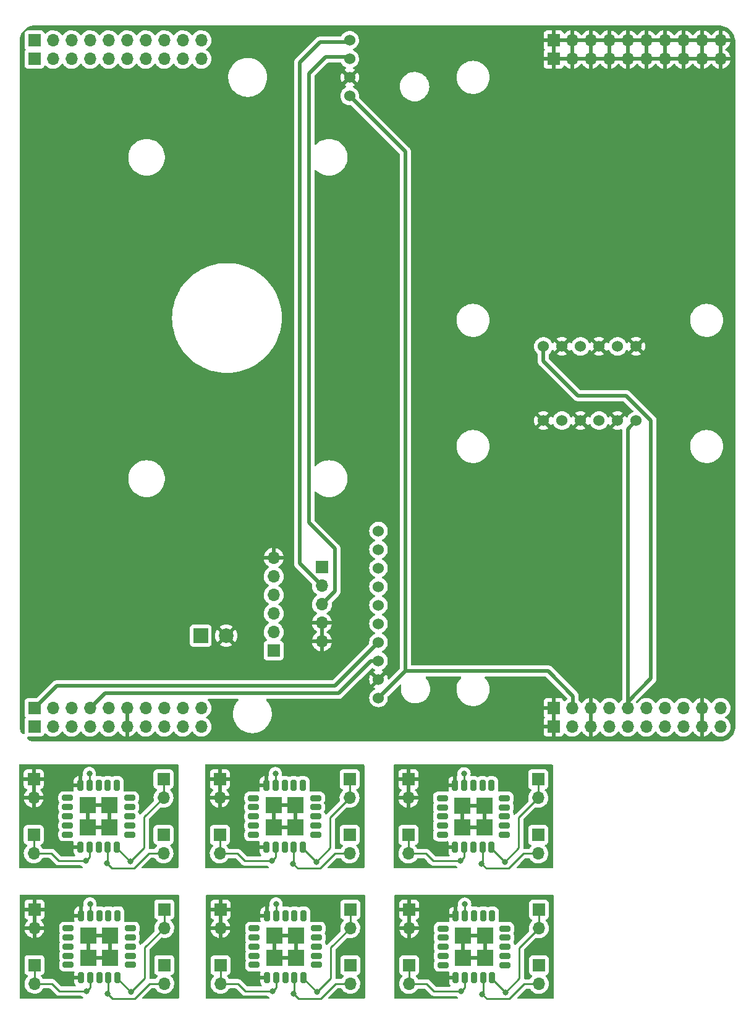
<source format=gbr>
%TF.GenerationSoftware,KiCad,Pcbnew,6.0.7-f9a2dced07~116~ubuntu20.04.1*%
%TF.CreationDate,2022-10-31T15:29:47+01:00*%
%TF.ProjectId,av_citynode_hw,61765f63-6974-4796-9e6f-64655f68772e,rev?*%
%TF.SameCoordinates,Original*%
%TF.FileFunction,Copper,L1,Top*%
%TF.FilePolarity,Positive*%
%FSLAX46Y46*%
G04 Gerber Fmt 4.6, Leading zero omitted, Abs format (unit mm)*
G04 Created by KiCad (PCBNEW 6.0.7-f9a2dced07~116~ubuntu20.04.1) date 2022-10-31 15:29:47*
%MOMM*%
%LPD*%
G01*
G04 APERTURE LIST*
G04 Aperture macros list*
%AMRoundRect*
0 Rectangle with rounded corners*
0 $1 Rounding radius*
0 $2 $3 $4 $5 $6 $7 $8 $9 X,Y pos of 4 corners*
0 Add a 4 corners polygon primitive as box body*
4,1,4,$2,$3,$4,$5,$6,$7,$8,$9,$2,$3,0*
0 Add four circle primitives for the rounded corners*
1,1,$1+$1,$2,$3*
1,1,$1+$1,$4,$5*
1,1,$1+$1,$6,$7*
1,1,$1+$1,$8,$9*
0 Add four rect primitives between the rounded corners*
20,1,$1+$1,$2,$3,$4,$5,0*
20,1,$1+$1,$4,$5,$6,$7,0*
20,1,$1+$1,$6,$7,$8,$9,0*
20,1,$1+$1,$8,$9,$2,$3,0*%
G04 Aperture macros list end*
%TA.AperFunction,SMDPad,CuDef*%
%ADD10RoundRect,0.200000X-0.550000X-0.200000X0.550000X-0.200000X0.550000X0.200000X-0.550000X0.200000X0*%
%TD*%
%TA.AperFunction,SMDPad,CuDef*%
%ADD11RoundRect,0.200000X-0.200000X0.550000X-0.200000X-0.550000X0.200000X-0.550000X0.200000X0.550000X0*%
%TD*%
%TA.AperFunction,SMDPad,CuDef*%
%ADD12RoundRect,0.200000X0.550000X0.200000X-0.550000X0.200000X-0.550000X-0.200000X0.550000X-0.200000X0*%
%TD*%
%TA.AperFunction,SMDPad,CuDef*%
%ADD13RoundRect,0.200000X0.200000X-0.550000X0.200000X0.550000X-0.200000X0.550000X-0.200000X-0.550000X0*%
%TD*%
%TA.AperFunction,SMDPad,CuDef*%
%ADD14R,2.300000X2.300000*%
%TD*%
%TA.AperFunction,ComponentPad*%
%ADD15O,1.700000X1.700000*%
%TD*%
%TA.AperFunction,ComponentPad*%
%ADD16R,1.700000X1.700000*%
%TD*%
%TA.AperFunction,ComponentPad*%
%ADD17C,2.000000*%
%TD*%
%TA.AperFunction,ComponentPad*%
%ADD18R,2.000000X2.000000*%
%TD*%
%TA.AperFunction,ComponentPad*%
%ADD19C,1.524000*%
%TD*%
%TA.AperFunction,ViaPad*%
%ADD20C,0.800000*%
%TD*%
%TA.AperFunction,Conductor*%
%ADD21C,0.508000*%
%TD*%
%TA.AperFunction,Conductor*%
%ADD22C,0.250000*%
%TD*%
G04 APERTURE END LIST*
D10*
%TO.P,U1,1,dnc*%
%TO.N,unconnected-(U1-Pad1)*%
X209778000Y133171000D03*
%TO.P,U1,2,dnc*%
%TO.N,unconnected-(U1-Pad2)*%
X209778000Y131921000D03*
%TO.P,U1,3,dnc*%
%TO.N,unconnected-(U1-Pad3)*%
X209778000Y130671000D03*
%TO.P,U1,4,dnc*%
%TO.N,unconnected-(U1-Pad4)*%
X209778000Y129421000D03*
%TO.P,U1,5,dnc*%
%TO.N,unconnected-(U1-Pad5)*%
X209778000Y128171000D03*
D11*
%TO.P,U1,6,GND*%
%TO.N,GND*%
X211528000Y126421000D03*
%TO.P,U1,7,VDD*%
%TO.N,Net-(J1-Pad1)*%
X212778000Y126421000D03*
%TO.P,U1,8,dnc*%
%TO.N,unconnected-(U1-Pad8)*%
X214028000Y126421000D03*
%TO.P,U1,9,SCL*%
%TO.N,Net-(J4-Pad1)*%
X215278000Y126421000D03*
%TO.P,U1,10,SDA*%
%TO.N,Net-(J3-Pad1)*%
X216528000Y126421000D03*
D12*
%TO.P,U1,11,dnc*%
%TO.N,unconnected-(U1-Pad11)*%
X218278000Y128171000D03*
%TO.P,U1,12,dnc*%
%TO.N,unconnected-(U1-Pad12)*%
X218278000Y129421000D03*
%TO.P,U1,13,dnc*%
%TO.N,unconnected-(U1-Pad13)*%
X218278000Y130671000D03*
%TO.P,U1,14,dnc*%
%TO.N,unconnected-(U1-Pad14)*%
X218278000Y131921000D03*
%TO.P,U1,15,dnc*%
%TO.N,unconnected-(U1-Pad15)*%
X218278000Y133171000D03*
D13*
%TO.P,U1,16,dnc*%
%TO.N,unconnected-(U1-Pad16)*%
X216528000Y134921000D03*
%TO.P,U1,17,dnc*%
%TO.N,unconnected-(U1-Pad17)*%
X215278000Y134921000D03*
%TO.P,U1,18,dnc*%
%TO.N,unconnected-(U1-Pad18)*%
X214028000Y134921000D03*
%TO.P,U1,19,VDDH*%
%TO.N,Net-(J1-Pad1)*%
X212778000Y134921000D03*
%TO.P,U1,20,GND*%
%TO.N,GND*%
X211528000Y134921000D03*
D14*
%TO.P,U1,21,GNDpad*%
X212528000Y129171000D03*
%TO.P,U1,22,gndpad*%
X215528000Y129171000D03*
%TO.P,U1,23,gndpad*%
X215528000Y132171000D03*
%TO.P,U1,24,gndpad*%
X212528000Y132171000D03*
%TD*%
D10*
%TO.P,U1,1,dnc*%
%TO.N,unconnected-(U1-Pad1)*%
X235358500Y115308500D03*
%TO.P,U1,2,dnc*%
%TO.N,unconnected-(U1-Pad2)*%
X235358500Y114058500D03*
%TO.P,U1,3,dnc*%
%TO.N,unconnected-(U1-Pad3)*%
X235358500Y112808500D03*
%TO.P,U1,4,dnc*%
%TO.N,unconnected-(U1-Pad4)*%
X235358500Y111558500D03*
%TO.P,U1,5,dnc*%
%TO.N,unconnected-(U1-Pad5)*%
X235358500Y110308500D03*
D11*
%TO.P,U1,6,GND*%
%TO.N,GND*%
X237108500Y108558500D03*
%TO.P,U1,7,VDD*%
%TO.N,Net-(J1-Pad1)*%
X238358500Y108558500D03*
%TO.P,U1,8,dnc*%
%TO.N,unconnected-(U1-Pad8)*%
X239608500Y108558500D03*
%TO.P,U1,9,SCL*%
%TO.N,Net-(J4-Pad1)*%
X240858500Y108558500D03*
%TO.P,U1,10,SDA*%
%TO.N,Net-(J3-Pad1)*%
X242108500Y108558500D03*
D12*
%TO.P,U1,11,dnc*%
%TO.N,unconnected-(U1-Pad11)*%
X243858500Y110308500D03*
%TO.P,U1,12,dnc*%
%TO.N,unconnected-(U1-Pad12)*%
X243858500Y111558500D03*
%TO.P,U1,13,dnc*%
%TO.N,unconnected-(U1-Pad13)*%
X243858500Y112808500D03*
%TO.P,U1,14,dnc*%
%TO.N,unconnected-(U1-Pad14)*%
X243858500Y114058500D03*
%TO.P,U1,15,dnc*%
%TO.N,unconnected-(U1-Pad15)*%
X243858500Y115308500D03*
D13*
%TO.P,U1,16,dnc*%
%TO.N,unconnected-(U1-Pad16)*%
X242108500Y117058500D03*
%TO.P,U1,17,dnc*%
%TO.N,unconnected-(U1-Pad17)*%
X240858500Y117058500D03*
%TO.P,U1,18,dnc*%
%TO.N,unconnected-(U1-Pad18)*%
X239608500Y117058500D03*
%TO.P,U1,19,VDDH*%
%TO.N,Net-(J1-Pad1)*%
X238358500Y117058500D03*
%TO.P,U1,20,GND*%
%TO.N,GND*%
X237108500Y117058500D03*
D14*
%TO.P,U1,21,GNDpad*%
X238108500Y111308500D03*
%TO.P,U1,22,gndpad*%
X241108500Y111308500D03*
%TO.P,U1,23,gndpad*%
X241108500Y114308500D03*
%TO.P,U1,24,gndpad*%
X238108500Y114308500D03*
%TD*%
D10*
%TO.P,U1,1,dnc*%
%TO.N,unconnected-(U1-Pad1)*%
X209872000Y115322000D03*
%TO.P,U1,2,dnc*%
%TO.N,unconnected-(U1-Pad2)*%
X209872000Y114072000D03*
%TO.P,U1,3,dnc*%
%TO.N,unconnected-(U1-Pad3)*%
X209872000Y112822000D03*
%TO.P,U1,4,dnc*%
%TO.N,unconnected-(U1-Pad4)*%
X209872000Y111572000D03*
%TO.P,U1,5,dnc*%
%TO.N,unconnected-(U1-Pad5)*%
X209872000Y110322000D03*
D11*
%TO.P,U1,6,GND*%
%TO.N,GND*%
X211622000Y108572000D03*
%TO.P,U1,7,VDD*%
%TO.N,Net-(J1-Pad1)*%
X212872000Y108572000D03*
%TO.P,U1,8,dnc*%
%TO.N,unconnected-(U1-Pad8)*%
X214122000Y108572000D03*
%TO.P,U1,9,SCL*%
%TO.N,Net-(J4-Pad1)*%
X215372000Y108572000D03*
%TO.P,U1,10,SDA*%
%TO.N,Net-(J3-Pad1)*%
X216622000Y108572000D03*
D12*
%TO.P,U1,11,dnc*%
%TO.N,unconnected-(U1-Pad11)*%
X218372000Y110322000D03*
%TO.P,U1,12,dnc*%
%TO.N,unconnected-(U1-Pad12)*%
X218372000Y111572000D03*
%TO.P,U1,13,dnc*%
%TO.N,unconnected-(U1-Pad13)*%
X218372000Y112822000D03*
%TO.P,U1,14,dnc*%
%TO.N,unconnected-(U1-Pad14)*%
X218372000Y114072000D03*
%TO.P,U1,15,dnc*%
%TO.N,unconnected-(U1-Pad15)*%
X218372000Y115322000D03*
D13*
%TO.P,U1,16,dnc*%
%TO.N,unconnected-(U1-Pad16)*%
X216622000Y117072000D03*
%TO.P,U1,17,dnc*%
%TO.N,unconnected-(U1-Pad17)*%
X215372000Y117072000D03*
%TO.P,U1,18,dnc*%
%TO.N,unconnected-(U1-Pad18)*%
X214122000Y117072000D03*
%TO.P,U1,19,VDDH*%
%TO.N,Net-(J1-Pad1)*%
X212872000Y117072000D03*
%TO.P,U1,20,GND*%
%TO.N,GND*%
X211622000Y117072000D03*
D14*
%TO.P,U1,21,GNDpad*%
X212622000Y111322000D03*
%TO.P,U1,22,gndpad*%
X215622000Y111322000D03*
%TO.P,U1,23,gndpad*%
X215622000Y114322000D03*
%TO.P,U1,24,gndpad*%
X212622000Y114322000D03*
%TD*%
D15*
%TO.P,J3,10,Pin_10*%
%TO.N,GND3*%
X299224000Y234376000D03*
%TO.P,J3,9,Pin_9*%
X296684000Y234376000D03*
%TO.P,J3,8,Pin_8*%
X294144000Y234376000D03*
%TO.P,J3,7,Pin_7*%
X291604000Y234376000D03*
%TO.P,J3,6,Pin_6*%
X289064000Y234376000D03*
%TO.P,J3,5,Pin_5*%
X286524000Y234376000D03*
%TO.P,J3,4,Pin_4*%
X283984000Y234376000D03*
%TO.P,J3,3,Pin_3*%
X281444000Y234376000D03*
%TO.P,J3,2,Pin_2*%
X278904000Y234376000D03*
D16*
%TO.P,J3,1,Pin_1*%
X276364000Y234376000D03*
%TD*%
D15*
%TO.P,J22,10,Pin_10*%
%TO.N,ADC_OPC-N3*%
X228104000Y236916000D03*
%TO.P,J22,9,Pin_9*%
%TO.N,SPI_CS*%
X225564000Y236916000D03*
%TO.P,J22,8,Pin_8*%
%TO.N,SPI_MOSI*%
X223024000Y236916000D03*
%TO.P,J22,7,Pin_7*%
%TO.N,SPI_MISO*%
X220484000Y236916000D03*
%TO.P,J22,6,Pin_6*%
%TO.N,SPI_CSK*%
X217944000Y236916000D03*
%TO.P,J22,5,Pin_5*%
%TO.N,ADC_BATT*%
X215404000Y236916000D03*
%TO.P,J22,4,Pin_4*%
%TO.N,ADC_AFE*%
X212864000Y236916000D03*
%TO.P,J22,3,Pin_3*%
%TO.N,RESET*%
X210324000Y236916000D03*
%TO.P,J22,2,Pin_2*%
%TO.N,UART_TX*%
X207784000Y236916000D03*
D16*
%TO.P,J22,1,Pin_1*%
%TO.N,UART_RX*%
X205244000Y236916000D03*
%TD*%
D10*
%TO.P,U1,1,dnc*%
%TO.N,unconnected-(U1-Pad1)*%
X261110500Y133146500D03*
%TO.P,U1,2,dnc*%
%TO.N,unconnected-(U1-Pad2)*%
X261110500Y131896500D03*
%TO.P,U1,3,dnc*%
%TO.N,unconnected-(U1-Pad3)*%
X261110500Y130646500D03*
%TO.P,U1,4,dnc*%
%TO.N,unconnected-(U1-Pad4)*%
X261110500Y129396500D03*
%TO.P,U1,5,dnc*%
%TO.N,unconnected-(U1-Pad5)*%
X261110500Y128146500D03*
D11*
%TO.P,U1,6,GND*%
%TO.N,GND*%
X262860500Y126396500D03*
%TO.P,U1,7,VDD*%
%TO.N,Net-(J1-Pad1)*%
X264110500Y126396500D03*
%TO.P,U1,8,dnc*%
%TO.N,unconnected-(U1-Pad8)*%
X265360500Y126396500D03*
%TO.P,U1,9,SCL*%
%TO.N,Net-(J4-Pad1)*%
X266610500Y126396500D03*
%TO.P,U1,10,SDA*%
%TO.N,Net-(J3-Pad1)*%
X267860500Y126396500D03*
D12*
%TO.P,U1,11,dnc*%
%TO.N,unconnected-(U1-Pad11)*%
X269610500Y128146500D03*
%TO.P,U1,12,dnc*%
%TO.N,unconnected-(U1-Pad12)*%
X269610500Y129396500D03*
%TO.P,U1,13,dnc*%
%TO.N,unconnected-(U1-Pad13)*%
X269610500Y130646500D03*
%TO.P,U1,14,dnc*%
%TO.N,unconnected-(U1-Pad14)*%
X269610500Y131896500D03*
%TO.P,U1,15,dnc*%
%TO.N,unconnected-(U1-Pad15)*%
X269610500Y133146500D03*
D13*
%TO.P,U1,16,dnc*%
%TO.N,unconnected-(U1-Pad16)*%
X267860500Y134896500D03*
%TO.P,U1,17,dnc*%
%TO.N,unconnected-(U1-Pad17)*%
X266610500Y134896500D03*
%TO.P,U1,18,dnc*%
%TO.N,unconnected-(U1-Pad18)*%
X265360500Y134896500D03*
%TO.P,U1,19,VDDH*%
%TO.N,Net-(J1-Pad1)*%
X264110500Y134896500D03*
%TO.P,U1,20,GND*%
%TO.N,GND*%
X262860500Y134896500D03*
D14*
%TO.P,U1,21,GNDpad*%
X263860500Y129146500D03*
%TO.P,U1,22,gndpad*%
X266860500Y129146500D03*
%TO.P,U1,23,gndpad*%
X266860500Y132146500D03*
%TO.P,U1,24,gndpad*%
X263860500Y132146500D03*
%TD*%
D15*
%TO.P,J24,10,Pin_10*%
%TO.N,IO26*%
X228104000Y142936000D03*
%TO.P,J24,9,Pin_9*%
%TO.N,lora1*%
X225564000Y142936000D03*
%TO.P,J24,8,Pin_8*%
%TO.N,lora2*%
X223024000Y142936000D03*
%TO.P,J24,7,Pin_7*%
%TO.N,IO19*%
X220484000Y142936000D03*
%TO.P,J24,6,Pin_6*%
%TO.N,GND3*%
X217944000Y142936000D03*
%TO.P,J24,5,Pin_5*%
%TO.N,5V_en*%
X215404000Y142936000D03*
%TO.P,J24,4,Pin_4*%
%TO.N,I2C_SCL*%
X212864000Y142936000D03*
%TO.P,J24,3,Pin_3*%
%TO.N,UART_RXD*%
X210324000Y142936000D03*
%TO.P,J24,2,Pin_2*%
%TO.N,UART_TXD*%
X207784000Y142936000D03*
D16*
%TO.P,J24,1,Pin_1*%
%TO.N,I2C_SDA*%
X205244000Y142936000D03*
%TD*%
D10*
%TO.P,U1,1,dnc*%
%TO.N,unconnected-(U1-Pad1)*%
X235264500Y133157500D03*
%TO.P,U1,2,dnc*%
%TO.N,unconnected-(U1-Pad2)*%
X235264500Y131907500D03*
%TO.P,U1,3,dnc*%
%TO.N,unconnected-(U1-Pad3)*%
X235264500Y130657500D03*
%TO.P,U1,4,dnc*%
%TO.N,unconnected-(U1-Pad4)*%
X235264500Y129407500D03*
%TO.P,U1,5,dnc*%
%TO.N,unconnected-(U1-Pad5)*%
X235264500Y128157500D03*
D11*
%TO.P,U1,6,GND*%
%TO.N,GND*%
X237014500Y126407500D03*
%TO.P,U1,7,VDD*%
%TO.N,Net-(J1-Pad1)*%
X238264500Y126407500D03*
%TO.P,U1,8,dnc*%
%TO.N,unconnected-(U1-Pad8)*%
X239514500Y126407500D03*
%TO.P,U1,9,SCL*%
%TO.N,Net-(J4-Pad1)*%
X240764500Y126407500D03*
%TO.P,U1,10,SDA*%
%TO.N,Net-(J3-Pad1)*%
X242014500Y126407500D03*
D12*
%TO.P,U1,11,dnc*%
%TO.N,unconnected-(U1-Pad11)*%
X243764500Y128157500D03*
%TO.P,U1,12,dnc*%
%TO.N,unconnected-(U1-Pad12)*%
X243764500Y129407500D03*
%TO.P,U1,13,dnc*%
%TO.N,unconnected-(U1-Pad13)*%
X243764500Y130657500D03*
%TO.P,U1,14,dnc*%
%TO.N,unconnected-(U1-Pad14)*%
X243764500Y131907500D03*
%TO.P,U1,15,dnc*%
%TO.N,unconnected-(U1-Pad15)*%
X243764500Y133157500D03*
D13*
%TO.P,U1,16,dnc*%
%TO.N,unconnected-(U1-Pad16)*%
X242014500Y134907500D03*
%TO.P,U1,17,dnc*%
%TO.N,unconnected-(U1-Pad17)*%
X240764500Y134907500D03*
%TO.P,U1,18,dnc*%
%TO.N,unconnected-(U1-Pad18)*%
X239514500Y134907500D03*
%TO.P,U1,19,VDDH*%
%TO.N,Net-(J1-Pad1)*%
X238264500Y134907500D03*
%TO.P,U1,20,GND*%
%TO.N,GND*%
X237014500Y134907500D03*
D14*
%TO.P,U1,21,GNDpad*%
X238014500Y129157500D03*
%TO.P,U1,22,gndpad*%
X241014500Y129157500D03*
%TO.P,U1,23,gndpad*%
X241014500Y132157500D03*
%TO.P,U1,24,gndpad*%
X238014500Y132157500D03*
%TD*%
D15*
%TO.P,J21,10,Pin_10*%
%TO.N,GND3*%
X299224000Y236916000D03*
%TO.P,J21,9,Pin_9*%
X296684000Y236916000D03*
%TO.P,J21,8,Pin_8*%
X294144000Y236916000D03*
%TO.P,J21,7,Pin_7*%
X291604000Y236916000D03*
%TO.P,J21,6,Pin_6*%
X289064000Y236916000D03*
%TO.P,J21,5,Pin_5*%
X286524000Y236916000D03*
%TO.P,J21,4,Pin_4*%
X283984000Y236916000D03*
%TO.P,J21,3,Pin_3*%
X281444000Y236916000D03*
%TO.P,J21,2,Pin_2*%
X278904000Y236916000D03*
D16*
%TO.P,J21,1,Pin_1*%
X276364000Y236916000D03*
%TD*%
D15*
%TO.P,J23,10,Pin_10*%
%TO.N,OPC-N3-5V*%
X299224000Y142936000D03*
%TO.P,J23,9,Pin_9*%
%TO.N,GND3*%
X296684000Y142936000D03*
%TO.P,J23,8,Pin_8*%
%TO.N,unconnected-(J23-Pad8)*%
X294144000Y142936000D03*
%TO.P,J23,7,Pin_7*%
%TO.N,Battery_+*%
X291604000Y142936000D03*
%TO.P,J23,6,Pin_6*%
X289064000Y142936000D03*
%TO.P,J23,5,Pin_5*%
%TO.N,AFE-3.5V*%
X286524000Y142936000D03*
%TO.P,J23,4,Pin_4*%
%TO.N,+5V*%
X283984000Y142936000D03*
%TO.P,J23,3,Pin_3*%
%TO.N,GND3*%
X281444000Y142936000D03*
%TO.P,J23,2,Pin_2*%
%TO.N,+3V3*%
X278904000Y142936000D03*
D16*
%TO.P,J23,1,Pin_1*%
%TO.N,GND3*%
X276364000Y142936000D03*
%TD*%
%TO.P,J3,1,Pin_1*%
%TO.N,Net-(J3-Pad1)*%
X248404500Y135737500D03*
D15*
%TO.P,J3,2,Pin_2*%
X248404500Y133197500D03*
%TD*%
%TO.P,J14,10,Pin_10*%
%TO.N,OPC-N3-5V*%
X299224000Y145501000D03*
%TO.P,J14,9,Pin_9*%
%TO.N,GND3*%
X296684000Y145501000D03*
%TO.P,J14,8,Pin_8*%
%TO.N,unconnected-(J14-Pad8)*%
X294144000Y145501000D03*
%TO.P,J14,7,Pin_7*%
%TO.N,Battery_+*%
X291604000Y145501000D03*
%TO.P,J14,6,Pin_6*%
X289064000Y145501000D03*
%TO.P,J14,5,Pin_5*%
%TO.N,AFE-3.5V*%
X286524000Y145501000D03*
%TO.P,J14,4,Pin_4*%
%TO.N,+5V*%
X283984000Y145501000D03*
%TO.P,J14,3,Pin_3*%
%TO.N,GND3*%
X281444000Y145501000D03*
%TO.P,J14,2,Pin_2*%
%TO.N,+3V3*%
X278904000Y145501000D03*
D16*
%TO.P,J14,1,Pin_1*%
%TO.N,GND3*%
X276364000Y145501000D03*
%TD*%
D15*
%TO.P,J5,10,Pin_10*%
%TO.N,ADC_OPC-N3*%
X228104000Y234376000D03*
%TO.P,J5,9,Pin_9*%
%TO.N,SPI_CS*%
X225564000Y234376000D03*
%TO.P,J5,8,Pin_8*%
%TO.N,SPI_MOSI*%
X223024000Y234376000D03*
%TO.P,J5,7,Pin_7*%
%TO.N,SPI_MISO*%
X220484000Y234376000D03*
%TO.P,J5,6,Pin_6*%
%TO.N,SPI_CSK*%
X217944000Y234376000D03*
%TO.P,J5,5,Pin_5*%
%TO.N,ADC_BATT*%
X215404000Y234376000D03*
%TO.P,J5,4,Pin_4*%
%TO.N,ADC_AFE*%
X212864000Y234376000D03*
%TO.P,J5,3,Pin_3*%
%TO.N,RESET*%
X210324000Y234376000D03*
%TO.P,J5,2,Pin_2*%
%TO.N,UART_TX*%
X207784000Y234376000D03*
D16*
%TO.P,J5,1,Pin_1*%
%TO.N,UART_RX*%
X205244000Y234376000D03*
%TD*%
D10*
%TO.P,U1,1,dnc*%
%TO.N,unconnected-(U1-Pad1)*%
X261204500Y115297500D03*
%TO.P,U1,2,dnc*%
%TO.N,unconnected-(U1-Pad2)*%
X261204500Y114047500D03*
%TO.P,U1,3,dnc*%
%TO.N,unconnected-(U1-Pad3)*%
X261204500Y112797500D03*
%TO.P,U1,4,dnc*%
%TO.N,unconnected-(U1-Pad4)*%
X261204500Y111547500D03*
%TO.P,U1,5,dnc*%
%TO.N,unconnected-(U1-Pad5)*%
X261204500Y110297500D03*
D11*
%TO.P,U1,6,GND*%
%TO.N,GND*%
X262954500Y108547500D03*
%TO.P,U1,7,VDD*%
%TO.N,Net-(J1-Pad1)*%
X264204500Y108547500D03*
%TO.P,U1,8,dnc*%
%TO.N,unconnected-(U1-Pad8)*%
X265454500Y108547500D03*
%TO.P,U1,9,SCL*%
%TO.N,Net-(J4-Pad1)*%
X266704500Y108547500D03*
%TO.P,U1,10,SDA*%
%TO.N,Net-(J3-Pad1)*%
X267954500Y108547500D03*
D12*
%TO.P,U1,11,dnc*%
%TO.N,unconnected-(U1-Pad11)*%
X269704500Y110297500D03*
%TO.P,U1,12,dnc*%
%TO.N,unconnected-(U1-Pad12)*%
X269704500Y111547500D03*
%TO.P,U1,13,dnc*%
%TO.N,unconnected-(U1-Pad13)*%
X269704500Y112797500D03*
%TO.P,U1,14,dnc*%
%TO.N,unconnected-(U1-Pad14)*%
X269704500Y114047500D03*
%TO.P,U1,15,dnc*%
%TO.N,unconnected-(U1-Pad15)*%
X269704500Y115297500D03*
D13*
%TO.P,U1,16,dnc*%
%TO.N,unconnected-(U1-Pad16)*%
X267954500Y117047500D03*
%TO.P,U1,17,dnc*%
%TO.N,unconnected-(U1-Pad17)*%
X266704500Y117047500D03*
%TO.P,U1,18,dnc*%
%TO.N,unconnected-(U1-Pad18)*%
X265454500Y117047500D03*
%TO.P,U1,19,VDDH*%
%TO.N,Net-(J1-Pad1)*%
X264204500Y117047500D03*
%TO.P,U1,20,GND*%
%TO.N,GND*%
X262954500Y117047500D03*
D14*
%TO.P,U1,21,GNDpad*%
X263954500Y111297500D03*
%TO.P,U1,22,gndpad*%
X266954500Y111297500D03*
%TO.P,U1,23,gndpad*%
X266954500Y114297500D03*
%TO.P,U1,24,gndpad*%
X263954500Y114297500D03*
%TD*%
D15*
%TO.P,J15,10,Pin_10*%
%TO.N,IO26*%
X228104000Y145476000D03*
%TO.P,J15,9,Pin_9*%
%TO.N,lora1*%
X225564000Y145476000D03*
%TO.P,J15,8,Pin_8*%
%TO.N,lora2*%
X223024000Y145476000D03*
%TO.P,J15,7,Pin_7*%
%TO.N,IO19*%
X220484000Y145476000D03*
%TO.P,J15,6,Pin_6*%
%TO.N,GND3*%
X217944000Y145476000D03*
%TO.P,J15,5,Pin_5*%
%TO.N,5V_en*%
X215404000Y145476000D03*
%TO.P,J15,4,Pin_4*%
%TO.N,I2C_SCL*%
X212864000Y145476000D03*
%TO.P,J15,3,Pin_3*%
%TO.N,UART_RXD*%
X210324000Y145476000D03*
%TO.P,J15,2,Pin_2*%
%TO.N,UART_TXD*%
X207784000Y145476000D03*
D16*
%TO.P,J15,1,Pin_1*%
%TO.N,I2C_SDA*%
X205244000Y145476000D03*
%TD*%
D17*
%TO.P,C15,2*%
%TO.N,GND3*%
X231510323Y155382000D03*
D18*
%TO.P,C15,1*%
%TO.N,OPC-N3-5V*%
X228010323Y155382000D03*
%TD*%
D16*
%TO.P,J3,1,Pin_1*%
%TO.N,Net-(J3-Pad1)*%
X274344500Y117877500D03*
D15*
%TO.P,J3,2,Pin_2*%
X274344500Y115337500D03*
%TD*%
%TO.P,J13,5,Pin_5*%
%TO.N,GND3*%
X244614000Y154615000D03*
%TO.P,J13,4,Pin_4*%
X244614000Y157155000D03*
%TO.P,J13,3,Pin_3*%
%TO.N,I2C_SCL*%
X244614000Y159695000D03*
%TO.P,J13,2,Pin_2*%
%TO.N,I2C_SDA*%
X244614000Y162235000D03*
D16*
%TO.P,J13,1,Pin_1*%
%TO.N,OPC-N3-5V*%
X244614000Y164775000D03*
%TD*%
%TO.P,J1,1,Pin_1*%
%TO.N,Net-(J1-Pad1)*%
X205138000Y128131000D03*
D15*
%TO.P,J1,2,Pin_2*%
X205138000Y125591000D03*
%TD*%
D16*
%TO.P,J4,1,Pin_1*%
%TO.N,Net-(J4-Pad1)*%
X222918000Y128131000D03*
D15*
%TO.P,J4,2,Pin_2*%
X222918000Y125591000D03*
%TD*%
D16*
%TO.P,J4,1,Pin_1*%
%TO.N,Net-(J4-Pad1)*%
X223012000Y110282000D03*
D15*
%TO.P,J4,2,Pin_2*%
X223012000Y107742000D03*
%TD*%
D16*
%TO.P,J1,1,Pin_1*%
%TO.N,Net-(J1-Pad1)*%
X205232000Y110282000D03*
D15*
%TO.P,J1,2,Pin_2*%
X205232000Y107742000D03*
%TD*%
D19*
%TO.P,AFE1,6,+VIN*%
%TO.N,AFE-3.5V*%
X274967000Y195006000D03*
%TO.P,AFE1,5,-VIN*%
%TO.N,GND3*%
X277507000Y195006000D03*
%TO.P,AFE1,4,+OP1*%
%TO.N,Net-(AFE1-Pad4)*%
X280047000Y195006000D03*
%TO.P,AFE1,3,-OP1*%
%TO.N,GND3*%
X282587000Y195006000D03*
%TO.P,AFE1,2,+OP2*%
%TO.N,Net-(AFE1-Pad2)*%
X285127000Y195006000D03*
%TO.P,AFE1,1,-OP2*%
%TO.N,GND3*%
X287667000Y195006000D03*
%TD*%
D16*
%TO.P,J4,1,Pin_1*%
%TO.N,Net-(J4-Pad1)*%
X274344500Y110257500D03*
D15*
%TO.P,J4,2,Pin_2*%
X274344500Y107717500D03*
%TD*%
D16*
%TO.P,J3,1,Pin_1*%
%TO.N,Net-(J3-Pad1)*%
X248498500Y117888500D03*
D15*
%TO.P,J3,2,Pin_2*%
X248498500Y115348500D03*
%TD*%
D16*
%TO.P,J4,1,Pin_1*%
%TO.N,Net-(J4-Pad1)*%
X274250500Y128106500D03*
D15*
%TO.P,J4,2,Pin_2*%
X274250500Y125566500D03*
%TD*%
D16*
%TO.P,J1,1,Pin_1*%
%TO.N,Net-(J1-Pad1)*%
X230718500Y110268500D03*
D15*
%TO.P,J1,2,Pin_2*%
X230718500Y107728500D03*
%TD*%
D16*
%TO.P,J1,1,Pin_1*%
%TO.N,Net-(J1-Pad1)*%
X256470500Y128106500D03*
D15*
%TO.P,J1,2,Pin_2*%
X256470500Y125566500D03*
%TD*%
D16*
%TO.P,J1,1,Pin_1*%
%TO.N,Net-(J1-Pad1)*%
X256564500Y110257500D03*
D15*
%TO.P,J1,2,Pin_2*%
X256564500Y107717500D03*
%TD*%
D16*
%TO.P,J2,1,Pin_1*%
%TO.N,GND*%
X230624500Y135737500D03*
D15*
%TO.P,J2,2,Pin_2*%
X230624500Y133197500D03*
%TD*%
D19*
%TO.P,AFE2,6,+VIN*%
%TO.N,AFE-3.5V*%
X287667000Y184846000D03*
%TO.P,AFE2,5,-VIN*%
%TO.N,GND3*%
X285127000Y184846000D03*
%TO.P,AFE2,4,+OP1*%
%TO.N,Net-(AFE2-Pad4)*%
X282587000Y184846000D03*
%TO.P,AFE2,3,-OP1*%
%TO.N,GND3*%
X280047000Y184846000D03*
%TO.P,AFE2,2,+OP2*%
%TO.N,Net-(AFE2-Pad2)*%
X277507000Y184846000D03*
%TO.P,AFE2,1,-OP2*%
%TO.N,GND3*%
X274967000Y184846000D03*
%TD*%
%TO.P,U11,10,A3*%
%TO.N,Net-(AFE1-Pad2)*%
X252369000Y169733000D03*
%TO.P,U11,9,A2*%
%TO.N,Net-(AFE1-Pad4)*%
X252369000Y167193000D03*
%TO.P,U11,8,A1*%
%TO.N,Net-(AFE2-Pad2)*%
X252369000Y164653000D03*
%TO.P,U11,7,A0*%
%TO.N,Net-(AFE2-Pad4)*%
X252369000Y162113000D03*
%TO.P,U11,6,ALERT*%
%TO.N,unconnected-(U11-Pad6)*%
X252369000Y159573000D03*
%TO.P,U11,5,ADDR*%
%TO.N,unconnected-(U11-Pad5)*%
X252369000Y157033000D03*
%TO.P,U11,4,SDA*%
%TO.N,I2C_SDA*%
X252369000Y154493000D03*
%TO.P,U11,3,SCL*%
%TO.N,I2C_SCL*%
X252369000Y151953000D03*
%TO.P,U11,2,GND*%
%TO.N,GND3*%
X252369000Y149413000D03*
%TO.P,U11,1,VCC*%
%TO.N,+3V3*%
X252369000Y146873000D03*
%TD*%
D16*
%TO.P,J3,1,Pin_1*%
%TO.N,Net-(J3-Pad1)*%
X222918000Y135751000D03*
D15*
%TO.P,J3,2,Pin_2*%
X222918000Y133211000D03*
%TD*%
D16*
%TO.P,J3,1,Pin_1*%
%TO.N,Net-(J3-Pad1)*%
X274250500Y135726500D03*
D15*
%TO.P,J3,2,Pin_2*%
X274250500Y133186500D03*
%TD*%
D16*
%TO.P,J2,1,Pin_1*%
%TO.N,GND*%
X205138000Y135751000D03*
D15*
%TO.P,J2,2,Pin_2*%
X205138000Y133211000D03*
%TD*%
D16*
%TO.P,J2,1,Pin_1*%
%TO.N,GND*%
X256470500Y135726500D03*
D15*
%TO.P,J2,2,Pin_2*%
X256470500Y133186500D03*
%TD*%
D16*
%TO.P,J3,1,Pin_1*%
%TO.N,Net-(J3-Pad1)*%
X223012000Y117902000D03*
D15*
%TO.P,J3,2,Pin_2*%
X223012000Y115362000D03*
%TD*%
D19*
%TO.P,U10,4,SDA*%
%TO.N,I2C_SDA*%
X248424000Y236916000D03*
%TO.P,U10,3,SCL*%
%TO.N,I2C_SCL*%
X248424000Y234376000D03*
%TO.P,U10,2,GND*%
%TO.N,GND3*%
X248424000Y231836000D03*
%TO.P,U10,1,VCC*%
%TO.N,+3V3*%
X248424000Y229296000D03*
%TD*%
D16*
%TO.P,J2,1,Pin_1*%
%TO.N,GND*%
X205232000Y117902000D03*
D15*
%TO.P,J2,2,Pin_2*%
X205232000Y115362000D03*
%TD*%
D16*
%TO.P,J2,1,Pin_1*%
%TO.N,GND*%
X230718500Y117888500D03*
D15*
%TO.P,J2,2,Pin_2*%
X230718500Y115348500D03*
%TD*%
D16*
%TO.P,J2,1,Pin_1*%
%TO.N,GND*%
X256564500Y117877500D03*
D15*
%TO.P,J2,2,Pin_2*%
X256564500Y115337500D03*
%TD*%
D16*
%TO.P,J4,1,Pin_1*%
%TO.N,Net-(J4-Pad1)*%
X248498500Y110268500D03*
D15*
%TO.P,J4,2,Pin_2*%
X248498500Y107728500D03*
%TD*%
D16*
%TO.P,J4,1,Pin_1*%
%TO.N,Net-(J4-Pad1)*%
X248404500Y128117500D03*
D15*
%TO.P,J4,2,Pin_2*%
X248404500Y125577500D03*
%TD*%
%TO.P,J20,6,Pin_6*%
%TO.N,GND3*%
X238010000Y166050000D03*
%TO.P,J20,5,Pin_5*%
%TO.N,SPI_CS*%
X238010000Y163510000D03*
%TO.P,J20,4,Pin_4*%
%TO.N,SPI_MOSI*%
X238010000Y160970000D03*
%TO.P,J20,3,Pin_3*%
%TO.N,SPI_MISO*%
X238010000Y158430000D03*
%TO.P,J20,2,Pin_2*%
%TO.N,SPI_CSK*%
X238010000Y155890000D03*
D16*
%TO.P,J20,1,Pin_1*%
%TO.N,OPC-N3-5V*%
X238010000Y153350000D03*
%TD*%
%TO.P,J1,1,Pin_1*%
%TO.N,Net-(J1-Pad1)*%
X230624500Y128117500D03*
D15*
%TO.P,J1,2,Pin_2*%
X230624500Y125577500D03*
%TD*%
D20*
%TO.N,Net-(J4-Pad1)*%
X215171000Y124194000D03*
X240751500Y106331500D03*
X266597500Y106320500D03*
X215265000Y106345000D03*
X266503500Y124169500D03*
X240657500Y124180500D03*
%TO.N,Net-(J1-Pad1)*%
X212852000Y118664000D03*
X238338500Y118650500D03*
X212344000Y106726000D03*
X263676500Y106701500D03*
X212250000Y124575000D03*
X263582500Y124550500D03*
X237736500Y124561500D03*
X238244500Y136499500D03*
X237830500Y106712500D03*
X212758000Y136513000D03*
X264090500Y136488500D03*
X264184500Y118639500D03*
%TO.N,GND*%
X212504000Y129147000D03*
X238084500Y114205500D03*
X266884500Y129249500D03*
X215679000Y132068000D03*
X266978500Y111400500D03*
X263930500Y111273500D03*
X241132500Y111411500D03*
X241259500Y114205500D03*
X263836500Y132043500D03*
X212598000Y114219000D03*
X267105500Y114194500D03*
X237990500Y129133500D03*
X215773000Y114219000D03*
X267011500Y132043500D03*
X238084500Y111284500D03*
X237990500Y132054500D03*
X212504000Y132068000D03*
X212598000Y111298000D03*
X241038500Y129260500D03*
X215646000Y111425000D03*
X263836500Y129122500D03*
X263930500Y114194500D03*
X215552000Y129274000D03*
X241165500Y132054500D03*
%TO.N,Net-(J3-Pad1)*%
X243926500Y106585500D03*
X269772500Y106574500D03*
X269678500Y124423500D03*
X218346000Y124448000D03*
X218440000Y106599000D03*
X243832500Y124434500D03*
%TD*%
D21*
%TO.N,+3V3*%
X252369000Y146873000D02*
X256052000Y150556000D01*
X275602000Y150556000D02*
X279031000Y147127000D01*
X279031000Y147127000D02*
X279031000Y145628000D01*
X252369000Y146873000D02*
X256044000Y150548000D01*
X279031000Y145628000D02*
X278904000Y145501000D01*
X256044000Y150548000D02*
X256044000Y221676000D01*
X256044000Y221676000D02*
X248424000Y229296000D01*
X256052000Y150556000D02*
X275602000Y150556000D01*
%TO.N,I2C_SDA*%
X205244000Y145476000D02*
X208292000Y148524000D01*
X246400000Y148524000D02*
X252369000Y154493000D01*
X248424000Y236916000D02*
X248170000Y236662000D01*
X241566000Y233868000D02*
X241566000Y165283000D01*
X241566000Y165283000D02*
X244614000Y162235000D01*
X248170000Y236662000D02*
X244360000Y236662000D01*
X244360000Y236662000D02*
X241566000Y233868000D01*
X208292000Y148524000D02*
X246400000Y148524000D01*
%TO.N,I2C_SCL*%
X212864000Y145476000D02*
X214642000Y147254000D01*
X245122000Y234630000D02*
X248170000Y234630000D01*
X242836000Y170876000D02*
X242836000Y232344000D01*
X251345000Y151953000D02*
X246900000Y147508000D01*
X246392000Y167320000D02*
X242836000Y170876000D01*
X252369000Y151953000D02*
X251345000Y151953000D01*
X242836000Y232344000D02*
X245122000Y234630000D01*
X246392000Y161473000D02*
X246392000Y167320000D01*
X246900000Y147508000D02*
X214896000Y147508000D01*
X244614000Y159695000D02*
X246392000Y161473000D01*
X214896000Y147508000D02*
X212864000Y145476000D01*
X248170000Y234630000D02*
X248424000Y234376000D01*
%TO.N,AFE-3.5V*%
X274967000Y192974000D02*
X274967000Y195006000D01*
X286524000Y183703000D02*
X287667000Y184846000D01*
X279666000Y188275000D02*
X274967000Y192974000D01*
X286270000Y188275000D02*
X279666000Y188275000D01*
X289699000Y184846000D02*
X286270000Y188275000D01*
X286524000Y145501000D02*
X286524000Y146365000D01*
X286524000Y146365000D02*
X289699000Y149540000D01*
X289699000Y149540000D02*
X289699000Y184846000D01*
X286524000Y145501000D02*
X286524000Y183703000D01*
D22*
%TO.N,Net-(J4-Pad1)*%
X248498500Y107728500D02*
X246466500Y107728500D01*
X266503500Y124169500D02*
X266610500Y124276500D01*
X215372000Y106452000D02*
X215372000Y108572000D01*
X223012000Y107742000D02*
X220980000Y107742000D01*
X274344500Y107717500D02*
X272312500Y107717500D01*
X240751500Y106331500D02*
X240858500Y106438500D01*
X215900000Y105710000D02*
X215265000Y106345000D01*
X218854000Y123559000D02*
X215806000Y123559000D01*
X266597500Y106320500D02*
X266704500Y106427500D01*
X267232500Y105685500D02*
X266597500Y106320500D01*
X215806000Y123559000D02*
X215171000Y124194000D01*
X266610500Y124276500D02*
X266610500Y126396500D01*
X248404500Y125577500D02*
X246372500Y125577500D01*
X241386500Y105696500D02*
X240751500Y106331500D01*
X267138500Y123534500D02*
X266503500Y124169500D01*
X246466500Y107728500D02*
X244434500Y105696500D01*
X218948000Y105710000D02*
X215900000Y105710000D01*
X241292500Y123545500D02*
X240657500Y124180500D01*
X272218500Y125566500D02*
X270186500Y123534500D01*
X244340500Y123545500D02*
X241292500Y123545500D01*
X222918000Y125591000D02*
X220886000Y125591000D01*
X215278000Y124301000D02*
X215278000Y126421000D01*
X244434500Y105696500D02*
X241386500Y105696500D01*
X215171000Y124194000D02*
X215278000Y124301000D01*
X270186500Y123534500D02*
X267138500Y123534500D01*
X240657500Y124180500D02*
X240764500Y124287500D01*
X272312500Y107717500D02*
X270280500Y105685500D01*
X274250500Y125566500D02*
X272218500Y125566500D01*
X266704500Y106427500D02*
X266704500Y108547500D01*
X240764500Y124287500D02*
X240764500Y126407500D01*
X220886000Y125591000D02*
X218854000Y123559000D01*
X220980000Y107742000D02*
X218948000Y105710000D01*
X215265000Y106345000D02*
X215372000Y106452000D01*
X240858500Y106438500D02*
X240858500Y108558500D01*
X246372500Y125577500D02*
X244340500Y123545500D01*
X270280500Y105685500D02*
X267232500Y105685500D01*
%TO.N,Net-(J1-Pad1)*%
X233131500Y107728500D02*
X234147500Y106712500D01*
X256564500Y107717500D02*
X256564500Y110257500D01*
X212758000Y136513000D02*
X212758000Y134941000D01*
X207645000Y107742000D02*
X208661000Y106726000D01*
X264090500Y136488500D02*
X264090500Y134916500D01*
X212852000Y118664000D02*
X212852000Y117092000D01*
X264090500Y134916500D02*
X264110500Y134896500D01*
X238358500Y107240500D02*
X237830500Y106712500D01*
X238244500Y134927500D02*
X238264500Y134907500D01*
X238338500Y118650500D02*
X238338500Y117078500D01*
X238244500Y136499500D02*
X238244500Y134927500D01*
X208567000Y124575000D02*
X212250000Y124575000D01*
X208661000Y106726000D02*
X212344000Y106726000D01*
X205138000Y125591000D02*
X207551000Y125591000D01*
X230718500Y107728500D02*
X230718500Y110268500D01*
X234147500Y106712500D02*
X237830500Y106712500D01*
X238338500Y117078500D02*
X238358500Y117058500D01*
X212852000Y117092000D02*
X212872000Y117072000D01*
X264110500Y126396500D02*
X264110500Y125078500D01*
X212758000Y134941000D02*
X212778000Y134921000D01*
X238264500Y125089500D02*
X237736500Y124561500D01*
X207551000Y125591000D02*
X208567000Y124575000D01*
X259899500Y124550500D02*
X263582500Y124550500D01*
X212778000Y125103000D02*
X212250000Y124575000D01*
X212872000Y108572000D02*
X212872000Y107254000D01*
X230624500Y125577500D02*
X230624500Y128117500D01*
X212872000Y107254000D02*
X212344000Y106726000D01*
X230624500Y125577500D02*
X233037500Y125577500D01*
X238358500Y108558500D02*
X238358500Y107240500D01*
X256470500Y125566500D02*
X256470500Y128106500D01*
X234053500Y124561500D02*
X237736500Y124561500D01*
X205232000Y107742000D02*
X207645000Y107742000D01*
X256470500Y125566500D02*
X258883500Y125566500D01*
X264184500Y117067500D02*
X264204500Y117047500D01*
X238264500Y126407500D02*
X238264500Y125089500D01*
X264204500Y107229500D02*
X263676500Y106701500D01*
X212778000Y126421000D02*
X212778000Y125103000D01*
X258977500Y107717500D02*
X259993500Y106701500D01*
X230718500Y107728500D02*
X233131500Y107728500D01*
X205232000Y107742000D02*
X205232000Y110282000D01*
X205138000Y125591000D02*
X205138000Y128131000D01*
X233037500Y125577500D02*
X234053500Y124561500D01*
X264110500Y125078500D02*
X263582500Y124550500D01*
X258883500Y125566500D02*
X259899500Y124550500D01*
X259993500Y106701500D02*
X263676500Y106701500D01*
X256564500Y107717500D02*
X258977500Y107717500D01*
X264184500Y118639500D02*
X264184500Y117067500D01*
X264204500Y108547500D02*
X264204500Y107229500D01*
%TO.N,Net-(J3-Pad1)*%
X271677500Y108479500D02*
X271677500Y112670500D01*
X243832500Y124434500D02*
X245737500Y126339500D01*
X245831500Y112681500D02*
X248498500Y115348500D01*
X269678500Y124423500D02*
X271583500Y126328500D01*
X269678500Y124423500D02*
X267860500Y126241500D01*
X271583500Y126328500D02*
X271583500Y130519500D01*
X274344500Y117877500D02*
X274344500Y115337500D01*
X269772500Y106574500D02*
X267954500Y108392500D01*
X220251000Y130544000D02*
X222918000Y133211000D01*
X267954500Y108392500D02*
X267954500Y108547500D01*
X218440000Y106599000D02*
X220345000Y108504000D01*
X245737500Y130530500D02*
X248404500Y133197500D01*
X218346000Y124448000D02*
X220251000Y126353000D01*
X220345000Y108504000D02*
X220345000Y112695000D01*
X271677500Y112670500D02*
X274344500Y115337500D01*
X248404500Y135737500D02*
X248404500Y133197500D01*
X218440000Y106599000D02*
X216622000Y108417000D01*
X218346000Y124448000D02*
X216528000Y126266000D01*
X222918000Y135751000D02*
X222918000Y133211000D01*
X243926500Y106585500D02*
X245831500Y108490500D01*
X220345000Y112695000D02*
X223012000Y115362000D01*
X216622000Y108417000D02*
X216622000Y108572000D01*
X216528000Y126266000D02*
X216528000Y126421000D01*
X223012000Y117902000D02*
X223012000Y115362000D01*
X243926500Y106585500D02*
X242108500Y108403500D01*
X220251000Y126353000D02*
X220251000Y130544000D01*
X248498500Y117888500D02*
X248498500Y115348500D01*
X271583500Y130519500D02*
X274250500Y133186500D01*
X269772500Y106574500D02*
X271677500Y108479500D01*
X245831500Y108490500D02*
X245831500Y112681500D01*
X243832500Y124434500D02*
X242014500Y126252500D01*
X242014500Y126252500D02*
X242014500Y126407500D01*
X274250500Y135726500D02*
X274250500Y133186500D01*
X267860500Y126241500D02*
X267860500Y126396500D01*
X245737500Y126339500D02*
X245737500Y130530500D01*
X242108500Y108403500D02*
X242108500Y108558500D01*
%TD*%
%TA.AperFunction,Conductor*%
%TO.N,GND*%
G36*
X224891621Y137762498D02*
G01*
X224938114Y137708842D01*
X224949500Y137656500D01*
X224949500Y123685500D01*
X224929498Y123617379D01*
X224875842Y123570886D01*
X224823500Y123559500D01*
X220054594Y123559500D01*
X219986473Y123579502D01*
X219939980Y123633158D01*
X219929876Y123703432D01*
X219959370Y123768012D01*
X219965499Y123774595D01*
X220450022Y124259117D01*
X221111500Y124920595D01*
X221173812Y124954621D01*
X221200595Y124957500D01*
X221642274Y124957500D01*
X221710395Y124937498D01*
X221749707Y124897335D01*
X221817987Y124785912D01*
X221964250Y124617062D01*
X222136126Y124474368D01*
X222329000Y124361662D01*
X222537692Y124281970D01*
X222542760Y124280939D01*
X222542763Y124280938D01*
X222615410Y124266158D01*
X222756597Y124237433D01*
X222761772Y124237243D01*
X222761774Y124237243D01*
X222974673Y124229436D01*
X222974677Y124229436D01*
X222979837Y124229247D01*
X222984957Y124229903D01*
X222984959Y124229903D01*
X223196288Y124256975D01*
X223196289Y124256975D01*
X223201416Y124257632D01*
X223206366Y124259117D01*
X223410429Y124320339D01*
X223410434Y124320341D01*
X223415384Y124321826D01*
X223615994Y124420104D01*
X223797860Y124549827D01*
X223956096Y124707511D01*
X223966436Y124721900D01*
X224083435Y124884723D01*
X224086453Y124888923D01*
X224090145Y124896392D01*
X224183136Y125084547D01*
X224183137Y125084549D01*
X224185430Y125089189D01*
X224235463Y125253866D01*
X224248865Y125297977D01*
X224248865Y125297979D01*
X224250370Y125302931D01*
X224279529Y125524410D01*
X224280821Y125577301D01*
X224281074Y125587635D01*
X224281074Y125587639D01*
X224281156Y125591000D01*
X224262852Y125813639D01*
X224208431Y126030298D01*
X224119354Y126235160D01*
X224023793Y126382875D01*
X224000822Y126418383D01*
X224000820Y126418386D01*
X223998014Y126422723D01*
X223994532Y126426550D01*
X223850798Y126584512D01*
X223819746Y126648358D01*
X223828141Y126718857D01*
X223873317Y126773625D01*
X223899761Y126787294D01*
X224006297Y126827233D01*
X224014705Y126830385D01*
X224131261Y126917739D01*
X224218615Y127034295D01*
X224269745Y127170684D01*
X224276500Y127232866D01*
X224276500Y129029134D01*
X224269745Y129091316D01*
X224218615Y129227705D01*
X224131261Y129344261D01*
X224014705Y129431615D01*
X223878316Y129482745D01*
X223816134Y129489500D01*
X222019866Y129489500D01*
X221957684Y129482745D01*
X221821295Y129431615D01*
X221704739Y129344261D01*
X221617385Y129227705D01*
X221566255Y129091316D01*
X221559500Y129029134D01*
X221559500Y127232866D01*
X221566255Y127170684D01*
X221617385Y127034295D01*
X221704739Y126917739D01*
X221821295Y126830385D01*
X221829704Y126827233D01*
X221829705Y126827232D01*
X221938451Y126786465D01*
X221995216Y126743824D01*
X222019916Y126677262D01*
X222004709Y126607913D01*
X221985316Y126581432D01*
X221858629Y126448862D01*
X221855715Y126444590D01*
X221855714Y126444589D01*
X221743095Y126279496D01*
X221688184Y126234493D01*
X221639007Y126224500D01*
X221014122Y126224500D01*
X220946001Y126244502D01*
X220899508Y126298158D01*
X220888681Y126338643D01*
X220885059Y126376962D01*
X220884500Y126388819D01*
X220884500Y130229406D01*
X220904502Y130297527D01*
X220921405Y130318501D01*
X222462549Y131859645D01*
X222524861Y131893671D01*
X222576762Y131894021D01*
X222756597Y131857433D01*
X222761772Y131857243D01*
X222761774Y131857243D01*
X222974673Y131849436D01*
X222974677Y131849436D01*
X222979837Y131849247D01*
X222984957Y131849903D01*
X222984959Y131849903D01*
X223196288Y131876975D01*
X223196289Y131876975D01*
X223201416Y131877632D01*
X223206366Y131879117D01*
X223410429Y131940339D01*
X223410434Y131940341D01*
X223415384Y131941826D01*
X223615994Y132040104D01*
X223797860Y132169827D01*
X223805695Y132177634D01*
X223952435Y132323863D01*
X223956096Y132327511D01*
X224086453Y132508923D01*
X224103118Y132542641D01*
X224183136Y132704547D01*
X224183137Y132704549D01*
X224185430Y132709189D01*
X224246897Y132911499D01*
X224248865Y132917977D01*
X224248865Y132917979D01*
X224250370Y132922931D01*
X224279529Y133144410D01*
X224281156Y133211000D01*
X224262852Y133433639D01*
X224208431Y133650298D01*
X224119354Y133855160D01*
X223998014Y134042723D01*
X223994532Y134046550D01*
X223850798Y134204512D01*
X223819746Y134268358D01*
X223828141Y134338857D01*
X223873317Y134393625D01*
X223899761Y134407294D01*
X224006297Y134447233D01*
X224014705Y134450385D01*
X224131261Y134537739D01*
X224218615Y134654295D01*
X224269745Y134790684D01*
X224276500Y134852866D01*
X224276500Y136649134D01*
X224269745Y136711316D01*
X224218615Y136847705D01*
X224131261Y136964261D01*
X224014705Y137051615D01*
X223878316Y137102745D01*
X223816134Y137109500D01*
X222019866Y137109500D01*
X221957684Y137102745D01*
X221821295Y137051615D01*
X221704739Y136964261D01*
X221617385Y136847705D01*
X221566255Y136711316D01*
X221559500Y136649134D01*
X221559500Y134852866D01*
X221566255Y134790684D01*
X221617385Y134654295D01*
X221704739Y134537739D01*
X221821295Y134450385D01*
X221829704Y134447233D01*
X221829705Y134447232D01*
X221938451Y134406465D01*
X221995216Y134363824D01*
X222019916Y134297262D01*
X222004709Y134227913D01*
X221985316Y134201432D01*
X221866694Y134077301D01*
X221858629Y134068862D01*
X221855715Y134064590D01*
X221855714Y134064589D01*
X221826302Y134021472D01*
X221732743Y133884320D01*
X221685715Y133783007D01*
X221656714Y133720528D01*
X221638688Y133681695D01*
X221578989Y133466430D01*
X221555251Y133244305D01*
X221555548Y133239152D01*
X221555548Y133239149D01*
X221561011Y133144410D01*
X221568110Y133021285D01*
X221569247Y133016239D01*
X221569248Y133016233D01*
X221601453Y132873332D01*
X221596917Y132802480D01*
X221567631Y132756536D01*
X219858747Y131047652D01*
X219850461Y131040112D01*
X219843982Y131036000D01*
X219838557Y131030223D01*
X219797357Y130986349D01*
X219794602Y130983507D01*
X219774865Y130963770D01*
X219772385Y130960573D01*
X219764678Y130951549D01*
X219746005Y130931665D01*
X219684792Y130895701D01*
X219613852Y130898540D01*
X219555709Y130939282D01*
X219530610Y130993176D01*
X219530365Y130994399D01*
X219529753Y131001062D01*
X219478472Y131164699D01*
X219438483Y131230729D01*
X219420304Y131299359D01*
X219438483Y131361271D01*
X219474537Y131420804D01*
X219478472Y131427301D01*
X219529753Y131590938D01*
X219536500Y131664365D01*
X219536499Y132177634D01*
X219536234Y132180526D01*
X219530364Y132244408D01*
X219529753Y132251062D01*
X219514730Y132299000D01*
X219480744Y132407450D01*
X219480743Y132407452D01*
X219478472Y132414699D01*
X219438483Y132480729D01*
X219420304Y132549359D01*
X219438483Y132611271D01*
X219474537Y132670804D01*
X219478472Y132677301D01*
X219487011Y132704547D01*
X219527752Y132834554D01*
X219529753Y132840938D01*
X219536500Y132914365D01*
X219536499Y133427634D01*
X219536234Y133430526D01*
X219530364Y133494408D01*
X219529753Y133501062D01*
X219482985Y133650298D01*
X219480744Y133657450D01*
X219480743Y133657452D01*
X219478472Y133664699D01*
X219389639Y133811381D01*
X219268381Y133932639D01*
X219121699Y134021472D01*
X219114452Y134023743D01*
X219114450Y134023744D01*
X219041675Y134046550D01*
X218958062Y134072753D01*
X218884635Y134079500D01*
X218881737Y134079500D01*
X218276426Y134079499D01*
X217671366Y134079499D01*
X217668508Y134079236D01*
X217668499Y134079236D01*
X217632996Y134075974D01*
X217597938Y134072753D01*
X217582975Y134068064D01*
X217511992Y134066781D01*
X217451582Y134104079D01*
X217420926Y134168116D01*
X217425064Y134225977D01*
X217425734Y134228115D01*
X217429753Y134240938D01*
X217436500Y134314365D01*
X217436499Y135527634D01*
X217429753Y135601062D01*
X217378472Y135764699D01*
X217289639Y135911381D01*
X217168381Y136032639D01*
X217021699Y136121472D01*
X217014452Y136123743D01*
X217014450Y136123744D01*
X216948164Y136144517D01*
X216858062Y136172753D01*
X216784635Y136179500D01*
X216781737Y136179500D01*
X216527335Y136179499D01*
X216271366Y136179499D01*
X216268508Y136179236D01*
X216268499Y136179236D01*
X216234619Y136176123D01*
X216197938Y136172753D01*
X216191560Y136170754D01*
X216191559Y136170754D01*
X216041550Y136123744D01*
X216041548Y136123743D01*
X216034301Y136121472D01*
X215968271Y136081483D01*
X215899641Y136063304D01*
X215837729Y136081483D01*
X215771699Y136121472D01*
X215764452Y136123743D01*
X215764450Y136123744D01*
X215698164Y136144517D01*
X215608062Y136172753D01*
X215534635Y136179500D01*
X215531737Y136179500D01*
X215277335Y136179499D01*
X215021366Y136179499D01*
X215018508Y136179236D01*
X215018499Y136179236D01*
X214984619Y136176123D01*
X214947938Y136172753D01*
X214941560Y136170754D01*
X214941559Y136170754D01*
X214791550Y136123744D01*
X214791548Y136123743D01*
X214784301Y136121472D01*
X214718271Y136081483D01*
X214649641Y136063304D01*
X214587729Y136081483D01*
X214521699Y136121472D01*
X214514452Y136123743D01*
X214514450Y136123744D01*
X214448164Y136144517D01*
X214358062Y136172753D01*
X214284635Y136179500D01*
X214084923Y136179500D01*
X213775916Y136179499D01*
X213707795Y136199501D01*
X213661302Y136253156D01*
X213651339Y136322448D01*
X213651542Y136323072D01*
X213671504Y136513000D01*
X213651542Y136702928D01*
X213592527Y136884556D01*
X213497040Y137049944D01*
X213460178Y137090884D01*
X213373675Y137186955D01*
X213373674Y137186956D01*
X213369253Y137191866D01*
X213214752Y137304118D01*
X213208724Y137306802D01*
X213208722Y137306803D01*
X213046319Y137379109D01*
X213046318Y137379109D01*
X213040288Y137381794D01*
X212946888Y137401647D01*
X212859944Y137420128D01*
X212859939Y137420128D01*
X212853487Y137421500D01*
X212662513Y137421500D01*
X212656061Y137420128D01*
X212656056Y137420128D01*
X212569112Y137401647D01*
X212475712Y137381794D01*
X212469682Y137379109D01*
X212469681Y137379109D01*
X212307278Y137306803D01*
X212307276Y137306802D01*
X212301248Y137304118D01*
X212146747Y137191866D01*
X212142326Y137186956D01*
X212142325Y137186955D01*
X212055823Y137090884D01*
X212018960Y137049944D01*
X211923473Y136884556D01*
X211864458Y136702928D01*
X211844496Y136513000D01*
X211864458Y136323072D01*
X211865832Y136318843D01*
X211860491Y136248851D01*
X211817674Y136192218D01*
X211786967Y136176939D01*
X211783671Y136173135D01*
X211782000Y136165452D01*
X211782000Y134793000D01*
X211761998Y134724879D01*
X211708342Y134678386D01*
X211656000Y134667000D01*
X210638116Y134667000D01*
X210622877Y134662525D01*
X210621672Y134661135D01*
X210620001Y134653452D01*
X210620001Y134317295D01*
X210620264Y134311546D01*
X210626132Y134247685D01*
X210628742Y134234651D01*
X210631518Y134225793D01*
X210632801Y134154808D01*
X210595502Y134094398D01*
X210531465Y134063743D01*
X210473602Y134067883D01*
X210468851Y134069372D01*
X210464445Y134070753D01*
X210464442Y134070754D01*
X210458062Y134072753D01*
X210384635Y134079500D01*
X210381737Y134079500D01*
X209776426Y134079499D01*
X209171366Y134079499D01*
X209168508Y134079236D01*
X209168499Y134079236D01*
X209132996Y134075974D01*
X209097938Y134072753D01*
X209091560Y134070754D01*
X209091559Y134070754D01*
X208941550Y134023744D01*
X208941548Y134023743D01*
X208934301Y134021472D01*
X208787619Y133932639D01*
X208666361Y133811381D01*
X208577528Y133664699D01*
X208575257Y133657452D01*
X208575256Y133657450D01*
X208573015Y133650298D01*
X208526247Y133501062D01*
X208519500Y133427635D01*
X208519501Y132914366D01*
X208519764Y132911508D01*
X208519764Y132911499D01*
X208523026Y132875996D01*
X208526247Y132840938D01*
X208528246Y132834560D01*
X208528246Y132834559D01*
X208568990Y132704547D01*
X208577528Y132677301D01*
X208581463Y132670804D01*
X208617517Y132611271D01*
X208635696Y132542641D01*
X208617517Y132480730D01*
X208577528Y132414699D01*
X208575257Y132407452D01*
X208575256Y132407450D01*
X208562618Y132367121D01*
X208526247Y132251062D01*
X208519500Y132177635D01*
X208519501Y131664366D01*
X208519764Y131661508D01*
X208519764Y131661499D01*
X208523026Y131625996D01*
X208526247Y131590938D01*
X208577528Y131427301D01*
X208581463Y131420804D01*
X208617517Y131361271D01*
X208635696Y131292641D01*
X208617517Y131230730D01*
X208577528Y131164699D01*
X208526247Y131001062D01*
X208519500Y130927635D01*
X208519501Y130414366D01*
X208526247Y130340938D01*
X208577528Y130177301D01*
X208581463Y130170804D01*
X208617517Y130111271D01*
X208635696Y130042641D01*
X208617517Y129980730D01*
X208577528Y129914699D01*
X208526247Y129751062D01*
X208519500Y129677635D01*
X208519501Y129164366D01*
X208526247Y129090938D01*
X208577528Y128927301D01*
X208617517Y128861271D01*
X208635696Y128792641D01*
X208617517Y128730730D01*
X208577528Y128664699D01*
X208526247Y128501062D01*
X208519500Y128427635D01*
X208519501Y127914366D01*
X208526247Y127840938D01*
X208577528Y127677301D01*
X208666361Y127530619D01*
X208787619Y127409361D01*
X208934301Y127320528D01*
X208941548Y127318257D01*
X208941550Y127318256D01*
X209007836Y127297483D01*
X209097938Y127269247D01*
X209171365Y127262500D01*
X209174263Y127262500D01*
X209779574Y127262501D01*
X210384634Y127262501D01*
X210387492Y127262764D01*
X210387501Y127262764D01*
X210423004Y127266026D01*
X210458062Y127269247D01*
X210473602Y127274117D01*
X210544586Y127275403D01*
X210604997Y127238108D01*
X210635655Y127174072D01*
X210631518Y127116207D01*
X210628744Y127107354D01*
X210626131Y127094306D01*
X210620266Y127030479D01*
X210620000Y127024691D01*
X210620000Y126693115D01*
X210624475Y126677876D01*
X210625865Y126676671D01*
X210633548Y126675000D01*
X211656000Y126675000D01*
X211724121Y126654998D01*
X211770614Y126601342D01*
X211782000Y126549000D01*
X211782000Y126293000D01*
X211761998Y126224879D01*
X211708342Y126178386D01*
X211656000Y126167000D01*
X210638116Y126167000D01*
X210622877Y126162525D01*
X210621672Y126161135D01*
X210620001Y126153452D01*
X210620001Y125817295D01*
X210620264Y125811546D01*
X210626132Y125747685D01*
X210628743Y125734649D01*
X210675715Y125584757D01*
X210681921Y125571012D01*
X210762824Y125437426D01*
X210772131Y125425557D01*
X210774093Y125423595D01*
X210775064Y125421816D01*
X210776814Y125419585D01*
X210776442Y125419293D01*
X210808119Y125361283D01*
X210803054Y125290468D01*
X210760507Y125233632D01*
X210693987Y125208821D01*
X210684998Y125208500D01*
X208881595Y125208500D01*
X208813474Y125228502D01*
X208792499Y125245405D01*
X208054647Y125983258D01*
X208047113Y125991537D01*
X208043000Y125998018D01*
X207993348Y126044644D01*
X207990507Y126047398D01*
X207970770Y126067135D01*
X207967573Y126069615D01*
X207958551Y126077320D01*
X207932100Y126102159D01*
X207926321Y126107586D01*
X207919375Y126111405D01*
X207919372Y126111407D01*
X207908566Y126117348D01*
X207892047Y126128199D01*
X207891583Y126128559D01*
X207876041Y126140614D01*
X207868772Y126143759D01*
X207868768Y126143762D01*
X207835463Y126158174D01*
X207824813Y126163391D01*
X207786060Y126184695D01*
X207766437Y126189733D01*
X207747734Y126196137D01*
X207736420Y126201033D01*
X207736419Y126201033D01*
X207729145Y126204181D01*
X207721322Y126205420D01*
X207721312Y126205423D01*
X207685476Y126211099D01*
X207673856Y126213505D01*
X207638711Y126222528D01*
X207638710Y126222528D01*
X207631030Y126224500D01*
X207610776Y126224500D01*
X207591065Y126226051D01*
X207578886Y126227980D01*
X207571057Y126229220D01*
X207563165Y126228474D01*
X207527039Y126225059D01*
X207515181Y126224500D01*
X206414805Y126224500D01*
X206346684Y126244502D01*
X206309013Y126282060D01*
X206220822Y126418383D01*
X206220820Y126418386D01*
X206218014Y126422723D01*
X206214532Y126426550D01*
X206070798Y126584512D01*
X206039746Y126648358D01*
X206048141Y126718857D01*
X206093317Y126773625D01*
X206119761Y126787294D01*
X206226297Y126827233D01*
X206234705Y126830385D01*
X206351261Y126917739D01*
X206438615Y127034295D01*
X206489745Y127170684D01*
X206496500Y127232866D01*
X206496500Y129029134D01*
X206489745Y129091316D01*
X206438615Y129227705D01*
X206351261Y129344261D01*
X206234705Y129431615D01*
X206098316Y129482745D01*
X206036134Y129489500D01*
X204239866Y129489500D01*
X204177684Y129482745D01*
X204041295Y129431615D01*
X203924739Y129344261D01*
X203837385Y129227705D01*
X203786255Y129091316D01*
X203779500Y129029134D01*
X203779500Y127232866D01*
X203786255Y127170684D01*
X203837385Y127034295D01*
X203924739Y126917739D01*
X204041295Y126830385D01*
X204049704Y126827233D01*
X204049705Y126827232D01*
X204158451Y126786465D01*
X204215216Y126743824D01*
X204239916Y126677262D01*
X204224709Y126607913D01*
X204205316Y126581432D01*
X204078629Y126448862D01*
X203952743Y126264320D01*
X203914011Y126180879D01*
X203877471Y126102159D01*
X203858688Y126061695D01*
X203798989Y125846430D01*
X203775251Y125624305D01*
X203775548Y125619152D01*
X203775548Y125619149D01*
X203786824Y125423595D01*
X203788110Y125401285D01*
X203789247Y125396239D01*
X203789248Y125396233D01*
X203796035Y125366118D01*
X203837222Y125183361D01*
X203877346Y125084547D01*
X203912228Y124998643D01*
X203921266Y124976384D01*
X203957301Y124917580D01*
X204035291Y124790312D01*
X204037987Y124785912D01*
X204184250Y124617062D01*
X204356126Y124474368D01*
X204549000Y124361662D01*
X204757692Y124281970D01*
X204762760Y124280939D01*
X204762763Y124280938D01*
X204835410Y124266158D01*
X204976597Y124237433D01*
X204981772Y124237243D01*
X204981774Y124237243D01*
X205194673Y124229436D01*
X205194677Y124229436D01*
X205199837Y124229247D01*
X205204957Y124229903D01*
X205204959Y124229903D01*
X205416288Y124256975D01*
X205416289Y124256975D01*
X205421416Y124257632D01*
X205426366Y124259117D01*
X205630429Y124320339D01*
X205630434Y124320341D01*
X205635384Y124321826D01*
X205835994Y124420104D01*
X206017860Y124549827D01*
X206176096Y124707511D01*
X206186436Y124721900D01*
X206303435Y124884723D01*
X206306453Y124888923D01*
X206308746Y124893563D01*
X206310446Y124896392D01*
X206362674Y124944482D01*
X206418451Y124957500D01*
X207236405Y124957500D01*
X207304526Y124937498D01*
X207325501Y124920595D01*
X207696268Y124549827D01*
X208063353Y124182742D01*
X208070887Y124174463D01*
X208075000Y124167982D01*
X208124651Y124121357D01*
X208127493Y124118602D01*
X208147230Y124098865D01*
X208150427Y124096385D01*
X208159447Y124088682D01*
X208191679Y124058414D01*
X208198625Y124054595D01*
X208198628Y124054593D01*
X208209434Y124048652D01*
X208225953Y124037801D01*
X208241959Y124025386D01*
X208249228Y124022241D01*
X208249232Y124022238D01*
X208282537Y124007826D01*
X208293187Y124002609D01*
X208331940Y123981305D01*
X208339615Y123979334D01*
X208339616Y123979334D01*
X208351562Y123976267D01*
X208370267Y123969863D01*
X208388855Y123961819D01*
X208396678Y123960580D01*
X208396688Y123960577D01*
X208432524Y123954901D01*
X208444144Y123952495D01*
X208479289Y123943472D01*
X208486970Y123941500D01*
X208507224Y123941500D01*
X208526934Y123939949D01*
X208546943Y123936780D01*
X208554835Y123937526D01*
X208590961Y123940941D01*
X208602819Y123941500D01*
X211541800Y123941500D01*
X211609921Y123921498D01*
X211629147Y123905157D01*
X211629420Y123905460D01*
X211634332Y123901037D01*
X211638747Y123896134D01*
X211657278Y123882670D01*
X211788356Y123787436D01*
X211831710Y123731213D01*
X211837785Y123660477D01*
X211804653Y123597686D01*
X211742833Y123562774D01*
X211714295Y123559500D01*
X203232500Y123559500D01*
X203164379Y123579502D01*
X203117886Y123633158D01*
X203106500Y123685500D01*
X203106500Y132943034D01*
X203806257Y132943034D01*
X203836565Y132808554D01*
X203839645Y132798725D01*
X203919770Y132601397D01*
X203924413Y132592206D01*
X204035694Y132410612D01*
X204041777Y132402301D01*
X204181213Y132241333D01*
X204188580Y132234117D01*
X204352434Y132098084D01*
X204360881Y132092169D01*
X204544756Y131984721D01*
X204554042Y131980271D01*
X204753001Y131904297D01*
X204762899Y131901421D01*
X204866250Y131880394D01*
X204880299Y131881590D01*
X204884000Y131891935D01*
X204884000Y131892483D01*
X205392000Y131892483D01*
X205396064Y131878641D01*
X205409478Y131876607D01*
X205416184Y131877466D01*
X205426262Y131879608D01*
X205630255Y131940809D01*
X205639842Y131944567D01*
X205831095Y132038261D01*
X205839945Y132043536D01*
X206013328Y132167208D01*
X206021200Y132173861D01*
X206172052Y132324188D01*
X206178730Y132332035D01*
X206303003Y132504980D01*
X206308313Y132513817D01*
X206402670Y132704733D01*
X206406469Y132714328D01*
X206468377Y132918090D01*
X206470555Y132928163D01*
X206471986Y132939038D01*
X206469775Y132953222D01*
X206456617Y132957000D01*
X205410115Y132957000D01*
X205394876Y132952525D01*
X205393671Y132951135D01*
X205392000Y132943452D01*
X205392000Y131892483D01*
X204884000Y131892483D01*
X204884000Y132938885D01*
X204879525Y132954124D01*
X204878135Y132955329D01*
X204870452Y132957000D01*
X203821225Y132957000D01*
X203807694Y132953027D01*
X203806257Y132943034D01*
X203106500Y132943034D01*
X203106500Y134856331D01*
X203780001Y134856331D01*
X203780371Y134849510D01*
X203785895Y134798648D01*
X203789521Y134783396D01*
X203834676Y134662946D01*
X203843214Y134647351D01*
X203919715Y134545276D01*
X203932276Y134532715D01*
X204034351Y134456214D01*
X204049946Y134447676D01*
X204159337Y134406667D01*
X204216101Y134364025D01*
X204240801Y134297464D01*
X204225594Y134228115D01*
X204206201Y134201634D01*
X204082590Y134072283D01*
X204076104Y134064273D01*
X203956098Y133888351D01*
X203951000Y133879377D01*
X203861338Y133686217D01*
X203857775Y133676530D01*
X203802389Y133476817D01*
X203803912Y133468393D01*
X203816292Y133465000D01*
X204865885Y133465000D01*
X204881124Y133469475D01*
X204882329Y133470865D01*
X204884000Y133478548D01*
X204884000Y133483115D01*
X205392000Y133483115D01*
X205396475Y133467876D01*
X205397865Y133466671D01*
X205405548Y133465000D01*
X206456344Y133465000D01*
X206469875Y133468973D01*
X206471180Y133478053D01*
X206429214Y133645125D01*
X206425894Y133654876D01*
X206340972Y133850186D01*
X206336105Y133859261D01*
X206220426Y134038074D01*
X206214136Y134046243D01*
X206069931Y134204721D01*
X206038879Y134268567D01*
X206047273Y134339066D01*
X206092450Y134393834D01*
X206118894Y134407503D01*
X206226054Y134447676D01*
X206241649Y134456214D01*
X206343724Y134532715D01*
X206356285Y134545276D01*
X206432786Y134647351D01*
X206441324Y134662946D01*
X206486478Y134783394D01*
X206490105Y134798649D01*
X206495631Y134849514D01*
X206496000Y134856328D01*
X206496000Y135193115D01*
X210620000Y135193115D01*
X210624475Y135177876D01*
X210625865Y135176671D01*
X210633548Y135175000D01*
X211255885Y135175000D01*
X211271124Y135179475D01*
X211272329Y135180865D01*
X211274000Y135188548D01*
X211274000Y136160884D01*
X211269525Y136176123D01*
X211268135Y136177328D01*
X211263706Y136178291D01*
X211204685Y136172868D01*
X211191649Y136170257D01*
X211041757Y136123285D01*
X211028012Y136117079D01*
X210894426Y136036176D01*
X210882557Y136026869D01*
X210772131Y135916443D01*
X210762824Y135904574D01*
X210681921Y135770988D01*
X210675715Y135757243D01*
X210628744Y135607356D01*
X210626131Y135594306D01*
X210620266Y135530479D01*
X210620000Y135524691D01*
X210620000Y135193115D01*
X206496000Y135193115D01*
X206496000Y135478885D01*
X206491525Y135494124D01*
X206490135Y135495329D01*
X206482452Y135497000D01*
X205410115Y135497000D01*
X205394876Y135492525D01*
X205393671Y135491135D01*
X205392000Y135483452D01*
X205392000Y133483115D01*
X204884000Y133483115D01*
X204884000Y135478885D01*
X204879525Y135494124D01*
X204878135Y135495329D01*
X204870452Y135497000D01*
X203798116Y135497000D01*
X203782877Y135492525D01*
X203781672Y135491135D01*
X203780001Y135483452D01*
X203780001Y134856331D01*
X203106500Y134856331D01*
X203106500Y136023115D01*
X203780000Y136023115D01*
X203784475Y136007876D01*
X203785865Y136006671D01*
X203793548Y136005000D01*
X204865885Y136005000D01*
X204881124Y136009475D01*
X204882329Y136010865D01*
X204884000Y136018548D01*
X204884000Y136023115D01*
X205392000Y136023115D01*
X205396475Y136007876D01*
X205397865Y136006671D01*
X205405548Y136005000D01*
X206477884Y136005000D01*
X206493123Y136009475D01*
X206494328Y136010865D01*
X206495999Y136018548D01*
X206495999Y136645669D01*
X206495629Y136652490D01*
X206490105Y136703352D01*
X206486479Y136718604D01*
X206441324Y136839054D01*
X206432786Y136854649D01*
X206356285Y136956724D01*
X206343724Y136969285D01*
X206241649Y137045786D01*
X206226054Y137054324D01*
X206105606Y137099478D01*
X206090351Y137103105D01*
X206039486Y137108631D01*
X206032672Y137109000D01*
X205410115Y137109000D01*
X205394876Y137104525D01*
X205393671Y137103135D01*
X205392000Y137095452D01*
X205392000Y136023115D01*
X204884000Y136023115D01*
X204884000Y137090884D01*
X204879525Y137106123D01*
X204878135Y137107328D01*
X204870452Y137108999D01*
X204243331Y137108999D01*
X204236510Y137108629D01*
X204185648Y137103105D01*
X204170396Y137099479D01*
X204049946Y137054324D01*
X204034351Y137045786D01*
X203932276Y136969285D01*
X203919715Y136956724D01*
X203843214Y136854649D01*
X203834676Y136839054D01*
X203789522Y136718606D01*
X203785895Y136703351D01*
X203780369Y136652486D01*
X203780000Y136645672D01*
X203780000Y136023115D01*
X203106500Y136023115D01*
X203106500Y137656500D01*
X203126502Y137724621D01*
X203180158Y137771114D01*
X203232500Y137782500D01*
X224823500Y137782500D01*
X224891621Y137762498D01*
G37*
%TD.AperFunction*%
%TA.AperFunction,Conductor*%
G36*
X215724121Y132404998D02*
G01*
X215770614Y132351342D01*
X215782000Y132299000D01*
X215782000Y129043000D01*
X215761998Y128974879D01*
X215708342Y128928386D01*
X215656000Y128917000D01*
X212400000Y128917000D01*
X212331879Y128937002D01*
X212285386Y128990658D01*
X212274000Y129043000D01*
X212274000Y129443115D01*
X212782000Y129443115D01*
X212786475Y129427876D01*
X212787865Y129426671D01*
X212795548Y129425000D01*
X215255885Y129425000D01*
X215271124Y129429475D01*
X215272329Y129430865D01*
X215274000Y129438548D01*
X215274000Y131898885D01*
X215269525Y131914124D01*
X215268135Y131915329D01*
X215260452Y131917000D01*
X212800115Y131917000D01*
X212784876Y131912525D01*
X212783671Y131911135D01*
X212782000Y131903452D01*
X212782000Y129443115D01*
X212274000Y129443115D01*
X212274000Y132299000D01*
X212294002Y132367121D01*
X212347658Y132413614D01*
X212400000Y132425000D01*
X215656000Y132425000D01*
X215724121Y132404998D01*
G37*
%TD.AperFunction*%
%TD*%
%TA.AperFunction,Conductor*%
%TO.N,GND*%
G36*
X276318121Y119888998D02*
G01*
X276364614Y119835342D01*
X276376000Y119783000D01*
X276376000Y105812000D01*
X276355998Y105743879D01*
X276302342Y105697386D01*
X276250000Y105686000D01*
X271481094Y105686000D01*
X271412973Y105706002D01*
X271366480Y105759658D01*
X271356376Y105829932D01*
X271385870Y105894512D01*
X271391999Y105901095D01*
X271876522Y106385617D01*
X272538000Y107047095D01*
X272600312Y107081121D01*
X272627095Y107084000D01*
X273068774Y107084000D01*
X273136895Y107063998D01*
X273176207Y107023835D01*
X273244487Y106912412D01*
X273390750Y106743562D01*
X273562626Y106600868D01*
X273755500Y106488162D01*
X273964192Y106408470D01*
X273969260Y106407439D01*
X273969263Y106407438D01*
X274041910Y106392658D01*
X274183097Y106363933D01*
X274188272Y106363743D01*
X274188274Y106363743D01*
X274401173Y106355936D01*
X274401177Y106355936D01*
X274406337Y106355747D01*
X274411457Y106356403D01*
X274411459Y106356403D01*
X274622788Y106383475D01*
X274622789Y106383475D01*
X274627916Y106384132D01*
X274632866Y106385617D01*
X274836929Y106446839D01*
X274836934Y106446841D01*
X274841884Y106448326D01*
X275042494Y106546604D01*
X275224360Y106676327D01*
X275382596Y106834011D01*
X275392936Y106848400D01*
X275509935Y107011223D01*
X275512953Y107015423D01*
X275516645Y107022892D01*
X275609636Y107211047D01*
X275609637Y107211049D01*
X275611930Y107215689D01*
X275661963Y107380366D01*
X275675365Y107424477D01*
X275675365Y107424479D01*
X275676870Y107429431D01*
X275706029Y107650910D01*
X275707321Y107703801D01*
X275707574Y107714135D01*
X275707574Y107714139D01*
X275707656Y107717500D01*
X275689352Y107940139D01*
X275634931Y108156798D01*
X275545854Y108361660D01*
X275450293Y108509375D01*
X275427322Y108544883D01*
X275427320Y108544886D01*
X275424514Y108549223D01*
X275421032Y108553050D01*
X275277298Y108711012D01*
X275246246Y108774858D01*
X275254641Y108845357D01*
X275299817Y108900125D01*
X275326261Y108913794D01*
X275432797Y108953733D01*
X275441205Y108956885D01*
X275557761Y109044239D01*
X275645115Y109160795D01*
X275696245Y109297184D01*
X275703000Y109359366D01*
X275703000Y111155634D01*
X275696245Y111217816D01*
X275645115Y111354205D01*
X275557761Y111470761D01*
X275441205Y111558115D01*
X275304816Y111609245D01*
X275242634Y111616000D01*
X273446366Y111616000D01*
X273384184Y111609245D01*
X273247795Y111558115D01*
X273131239Y111470761D01*
X273043885Y111354205D01*
X272992755Y111217816D01*
X272986000Y111155634D01*
X272986000Y109359366D01*
X272992755Y109297184D01*
X273043885Y109160795D01*
X273131239Y109044239D01*
X273247795Y108956885D01*
X273256204Y108953733D01*
X273256205Y108953732D01*
X273364951Y108912965D01*
X273421716Y108870324D01*
X273446416Y108803762D01*
X273431209Y108734413D01*
X273411816Y108707932D01*
X273285129Y108575362D01*
X273282215Y108571090D01*
X273282214Y108571089D01*
X273169595Y108405996D01*
X273114684Y108360993D01*
X273065507Y108351000D01*
X272440622Y108351000D01*
X272372501Y108371002D01*
X272326008Y108424658D01*
X272315181Y108465143D01*
X272311559Y108503462D01*
X272311000Y108515319D01*
X272311000Y112355906D01*
X272331002Y112424027D01*
X272347905Y112445001D01*
X273889049Y113986145D01*
X273951361Y114020171D01*
X274003262Y114020521D01*
X274183097Y113983933D01*
X274188272Y113983743D01*
X274188274Y113983743D01*
X274401173Y113975936D01*
X274401177Y113975936D01*
X274406337Y113975747D01*
X274411457Y113976403D01*
X274411459Y113976403D01*
X274622788Y114003475D01*
X274622789Y114003475D01*
X274627916Y114004132D01*
X274632866Y114005617D01*
X274836929Y114066839D01*
X274836934Y114066841D01*
X274841884Y114068326D01*
X275042494Y114166604D01*
X275224360Y114296327D01*
X275232195Y114304134D01*
X275378935Y114450363D01*
X275382596Y114454011D01*
X275512953Y114635423D01*
X275529618Y114669141D01*
X275609636Y114831047D01*
X275609637Y114831049D01*
X275611930Y114835689D01*
X275673397Y115037999D01*
X275675365Y115044477D01*
X275675365Y115044479D01*
X275676870Y115049431D01*
X275706029Y115270910D01*
X275707656Y115337500D01*
X275689352Y115560139D01*
X275634931Y115776798D01*
X275545854Y115981660D01*
X275424514Y116169223D01*
X275421032Y116173050D01*
X275277298Y116331012D01*
X275246246Y116394858D01*
X275254641Y116465357D01*
X275299817Y116520125D01*
X275326261Y116533794D01*
X275432797Y116573733D01*
X275441205Y116576885D01*
X275557761Y116664239D01*
X275645115Y116780795D01*
X275696245Y116917184D01*
X275703000Y116979366D01*
X275703000Y118775634D01*
X275696245Y118837816D01*
X275645115Y118974205D01*
X275557761Y119090761D01*
X275441205Y119178115D01*
X275304816Y119229245D01*
X275242634Y119236000D01*
X273446366Y119236000D01*
X273384184Y119229245D01*
X273247795Y119178115D01*
X273131239Y119090761D01*
X273043885Y118974205D01*
X272992755Y118837816D01*
X272986000Y118775634D01*
X272986000Y116979366D01*
X272992755Y116917184D01*
X273043885Y116780795D01*
X273131239Y116664239D01*
X273247795Y116576885D01*
X273256204Y116573733D01*
X273256205Y116573732D01*
X273364951Y116532965D01*
X273421716Y116490324D01*
X273446416Y116423762D01*
X273431209Y116354413D01*
X273411816Y116327932D01*
X273293194Y116203801D01*
X273285129Y116195362D01*
X273282215Y116191090D01*
X273282214Y116191089D01*
X273252802Y116147972D01*
X273159243Y116010820D01*
X273112215Y115909507D01*
X273083214Y115847028D01*
X273065188Y115808195D01*
X273005489Y115592930D01*
X272981751Y115370805D01*
X272982048Y115365652D01*
X272982048Y115365649D01*
X272987511Y115270910D01*
X272994610Y115147785D01*
X272995747Y115142739D01*
X272995748Y115142733D01*
X273027953Y114999832D01*
X273023417Y114928980D01*
X272994131Y114883036D01*
X271285247Y113174152D01*
X271276961Y113166612D01*
X271270482Y113162500D01*
X271265057Y113156723D01*
X271223857Y113112849D01*
X271221102Y113110007D01*
X271201365Y113090270D01*
X271198885Y113087073D01*
X271191178Y113078049D01*
X271172505Y113058165D01*
X271111292Y113022201D01*
X271040352Y113025040D01*
X270982209Y113065782D01*
X270957110Y113119676D01*
X270956865Y113120899D01*
X270956253Y113127562D01*
X270904972Y113291199D01*
X270864983Y113357229D01*
X270846804Y113425859D01*
X270864983Y113487771D01*
X270901037Y113547304D01*
X270904972Y113553801D01*
X270956253Y113717438D01*
X270963000Y113790865D01*
X270962999Y114304134D01*
X270962734Y114307026D01*
X270956864Y114370908D01*
X270956253Y114377562D01*
X270941230Y114425500D01*
X270907244Y114533950D01*
X270907243Y114533952D01*
X270904972Y114541199D01*
X270864983Y114607229D01*
X270846804Y114675859D01*
X270864983Y114737771D01*
X270901037Y114797304D01*
X270904972Y114803801D01*
X270913511Y114831047D01*
X270954252Y114961054D01*
X270956253Y114967438D01*
X270963000Y115040865D01*
X270962999Y115554134D01*
X270962734Y115557026D01*
X270956864Y115620908D01*
X270956253Y115627562D01*
X270909485Y115776798D01*
X270907244Y115783950D01*
X270907243Y115783952D01*
X270904972Y115791199D01*
X270816139Y115937881D01*
X270694881Y116059139D01*
X270548199Y116147972D01*
X270540952Y116150243D01*
X270540950Y116150244D01*
X270468175Y116173050D01*
X270384562Y116199253D01*
X270311135Y116206000D01*
X270308237Y116206000D01*
X269702926Y116205999D01*
X269097866Y116205999D01*
X269095008Y116205736D01*
X269094999Y116205736D01*
X269059496Y116202474D01*
X269024438Y116199253D01*
X269009475Y116194564D01*
X268938492Y116193281D01*
X268878082Y116230579D01*
X268847426Y116294616D01*
X268851564Y116352477D01*
X268852234Y116354615D01*
X268856253Y116367438D01*
X268863000Y116440865D01*
X268862999Y117654134D01*
X268856253Y117727562D01*
X268804972Y117891199D01*
X268716139Y118037881D01*
X268594881Y118159139D01*
X268448199Y118247972D01*
X268440952Y118250243D01*
X268440950Y118250244D01*
X268374664Y118271017D01*
X268284562Y118299253D01*
X268211135Y118306000D01*
X268208237Y118306000D01*
X267953835Y118305999D01*
X267697866Y118305999D01*
X267695008Y118305736D01*
X267694999Y118305736D01*
X267661119Y118302623D01*
X267624438Y118299253D01*
X267618060Y118297254D01*
X267618059Y118297254D01*
X267468050Y118250244D01*
X267468048Y118250243D01*
X267460801Y118247972D01*
X267394771Y118207983D01*
X267326141Y118189804D01*
X267264229Y118207983D01*
X267198199Y118247972D01*
X267190952Y118250243D01*
X267190950Y118250244D01*
X267124664Y118271017D01*
X267034562Y118299253D01*
X266961135Y118306000D01*
X266958237Y118306000D01*
X266703835Y118305999D01*
X266447866Y118305999D01*
X266445008Y118305736D01*
X266444999Y118305736D01*
X266411119Y118302623D01*
X266374438Y118299253D01*
X266368060Y118297254D01*
X266368059Y118297254D01*
X266218050Y118250244D01*
X266218048Y118250243D01*
X266210801Y118247972D01*
X266144771Y118207983D01*
X266076141Y118189804D01*
X266014229Y118207983D01*
X265948199Y118247972D01*
X265940952Y118250243D01*
X265940950Y118250244D01*
X265874664Y118271017D01*
X265784562Y118299253D01*
X265711135Y118306000D01*
X265511423Y118306000D01*
X265202416Y118305999D01*
X265134295Y118326001D01*
X265087802Y118379656D01*
X265077839Y118448948D01*
X265078042Y118449572D01*
X265098004Y118639500D01*
X265078042Y118829428D01*
X265019027Y119011056D01*
X264923540Y119176444D01*
X264886678Y119217384D01*
X264800175Y119313455D01*
X264800174Y119313456D01*
X264795753Y119318366D01*
X264641252Y119430618D01*
X264635224Y119433302D01*
X264635222Y119433303D01*
X264472819Y119505609D01*
X264472818Y119505609D01*
X264466788Y119508294D01*
X264373388Y119528147D01*
X264286444Y119546628D01*
X264286439Y119546628D01*
X264279987Y119548000D01*
X264089013Y119548000D01*
X264082561Y119546628D01*
X264082556Y119546628D01*
X263995612Y119528147D01*
X263902212Y119508294D01*
X263896182Y119505609D01*
X263896181Y119505609D01*
X263733778Y119433303D01*
X263733776Y119433302D01*
X263727748Y119430618D01*
X263573247Y119318366D01*
X263568826Y119313456D01*
X263568825Y119313455D01*
X263482323Y119217384D01*
X263445460Y119176444D01*
X263349973Y119011056D01*
X263290958Y118829428D01*
X263270996Y118639500D01*
X263290958Y118449572D01*
X263292332Y118445343D01*
X263286991Y118375351D01*
X263244174Y118318718D01*
X263213467Y118303439D01*
X263210171Y118299635D01*
X263208500Y118291952D01*
X263208500Y116919500D01*
X263188498Y116851379D01*
X263134842Y116804886D01*
X263082500Y116793500D01*
X262064616Y116793500D01*
X262049377Y116789025D01*
X262048172Y116787635D01*
X262046501Y116779952D01*
X262046501Y116443795D01*
X262046764Y116438046D01*
X262052632Y116374185D01*
X262055242Y116361151D01*
X262058018Y116352293D01*
X262059301Y116281308D01*
X262022002Y116220898D01*
X261957965Y116190243D01*
X261900102Y116194383D01*
X261895351Y116195872D01*
X261890945Y116197253D01*
X261890942Y116197254D01*
X261884562Y116199253D01*
X261811135Y116206000D01*
X261808237Y116206000D01*
X261202926Y116205999D01*
X260597866Y116205999D01*
X260595008Y116205736D01*
X260594999Y116205736D01*
X260559496Y116202474D01*
X260524438Y116199253D01*
X260518060Y116197254D01*
X260518059Y116197254D01*
X260368050Y116150244D01*
X260368048Y116150243D01*
X260360801Y116147972D01*
X260214119Y116059139D01*
X260092861Y115937881D01*
X260004028Y115791199D01*
X260001757Y115783952D01*
X260001756Y115783950D01*
X259999515Y115776798D01*
X259952747Y115627562D01*
X259946000Y115554135D01*
X259946001Y115040866D01*
X259946264Y115038008D01*
X259946264Y115037999D01*
X259949526Y115002496D01*
X259952747Y114967438D01*
X259954746Y114961060D01*
X259954746Y114961059D01*
X259995490Y114831047D01*
X260004028Y114803801D01*
X260007963Y114797304D01*
X260044017Y114737771D01*
X260062196Y114669141D01*
X260044017Y114607230D01*
X260004028Y114541199D01*
X260001757Y114533952D01*
X260001756Y114533950D01*
X259989118Y114493621D01*
X259952747Y114377562D01*
X259946000Y114304135D01*
X259946001Y113790866D01*
X259946264Y113788008D01*
X259946264Y113787999D01*
X259949526Y113752496D01*
X259952747Y113717438D01*
X260004028Y113553801D01*
X260007963Y113547304D01*
X260044017Y113487771D01*
X260062196Y113419141D01*
X260044017Y113357230D01*
X260004028Y113291199D01*
X259952747Y113127562D01*
X259946000Y113054135D01*
X259946001Y112540866D01*
X259952747Y112467438D01*
X260004028Y112303801D01*
X260007963Y112297304D01*
X260044017Y112237771D01*
X260062196Y112169141D01*
X260044017Y112107230D01*
X260004028Y112041199D01*
X259952747Y111877562D01*
X259946000Y111804135D01*
X259946001Y111290866D01*
X259952747Y111217438D01*
X260004028Y111053801D01*
X260044017Y110987771D01*
X260062196Y110919141D01*
X260044017Y110857230D01*
X260004028Y110791199D01*
X259952747Y110627562D01*
X259946000Y110554135D01*
X259946001Y110040866D01*
X259952747Y109967438D01*
X260004028Y109803801D01*
X260092861Y109657119D01*
X260214119Y109535861D01*
X260360801Y109447028D01*
X260368048Y109444757D01*
X260368050Y109444756D01*
X260434336Y109423983D01*
X260524438Y109395747D01*
X260597865Y109389000D01*
X260600763Y109389000D01*
X261206074Y109389001D01*
X261811134Y109389001D01*
X261813992Y109389264D01*
X261814001Y109389264D01*
X261849504Y109392526D01*
X261884562Y109395747D01*
X261900102Y109400617D01*
X261971086Y109401903D01*
X262031497Y109364608D01*
X262062155Y109300572D01*
X262058018Y109242707D01*
X262055244Y109233854D01*
X262052631Y109220806D01*
X262046766Y109156979D01*
X262046500Y109151191D01*
X262046500Y108819615D01*
X262050975Y108804376D01*
X262052365Y108803171D01*
X262060048Y108801500D01*
X263082500Y108801500D01*
X263150621Y108781498D01*
X263197114Y108727842D01*
X263208500Y108675500D01*
X263208500Y108419500D01*
X263188498Y108351379D01*
X263134842Y108304886D01*
X263082500Y108293500D01*
X262064616Y108293500D01*
X262049377Y108289025D01*
X262048172Y108287635D01*
X262046501Y108279952D01*
X262046501Y107943795D01*
X262046764Y107938046D01*
X262052632Y107874185D01*
X262055243Y107861149D01*
X262102215Y107711257D01*
X262108421Y107697512D01*
X262189324Y107563926D01*
X262198631Y107552057D01*
X262200593Y107550095D01*
X262201564Y107548316D01*
X262203314Y107546085D01*
X262202942Y107545793D01*
X262234619Y107487783D01*
X262229554Y107416968D01*
X262187007Y107360132D01*
X262120487Y107335321D01*
X262111498Y107335000D01*
X260308095Y107335000D01*
X260239974Y107355002D01*
X260218999Y107371905D01*
X259481147Y108109758D01*
X259473613Y108118037D01*
X259469500Y108124518D01*
X259419848Y108171144D01*
X259417007Y108173898D01*
X259397270Y108193635D01*
X259394073Y108196115D01*
X259385051Y108203820D01*
X259358600Y108228659D01*
X259352821Y108234086D01*
X259345875Y108237905D01*
X259345872Y108237907D01*
X259335066Y108243848D01*
X259318547Y108254699D01*
X259318083Y108255059D01*
X259302541Y108267114D01*
X259295272Y108270259D01*
X259295268Y108270262D01*
X259261963Y108284674D01*
X259251313Y108289891D01*
X259212560Y108311195D01*
X259192937Y108316233D01*
X259174234Y108322637D01*
X259162920Y108327533D01*
X259162919Y108327533D01*
X259155645Y108330681D01*
X259147822Y108331920D01*
X259147812Y108331923D01*
X259111976Y108337599D01*
X259100356Y108340005D01*
X259065211Y108349028D01*
X259065210Y108349028D01*
X259057530Y108351000D01*
X259037276Y108351000D01*
X259017565Y108352551D01*
X259005386Y108354480D01*
X258997557Y108355720D01*
X258989665Y108354974D01*
X258953539Y108351559D01*
X258941681Y108351000D01*
X257841305Y108351000D01*
X257773184Y108371002D01*
X257735513Y108408560D01*
X257647322Y108544883D01*
X257647320Y108544886D01*
X257644514Y108549223D01*
X257641032Y108553050D01*
X257497298Y108711012D01*
X257466246Y108774858D01*
X257474641Y108845357D01*
X257519817Y108900125D01*
X257546261Y108913794D01*
X257652797Y108953733D01*
X257661205Y108956885D01*
X257777761Y109044239D01*
X257865115Y109160795D01*
X257916245Y109297184D01*
X257923000Y109359366D01*
X257923000Y111155634D01*
X257916245Y111217816D01*
X257865115Y111354205D01*
X257777761Y111470761D01*
X257661205Y111558115D01*
X257524816Y111609245D01*
X257462634Y111616000D01*
X255666366Y111616000D01*
X255604184Y111609245D01*
X255467795Y111558115D01*
X255351239Y111470761D01*
X255263885Y111354205D01*
X255212755Y111217816D01*
X255206000Y111155634D01*
X255206000Y109359366D01*
X255212755Y109297184D01*
X255263885Y109160795D01*
X255351239Y109044239D01*
X255467795Y108956885D01*
X255476204Y108953733D01*
X255476205Y108953732D01*
X255584951Y108912965D01*
X255641716Y108870324D01*
X255666416Y108803762D01*
X255651209Y108734413D01*
X255631816Y108707932D01*
X255505129Y108575362D01*
X255379243Y108390820D01*
X255340511Y108307379D01*
X255303971Y108228659D01*
X255285188Y108188195D01*
X255225489Y107972930D01*
X255201751Y107750805D01*
X255202048Y107745652D01*
X255202048Y107745649D01*
X255213324Y107550095D01*
X255214610Y107527785D01*
X255215747Y107522739D01*
X255215748Y107522733D01*
X255222535Y107492618D01*
X255263722Y107309861D01*
X255303846Y107211047D01*
X255338728Y107125143D01*
X255347766Y107102884D01*
X255383801Y107044080D01*
X255461791Y106916812D01*
X255464487Y106912412D01*
X255610750Y106743562D01*
X255782626Y106600868D01*
X255975500Y106488162D01*
X256184192Y106408470D01*
X256189260Y106407439D01*
X256189263Y106407438D01*
X256261910Y106392658D01*
X256403097Y106363933D01*
X256408272Y106363743D01*
X256408274Y106363743D01*
X256621173Y106355936D01*
X256621177Y106355936D01*
X256626337Y106355747D01*
X256631457Y106356403D01*
X256631459Y106356403D01*
X256842788Y106383475D01*
X256842789Y106383475D01*
X256847916Y106384132D01*
X256852866Y106385617D01*
X257056929Y106446839D01*
X257056934Y106446841D01*
X257061884Y106448326D01*
X257262494Y106546604D01*
X257444360Y106676327D01*
X257602596Y106834011D01*
X257612936Y106848400D01*
X257729935Y107011223D01*
X257732953Y107015423D01*
X257735246Y107020063D01*
X257736946Y107022892D01*
X257789174Y107070982D01*
X257844951Y107084000D01*
X258662905Y107084000D01*
X258731026Y107063998D01*
X258752001Y107047095D01*
X259122768Y106676327D01*
X259489853Y106309242D01*
X259497387Y106300963D01*
X259501500Y106294482D01*
X259551151Y106247857D01*
X259553993Y106245102D01*
X259573730Y106225365D01*
X259576927Y106222885D01*
X259585947Y106215182D01*
X259618179Y106184914D01*
X259625125Y106181095D01*
X259625128Y106181093D01*
X259635934Y106175152D01*
X259652453Y106164301D01*
X259668459Y106151886D01*
X259675728Y106148741D01*
X259675732Y106148738D01*
X259709037Y106134326D01*
X259719687Y106129109D01*
X259758440Y106107805D01*
X259766115Y106105834D01*
X259766116Y106105834D01*
X259778062Y106102767D01*
X259796767Y106096363D01*
X259815355Y106088319D01*
X259823178Y106087080D01*
X259823188Y106087077D01*
X259859024Y106081401D01*
X259870644Y106078995D01*
X259905789Y106069972D01*
X259913470Y106068000D01*
X259933724Y106068000D01*
X259953434Y106066449D01*
X259973443Y106063280D01*
X259981335Y106064026D01*
X260017461Y106067441D01*
X260029319Y106068000D01*
X262968300Y106068000D01*
X263036421Y106047998D01*
X263055647Y106031657D01*
X263055920Y106031960D01*
X263060832Y106027537D01*
X263065247Y106022634D01*
X263083778Y106009170D01*
X263214856Y105913936D01*
X263258210Y105857713D01*
X263264285Y105786977D01*
X263231153Y105724186D01*
X263169333Y105689274D01*
X263140795Y105686000D01*
X254659000Y105686000D01*
X254590879Y105706002D01*
X254544386Y105759658D01*
X254533000Y105812000D01*
X254533000Y115069534D01*
X255232757Y115069534D01*
X255263065Y114935054D01*
X255266145Y114925225D01*
X255346270Y114727897D01*
X255350913Y114718706D01*
X255462194Y114537112D01*
X255468277Y114528801D01*
X255607713Y114367833D01*
X255615080Y114360617D01*
X255778934Y114224584D01*
X255787381Y114218669D01*
X255971256Y114111221D01*
X255980542Y114106771D01*
X256179501Y114030797D01*
X256189399Y114027921D01*
X256292750Y114006894D01*
X256306799Y114008090D01*
X256310500Y114018435D01*
X256310500Y114018983D01*
X256818500Y114018983D01*
X256822564Y114005141D01*
X256835978Y114003107D01*
X256842684Y114003966D01*
X256852762Y114006108D01*
X257056755Y114067309D01*
X257066342Y114071067D01*
X257257595Y114164761D01*
X257266445Y114170036D01*
X257439828Y114293708D01*
X257447700Y114300361D01*
X257598552Y114450688D01*
X257605230Y114458535D01*
X257729503Y114631480D01*
X257734813Y114640317D01*
X257829170Y114831233D01*
X257832969Y114840828D01*
X257894877Y115044590D01*
X257897055Y115054663D01*
X257898486Y115065538D01*
X257896275Y115079722D01*
X257883117Y115083500D01*
X256836615Y115083500D01*
X256821376Y115079025D01*
X256820171Y115077635D01*
X256818500Y115069952D01*
X256818500Y114018983D01*
X256310500Y114018983D01*
X256310500Y115065385D01*
X256306025Y115080624D01*
X256304635Y115081829D01*
X256296952Y115083500D01*
X255247725Y115083500D01*
X255234194Y115079527D01*
X255232757Y115069534D01*
X254533000Y115069534D01*
X254533000Y116982831D01*
X255206501Y116982831D01*
X255206871Y116976010D01*
X255212395Y116925148D01*
X255216021Y116909896D01*
X255261176Y116789446D01*
X255269714Y116773851D01*
X255346215Y116671776D01*
X255358776Y116659215D01*
X255460851Y116582714D01*
X255476446Y116574176D01*
X255585837Y116533167D01*
X255642601Y116490525D01*
X255667301Y116423964D01*
X255652094Y116354615D01*
X255632701Y116328134D01*
X255509090Y116198783D01*
X255502604Y116190773D01*
X255382598Y116014851D01*
X255377500Y116005877D01*
X255287838Y115812717D01*
X255284275Y115803030D01*
X255228889Y115603317D01*
X255230412Y115594893D01*
X255242792Y115591500D01*
X256292385Y115591500D01*
X256307624Y115595975D01*
X256308829Y115597365D01*
X256310500Y115605048D01*
X256310500Y115609615D01*
X256818500Y115609615D01*
X256822975Y115594376D01*
X256824365Y115593171D01*
X256832048Y115591500D01*
X257882844Y115591500D01*
X257896375Y115595473D01*
X257897680Y115604553D01*
X257855714Y115771625D01*
X257852394Y115781376D01*
X257767472Y115976686D01*
X257762605Y115985761D01*
X257646926Y116164574D01*
X257640636Y116172743D01*
X257496431Y116331221D01*
X257465379Y116395067D01*
X257473773Y116465566D01*
X257518950Y116520334D01*
X257545394Y116534003D01*
X257652554Y116574176D01*
X257668149Y116582714D01*
X257770224Y116659215D01*
X257782785Y116671776D01*
X257859286Y116773851D01*
X257867824Y116789446D01*
X257912978Y116909894D01*
X257916605Y116925149D01*
X257922131Y116976014D01*
X257922500Y116982828D01*
X257922500Y117319615D01*
X262046500Y117319615D01*
X262050975Y117304376D01*
X262052365Y117303171D01*
X262060048Y117301500D01*
X262682385Y117301500D01*
X262697624Y117305975D01*
X262698829Y117307365D01*
X262700500Y117315048D01*
X262700500Y118287384D01*
X262696025Y118302623D01*
X262694635Y118303828D01*
X262690206Y118304791D01*
X262631185Y118299368D01*
X262618149Y118296757D01*
X262468257Y118249785D01*
X262454512Y118243579D01*
X262320926Y118162676D01*
X262309057Y118153369D01*
X262198631Y118042943D01*
X262189324Y118031074D01*
X262108421Y117897488D01*
X262102215Y117883743D01*
X262055244Y117733856D01*
X262052631Y117720806D01*
X262046766Y117656979D01*
X262046500Y117651191D01*
X262046500Y117319615D01*
X257922500Y117319615D01*
X257922500Y117605385D01*
X257918025Y117620624D01*
X257916635Y117621829D01*
X257908952Y117623500D01*
X256836615Y117623500D01*
X256821376Y117619025D01*
X256820171Y117617635D01*
X256818500Y117609952D01*
X256818500Y115609615D01*
X256310500Y115609615D01*
X256310500Y117605385D01*
X256306025Y117620624D01*
X256304635Y117621829D01*
X256296952Y117623500D01*
X255224616Y117623500D01*
X255209377Y117619025D01*
X255208172Y117617635D01*
X255206501Y117609952D01*
X255206501Y116982831D01*
X254533000Y116982831D01*
X254533000Y118149615D01*
X255206500Y118149615D01*
X255210975Y118134376D01*
X255212365Y118133171D01*
X255220048Y118131500D01*
X256292385Y118131500D01*
X256307624Y118135975D01*
X256308829Y118137365D01*
X256310500Y118145048D01*
X256310500Y118149615D01*
X256818500Y118149615D01*
X256822975Y118134376D01*
X256824365Y118133171D01*
X256832048Y118131500D01*
X257904384Y118131500D01*
X257919623Y118135975D01*
X257920828Y118137365D01*
X257922499Y118145048D01*
X257922499Y118772169D01*
X257922129Y118778990D01*
X257916605Y118829852D01*
X257912979Y118845104D01*
X257867824Y118965554D01*
X257859286Y118981149D01*
X257782785Y119083224D01*
X257770224Y119095785D01*
X257668149Y119172286D01*
X257652554Y119180824D01*
X257532106Y119225978D01*
X257516851Y119229605D01*
X257465986Y119235131D01*
X257459172Y119235500D01*
X256836615Y119235500D01*
X256821376Y119231025D01*
X256820171Y119229635D01*
X256818500Y119221952D01*
X256818500Y118149615D01*
X256310500Y118149615D01*
X256310500Y119217384D01*
X256306025Y119232623D01*
X256304635Y119233828D01*
X256296952Y119235499D01*
X255669831Y119235499D01*
X255663010Y119235129D01*
X255612148Y119229605D01*
X255596896Y119225979D01*
X255476446Y119180824D01*
X255460851Y119172286D01*
X255358776Y119095785D01*
X255346215Y119083224D01*
X255269714Y118981149D01*
X255261176Y118965554D01*
X255216022Y118845106D01*
X255212395Y118829851D01*
X255206869Y118778986D01*
X255206500Y118772172D01*
X255206500Y118149615D01*
X254533000Y118149615D01*
X254533000Y119783000D01*
X254553002Y119851121D01*
X254606658Y119897614D01*
X254659000Y119909000D01*
X276250000Y119909000D01*
X276318121Y119888998D01*
G37*
%TD.AperFunction*%
%TA.AperFunction,Conductor*%
G36*
X267150621Y114531498D02*
G01*
X267197114Y114477842D01*
X267208500Y114425500D01*
X267208500Y111169500D01*
X267188498Y111101379D01*
X267134842Y111054886D01*
X267082500Y111043500D01*
X263826500Y111043500D01*
X263758379Y111063502D01*
X263711886Y111117158D01*
X263700500Y111169500D01*
X263700500Y111569615D01*
X264208500Y111569615D01*
X264212975Y111554376D01*
X264214365Y111553171D01*
X264222048Y111551500D01*
X266682385Y111551500D01*
X266697624Y111555975D01*
X266698829Y111557365D01*
X266700500Y111565048D01*
X266700500Y114025385D01*
X266696025Y114040624D01*
X266694635Y114041829D01*
X266686952Y114043500D01*
X264226615Y114043500D01*
X264211376Y114039025D01*
X264210171Y114037635D01*
X264208500Y114029952D01*
X264208500Y111569615D01*
X263700500Y111569615D01*
X263700500Y114425500D01*
X263720502Y114493621D01*
X263774158Y114540114D01*
X263826500Y114551500D01*
X267082500Y114551500D01*
X267150621Y114531498D01*
G37*
%TD.AperFunction*%
%TD*%
%TA.AperFunction,Conductor*%
%TO.N,GND*%
G36*
X276224121Y137737998D02*
G01*
X276270614Y137684342D01*
X276282000Y137632000D01*
X276282000Y123661000D01*
X276261998Y123592879D01*
X276208342Y123546386D01*
X276156000Y123535000D01*
X271387094Y123535000D01*
X271318973Y123555002D01*
X271272480Y123608658D01*
X271262376Y123678932D01*
X271291870Y123743512D01*
X271297999Y123750095D01*
X271782522Y124234617D01*
X272444000Y124896095D01*
X272506312Y124930121D01*
X272533095Y124933000D01*
X272974774Y124933000D01*
X273042895Y124912998D01*
X273082207Y124872835D01*
X273150487Y124761412D01*
X273296750Y124592562D01*
X273468626Y124449868D01*
X273661500Y124337162D01*
X273870192Y124257470D01*
X273875260Y124256439D01*
X273875263Y124256438D01*
X273947910Y124241658D01*
X274089097Y124212933D01*
X274094272Y124212743D01*
X274094274Y124212743D01*
X274307173Y124204936D01*
X274307177Y124204936D01*
X274312337Y124204747D01*
X274317457Y124205403D01*
X274317459Y124205403D01*
X274528788Y124232475D01*
X274528789Y124232475D01*
X274533916Y124233132D01*
X274538866Y124234617D01*
X274742929Y124295839D01*
X274742934Y124295841D01*
X274747884Y124297326D01*
X274948494Y124395604D01*
X275130360Y124525327D01*
X275288596Y124683011D01*
X275298936Y124697400D01*
X275415935Y124860223D01*
X275418953Y124864423D01*
X275422645Y124871892D01*
X275515636Y125060047D01*
X275515637Y125060049D01*
X275517930Y125064689D01*
X275567963Y125229366D01*
X275581365Y125273477D01*
X275581365Y125273479D01*
X275582870Y125278431D01*
X275612029Y125499910D01*
X275613321Y125552801D01*
X275613574Y125563135D01*
X275613574Y125563139D01*
X275613656Y125566500D01*
X275595352Y125789139D01*
X275540931Y126005798D01*
X275451854Y126210660D01*
X275356293Y126358375D01*
X275333322Y126393883D01*
X275333320Y126393886D01*
X275330514Y126398223D01*
X275327032Y126402050D01*
X275183298Y126560012D01*
X275152246Y126623858D01*
X275160641Y126694357D01*
X275205817Y126749125D01*
X275232261Y126762794D01*
X275338797Y126802733D01*
X275347205Y126805885D01*
X275463761Y126893239D01*
X275551115Y127009795D01*
X275602245Y127146184D01*
X275609000Y127208366D01*
X275609000Y129004634D01*
X275602245Y129066816D01*
X275551115Y129203205D01*
X275463761Y129319761D01*
X275347205Y129407115D01*
X275210816Y129458245D01*
X275148634Y129465000D01*
X273352366Y129465000D01*
X273290184Y129458245D01*
X273153795Y129407115D01*
X273037239Y129319761D01*
X272949885Y129203205D01*
X272898755Y129066816D01*
X272892000Y129004634D01*
X272892000Y127208366D01*
X272898755Y127146184D01*
X272949885Y127009795D01*
X273037239Y126893239D01*
X273153795Y126805885D01*
X273162204Y126802733D01*
X273162205Y126802732D01*
X273270951Y126761965D01*
X273327716Y126719324D01*
X273352416Y126652762D01*
X273337209Y126583413D01*
X273317816Y126556932D01*
X273191129Y126424362D01*
X273188215Y126420090D01*
X273188214Y126420089D01*
X273075595Y126254996D01*
X273020684Y126209993D01*
X272971507Y126200000D01*
X272346622Y126200000D01*
X272278501Y126220002D01*
X272232008Y126273658D01*
X272221181Y126314143D01*
X272217559Y126352462D01*
X272217000Y126364319D01*
X272217000Y130204906D01*
X272237002Y130273027D01*
X272253905Y130294001D01*
X273795049Y131835145D01*
X273857361Y131869171D01*
X273909262Y131869521D01*
X274089097Y131832933D01*
X274094272Y131832743D01*
X274094274Y131832743D01*
X274307173Y131824936D01*
X274307177Y131824936D01*
X274312337Y131824747D01*
X274317457Y131825403D01*
X274317459Y131825403D01*
X274528788Y131852475D01*
X274528789Y131852475D01*
X274533916Y131853132D01*
X274538866Y131854617D01*
X274742929Y131915839D01*
X274742934Y131915841D01*
X274747884Y131917326D01*
X274948494Y132015604D01*
X275130360Y132145327D01*
X275138195Y132153134D01*
X275284935Y132299363D01*
X275288596Y132303011D01*
X275418953Y132484423D01*
X275435618Y132518141D01*
X275515636Y132680047D01*
X275515637Y132680049D01*
X275517930Y132684689D01*
X275579397Y132886999D01*
X275581365Y132893477D01*
X275581365Y132893479D01*
X275582870Y132898431D01*
X275612029Y133119910D01*
X275613656Y133186500D01*
X275595352Y133409139D01*
X275540931Y133625798D01*
X275451854Y133830660D01*
X275330514Y134018223D01*
X275327032Y134022050D01*
X275183298Y134180012D01*
X275152246Y134243858D01*
X275160641Y134314357D01*
X275205817Y134369125D01*
X275232261Y134382794D01*
X275338797Y134422733D01*
X275347205Y134425885D01*
X275463761Y134513239D01*
X275551115Y134629795D01*
X275602245Y134766184D01*
X275609000Y134828366D01*
X275609000Y136624634D01*
X275602245Y136686816D01*
X275551115Y136823205D01*
X275463761Y136939761D01*
X275347205Y137027115D01*
X275210816Y137078245D01*
X275148634Y137085000D01*
X273352366Y137085000D01*
X273290184Y137078245D01*
X273153795Y137027115D01*
X273037239Y136939761D01*
X272949885Y136823205D01*
X272898755Y136686816D01*
X272892000Y136624634D01*
X272892000Y134828366D01*
X272898755Y134766184D01*
X272949885Y134629795D01*
X273037239Y134513239D01*
X273153795Y134425885D01*
X273162204Y134422733D01*
X273162205Y134422732D01*
X273270951Y134381965D01*
X273327716Y134339324D01*
X273352416Y134272762D01*
X273337209Y134203413D01*
X273317816Y134176932D01*
X273199194Y134052801D01*
X273191129Y134044362D01*
X273188215Y134040090D01*
X273188214Y134040089D01*
X273158802Y133996972D01*
X273065243Y133859820D01*
X273018215Y133758507D01*
X272989214Y133696028D01*
X272971188Y133657195D01*
X272911489Y133441930D01*
X272887751Y133219805D01*
X272888048Y133214652D01*
X272888048Y133214649D01*
X272893511Y133119910D01*
X272900610Y132996785D01*
X272901747Y132991739D01*
X272901748Y132991733D01*
X272933953Y132848832D01*
X272929417Y132777980D01*
X272900131Y132732036D01*
X271191247Y131023152D01*
X271182961Y131015612D01*
X271176482Y131011500D01*
X271171057Y131005723D01*
X271129857Y130961849D01*
X271127102Y130959007D01*
X271107365Y130939270D01*
X271104885Y130936073D01*
X271097178Y130927049D01*
X271078505Y130907165D01*
X271017292Y130871201D01*
X270946352Y130874040D01*
X270888209Y130914782D01*
X270863110Y130968676D01*
X270862865Y130969899D01*
X270862253Y130976562D01*
X270810972Y131140199D01*
X270770983Y131206229D01*
X270752804Y131274859D01*
X270770983Y131336771D01*
X270807037Y131396304D01*
X270810972Y131402801D01*
X270862253Y131566438D01*
X270869000Y131639865D01*
X270868999Y132153134D01*
X270868734Y132156026D01*
X270862864Y132219908D01*
X270862253Y132226562D01*
X270847230Y132274500D01*
X270813244Y132382950D01*
X270813243Y132382952D01*
X270810972Y132390199D01*
X270770983Y132456229D01*
X270752804Y132524859D01*
X270770983Y132586771D01*
X270807037Y132646304D01*
X270810972Y132652801D01*
X270819511Y132680047D01*
X270860252Y132810054D01*
X270862253Y132816438D01*
X270869000Y132889865D01*
X270868999Y133403134D01*
X270868734Y133406026D01*
X270862864Y133469908D01*
X270862253Y133476562D01*
X270815485Y133625798D01*
X270813244Y133632950D01*
X270813243Y133632952D01*
X270810972Y133640199D01*
X270722139Y133786881D01*
X270600881Y133908139D01*
X270454199Y133996972D01*
X270446952Y133999243D01*
X270446950Y133999244D01*
X270374175Y134022050D01*
X270290562Y134048253D01*
X270217135Y134055000D01*
X270214237Y134055000D01*
X269608926Y134054999D01*
X269003866Y134054999D01*
X269001008Y134054736D01*
X269000999Y134054736D01*
X268965496Y134051474D01*
X268930438Y134048253D01*
X268915475Y134043564D01*
X268844492Y134042281D01*
X268784082Y134079579D01*
X268753426Y134143616D01*
X268757564Y134201477D01*
X268758234Y134203615D01*
X268762253Y134216438D01*
X268769000Y134289865D01*
X268768999Y135503134D01*
X268762253Y135576562D01*
X268710972Y135740199D01*
X268622139Y135886881D01*
X268500881Y136008139D01*
X268354199Y136096972D01*
X268346952Y136099243D01*
X268346950Y136099244D01*
X268280664Y136120017D01*
X268190562Y136148253D01*
X268117135Y136155000D01*
X268114237Y136155000D01*
X267859835Y136154999D01*
X267603866Y136154999D01*
X267601008Y136154736D01*
X267600999Y136154736D01*
X267567119Y136151623D01*
X267530438Y136148253D01*
X267524060Y136146254D01*
X267524059Y136146254D01*
X267374050Y136099244D01*
X267374048Y136099243D01*
X267366801Y136096972D01*
X267300771Y136056983D01*
X267232141Y136038804D01*
X267170229Y136056983D01*
X267104199Y136096972D01*
X267096952Y136099243D01*
X267096950Y136099244D01*
X267030664Y136120017D01*
X266940562Y136148253D01*
X266867135Y136155000D01*
X266864237Y136155000D01*
X266609835Y136154999D01*
X266353866Y136154999D01*
X266351008Y136154736D01*
X266350999Y136154736D01*
X266317119Y136151623D01*
X266280438Y136148253D01*
X266274060Y136146254D01*
X266274059Y136146254D01*
X266124050Y136099244D01*
X266124048Y136099243D01*
X266116801Y136096972D01*
X266050771Y136056983D01*
X265982141Y136038804D01*
X265920229Y136056983D01*
X265854199Y136096972D01*
X265846952Y136099243D01*
X265846950Y136099244D01*
X265780664Y136120017D01*
X265690562Y136148253D01*
X265617135Y136155000D01*
X265417423Y136155000D01*
X265108416Y136154999D01*
X265040295Y136175001D01*
X264993802Y136228656D01*
X264983839Y136297948D01*
X264984042Y136298572D01*
X265004004Y136488500D01*
X264984042Y136678428D01*
X264925027Y136860056D01*
X264829540Y137025444D01*
X264792678Y137066384D01*
X264706175Y137162455D01*
X264706174Y137162456D01*
X264701753Y137167366D01*
X264547252Y137279618D01*
X264541224Y137282302D01*
X264541222Y137282303D01*
X264378819Y137354609D01*
X264378818Y137354609D01*
X264372788Y137357294D01*
X264279388Y137377147D01*
X264192444Y137395628D01*
X264192439Y137395628D01*
X264185987Y137397000D01*
X263995013Y137397000D01*
X263988561Y137395628D01*
X263988556Y137395628D01*
X263901612Y137377147D01*
X263808212Y137357294D01*
X263802182Y137354609D01*
X263802181Y137354609D01*
X263639778Y137282303D01*
X263639776Y137282302D01*
X263633748Y137279618D01*
X263479247Y137167366D01*
X263474826Y137162456D01*
X263474825Y137162455D01*
X263388323Y137066384D01*
X263351460Y137025444D01*
X263255973Y136860056D01*
X263196958Y136678428D01*
X263176996Y136488500D01*
X263196958Y136298572D01*
X263198332Y136294343D01*
X263192991Y136224351D01*
X263150174Y136167718D01*
X263119467Y136152439D01*
X263116171Y136148635D01*
X263114500Y136140952D01*
X263114500Y134768500D01*
X263094498Y134700379D01*
X263040842Y134653886D01*
X262988500Y134642500D01*
X261970616Y134642500D01*
X261955377Y134638025D01*
X261954172Y134636635D01*
X261952501Y134628952D01*
X261952501Y134292795D01*
X261952764Y134287046D01*
X261958632Y134223185D01*
X261961242Y134210151D01*
X261964018Y134201293D01*
X261965301Y134130308D01*
X261928002Y134069898D01*
X261863965Y134039243D01*
X261806102Y134043383D01*
X261801351Y134044872D01*
X261796945Y134046253D01*
X261796942Y134046254D01*
X261790562Y134048253D01*
X261717135Y134055000D01*
X261714237Y134055000D01*
X261108926Y134054999D01*
X260503866Y134054999D01*
X260501008Y134054736D01*
X260500999Y134054736D01*
X260465496Y134051474D01*
X260430438Y134048253D01*
X260424060Y134046254D01*
X260424059Y134046254D01*
X260274050Y133999244D01*
X260274048Y133999243D01*
X260266801Y133996972D01*
X260120119Y133908139D01*
X259998861Y133786881D01*
X259910028Y133640199D01*
X259907757Y133632952D01*
X259907756Y133632950D01*
X259905515Y133625798D01*
X259858747Y133476562D01*
X259852000Y133403135D01*
X259852001Y132889866D01*
X259852264Y132887008D01*
X259852264Y132886999D01*
X259855526Y132851496D01*
X259858747Y132816438D01*
X259860746Y132810060D01*
X259860746Y132810059D01*
X259901490Y132680047D01*
X259910028Y132652801D01*
X259913963Y132646304D01*
X259950017Y132586771D01*
X259968196Y132518141D01*
X259950017Y132456230D01*
X259910028Y132390199D01*
X259907757Y132382952D01*
X259907756Y132382950D01*
X259895118Y132342621D01*
X259858747Y132226562D01*
X259852000Y132153135D01*
X259852001Y131639866D01*
X259852264Y131637008D01*
X259852264Y131636999D01*
X259855526Y131601496D01*
X259858747Y131566438D01*
X259910028Y131402801D01*
X259913963Y131396304D01*
X259950017Y131336771D01*
X259968196Y131268141D01*
X259950017Y131206230D01*
X259910028Y131140199D01*
X259858747Y130976562D01*
X259852000Y130903135D01*
X259852001Y130389866D01*
X259858747Y130316438D01*
X259910028Y130152801D01*
X259913963Y130146304D01*
X259950017Y130086771D01*
X259968196Y130018141D01*
X259950017Y129956230D01*
X259910028Y129890199D01*
X259858747Y129726562D01*
X259852000Y129653135D01*
X259852001Y129139866D01*
X259858747Y129066438D01*
X259910028Y128902801D01*
X259950017Y128836771D01*
X259968196Y128768141D01*
X259950017Y128706230D01*
X259910028Y128640199D01*
X259858747Y128476562D01*
X259852000Y128403135D01*
X259852001Y127889866D01*
X259858747Y127816438D01*
X259910028Y127652801D01*
X259998861Y127506119D01*
X260120119Y127384861D01*
X260266801Y127296028D01*
X260274048Y127293757D01*
X260274050Y127293756D01*
X260340336Y127272983D01*
X260430438Y127244747D01*
X260503865Y127238000D01*
X260506763Y127238000D01*
X261112074Y127238001D01*
X261717134Y127238001D01*
X261719992Y127238264D01*
X261720001Y127238264D01*
X261755504Y127241526D01*
X261790562Y127244747D01*
X261806102Y127249617D01*
X261877086Y127250903D01*
X261937497Y127213608D01*
X261968155Y127149572D01*
X261964018Y127091707D01*
X261961244Y127082854D01*
X261958631Y127069806D01*
X261952766Y127005979D01*
X261952500Y127000191D01*
X261952500Y126668615D01*
X261956975Y126653376D01*
X261958365Y126652171D01*
X261966048Y126650500D01*
X262988500Y126650500D01*
X263056621Y126630498D01*
X263103114Y126576842D01*
X263114500Y126524500D01*
X263114500Y126268500D01*
X263094498Y126200379D01*
X263040842Y126153886D01*
X262988500Y126142500D01*
X261970616Y126142500D01*
X261955377Y126138025D01*
X261954172Y126136635D01*
X261952501Y126128952D01*
X261952501Y125792795D01*
X261952764Y125787046D01*
X261958632Y125723185D01*
X261961243Y125710149D01*
X262008215Y125560257D01*
X262014421Y125546512D01*
X262095324Y125412926D01*
X262104631Y125401057D01*
X262106593Y125399095D01*
X262107564Y125397316D01*
X262109314Y125395085D01*
X262108942Y125394793D01*
X262140619Y125336783D01*
X262135554Y125265968D01*
X262093007Y125209132D01*
X262026487Y125184321D01*
X262017498Y125184000D01*
X260214095Y125184000D01*
X260145974Y125204002D01*
X260124999Y125220905D01*
X259387147Y125958758D01*
X259379613Y125967037D01*
X259375500Y125973518D01*
X259325848Y126020144D01*
X259323007Y126022898D01*
X259303270Y126042635D01*
X259300073Y126045115D01*
X259291051Y126052820D01*
X259264600Y126077659D01*
X259258821Y126083086D01*
X259251875Y126086905D01*
X259251872Y126086907D01*
X259241066Y126092848D01*
X259224547Y126103699D01*
X259224083Y126104059D01*
X259208541Y126116114D01*
X259201272Y126119259D01*
X259201268Y126119262D01*
X259167963Y126133674D01*
X259157313Y126138891D01*
X259118560Y126160195D01*
X259098937Y126165233D01*
X259080234Y126171637D01*
X259068920Y126176533D01*
X259068919Y126176533D01*
X259061645Y126179681D01*
X259053822Y126180920D01*
X259053812Y126180923D01*
X259017976Y126186599D01*
X259006356Y126189005D01*
X258971211Y126198028D01*
X258971210Y126198028D01*
X258963530Y126200000D01*
X258943276Y126200000D01*
X258923565Y126201551D01*
X258911386Y126203480D01*
X258903557Y126204720D01*
X258895665Y126203974D01*
X258859539Y126200559D01*
X258847681Y126200000D01*
X257747305Y126200000D01*
X257679184Y126220002D01*
X257641513Y126257560D01*
X257553322Y126393883D01*
X257553320Y126393886D01*
X257550514Y126398223D01*
X257547032Y126402050D01*
X257403298Y126560012D01*
X257372246Y126623858D01*
X257380641Y126694357D01*
X257425817Y126749125D01*
X257452261Y126762794D01*
X257558797Y126802733D01*
X257567205Y126805885D01*
X257683761Y126893239D01*
X257771115Y127009795D01*
X257822245Y127146184D01*
X257829000Y127208366D01*
X257829000Y129004634D01*
X257822245Y129066816D01*
X257771115Y129203205D01*
X257683761Y129319761D01*
X257567205Y129407115D01*
X257430816Y129458245D01*
X257368634Y129465000D01*
X255572366Y129465000D01*
X255510184Y129458245D01*
X255373795Y129407115D01*
X255257239Y129319761D01*
X255169885Y129203205D01*
X255118755Y129066816D01*
X255112000Y129004634D01*
X255112000Y127208366D01*
X255118755Y127146184D01*
X255169885Y127009795D01*
X255257239Y126893239D01*
X255373795Y126805885D01*
X255382204Y126802733D01*
X255382205Y126802732D01*
X255490951Y126761965D01*
X255547716Y126719324D01*
X255572416Y126652762D01*
X255557209Y126583413D01*
X255537816Y126556932D01*
X255411129Y126424362D01*
X255285243Y126239820D01*
X255246511Y126156379D01*
X255209971Y126077659D01*
X255191188Y126037195D01*
X255131489Y125821930D01*
X255107751Y125599805D01*
X255108048Y125594652D01*
X255108048Y125594649D01*
X255119324Y125399095D01*
X255120610Y125376785D01*
X255121747Y125371739D01*
X255121748Y125371733D01*
X255128535Y125341618D01*
X255169722Y125158861D01*
X255209846Y125060047D01*
X255244728Y124974143D01*
X255253766Y124951884D01*
X255289801Y124893080D01*
X255367791Y124765812D01*
X255370487Y124761412D01*
X255516750Y124592562D01*
X255688626Y124449868D01*
X255881500Y124337162D01*
X256090192Y124257470D01*
X256095260Y124256439D01*
X256095263Y124256438D01*
X256167910Y124241658D01*
X256309097Y124212933D01*
X256314272Y124212743D01*
X256314274Y124212743D01*
X256527173Y124204936D01*
X256527177Y124204936D01*
X256532337Y124204747D01*
X256537457Y124205403D01*
X256537459Y124205403D01*
X256748788Y124232475D01*
X256748789Y124232475D01*
X256753916Y124233132D01*
X256758866Y124234617D01*
X256962929Y124295839D01*
X256962934Y124295841D01*
X256967884Y124297326D01*
X257168494Y124395604D01*
X257350360Y124525327D01*
X257508596Y124683011D01*
X257518936Y124697400D01*
X257635935Y124860223D01*
X257638953Y124864423D01*
X257641246Y124869063D01*
X257642946Y124871892D01*
X257695174Y124919982D01*
X257750951Y124933000D01*
X258568905Y124933000D01*
X258637026Y124912998D01*
X258658001Y124896095D01*
X259028768Y124525327D01*
X259395853Y124158242D01*
X259403387Y124149963D01*
X259407500Y124143482D01*
X259457151Y124096857D01*
X259459993Y124094102D01*
X259479730Y124074365D01*
X259482927Y124071885D01*
X259491947Y124064182D01*
X259524179Y124033914D01*
X259531125Y124030095D01*
X259531128Y124030093D01*
X259541934Y124024152D01*
X259558453Y124013301D01*
X259574459Y124000886D01*
X259581728Y123997741D01*
X259581732Y123997738D01*
X259615037Y123983326D01*
X259625687Y123978109D01*
X259664440Y123956805D01*
X259672115Y123954834D01*
X259672116Y123954834D01*
X259684062Y123951767D01*
X259702767Y123945363D01*
X259721355Y123937319D01*
X259729178Y123936080D01*
X259729188Y123936077D01*
X259765024Y123930401D01*
X259776644Y123927995D01*
X259811789Y123918972D01*
X259819470Y123917000D01*
X259839724Y123917000D01*
X259859434Y123915449D01*
X259879443Y123912280D01*
X259887335Y123913026D01*
X259923461Y123916441D01*
X259935319Y123917000D01*
X262874300Y123917000D01*
X262942421Y123896998D01*
X262961647Y123880657D01*
X262961920Y123880960D01*
X262966832Y123876537D01*
X262971247Y123871634D01*
X262989778Y123858170D01*
X263120856Y123762936D01*
X263164210Y123706713D01*
X263170285Y123635977D01*
X263137153Y123573186D01*
X263075333Y123538274D01*
X263046795Y123535000D01*
X254565000Y123535000D01*
X254496879Y123555002D01*
X254450386Y123608658D01*
X254439000Y123661000D01*
X254439000Y132918534D01*
X255138757Y132918534D01*
X255169065Y132784054D01*
X255172145Y132774225D01*
X255252270Y132576897D01*
X255256913Y132567706D01*
X255368194Y132386112D01*
X255374277Y132377801D01*
X255513713Y132216833D01*
X255521080Y132209617D01*
X255684934Y132073584D01*
X255693381Y132067669D01*
X255877256Y131960221D01*
X255886542Y131955771D01*
X256085501Y131879797D01*
X256095399Y131876921D01*
X256198750Y131855894D01*
X256212799Y131857090D01*
X256216500Y131867435D01*
X256216500Y131867983D01*
X256724500Y131867983D01*
X256728564Y131854141D01*
X256741978Y131852107D01*
X256748684Y131852966D01*
X256758762Y131855108D01*
X256962755Y131916309D01*
X256972342Y131920067D01*
X257163595Y132013761D01*
X257172445Y132019036D01*
X257345828Y132142708D01*
X257353700Y132149361D01*
X257504552Y132299688D01*
X257511230Y132307535D01*
X257635503Y132480480D01*
X257640813Y132489317D01*
X257735170Y132680233D01*
X257738969Y132689828D01*
X257800877Y132893590D01*
X257803055Y132903663D01*
X257804486Y132914538D01*
X257802275Y132928722D01*
X257789117Y132932500D01*
X256742615Y132932500D01*
X256727376Y132928025D01*
X256726171Y132926635D01*
X256724500Y132918952D01*
X256724500Y131867983D01*
X256216500Y131867983D01*
X256216500Y132914385D01*
X256212025Y132929624D01*
X256210635Y132930829D01*
X256202952Y132932500D01*
X255153725Y132932500D01*
X255140194Y132928527D01*
X255138757Y132918534D01*
X254439000Y132918534D01*
X254439000Y134831831D01*
X255112501Y134831831D01*
X255112871Y134825010D01*
X255118395Y134774148D01*
X255122021Y134758896D01*
X255167176Y134638446D01*
X255175714Y134622851D01*
X255252215Y134520776D01*
X255264776Y134508215D01*
X255366851Y134431714D01*
X255382446Y134423176D01*
X255491837Y134382167D01*
X255548601Y134339525D01*
X255573301Y134272964D01*
X255558094Y134203615D01*
X255538701Y134177134D01*
X255415090Y134047783D01*
X255408604Y134039773D01*
X255288598Y133863851D01*
X255283500Y133854877D01*
X255193838Y133661717D01*
X255190275Y133652030D01*
X255134889Y133452317D01*
X255136412Y133443893D01*
X255148792Y133440500D01*
X256198385Y133440500D01*
X256213624Y133444975D01*
X256214829Y133446365D01*
X256216500Y133454048D01*
X256216500Y133458615D01*
X256724500Y133458615D01*
X256728975Y133443376D01*
X256730365Y133442171D01*
X256738048Y133440500D01*
X257788844Y133440500D01*
X257802375Y133444473D01*
X257803680Y133453553D01*
X257761714Y133620625D01*
X257758394Y133630376D01*
X257673472Y133825686D01*
X257668605Y133834761D01*
X257552926Y134013574D01*
X257546636Y134021743D01*
X257402431Y134180221D01*
X257371379Y134244067D01*
X257379773Y134314566D01*
X257424950Y134369334D01*
X257451394Y134383003D01*
X257558554Y134423176D01*
X257574149Y134431714D01*
X257676224Y134508215D01*
X257688785Y134520776D01*
X257765286Y134622851D01*
X257773824Y134638446D01*
X257818978Y134758894D01*
X257822605Y134774149D01*
X257828131Y134825014D01*
X257828500Y134831828D01*
X257828500Y135168615D01*
X261952500Y135168615D01*
X261956975Y135153376D01*
X261958365Y135152171D01*
X261966048Y135150500D01*
X262588385Y135150500D01*
X262603624Y135154975D01*
X262604829Y135156365D01*
X262606500Y135164048D01*
X262606500Y136136384D01*
X262602025Y136151623D01*
X262600635Y136152828D01*
X262596206Y136153791D01*
X262537185Y136148368D01*
X262524149Y136145757D01*
X262374257Y136098785D01*
X262360512Y136092579D01*
X262226926Y136011676D01*
X262215057Y136002369D01*
X262104631Y135891943D01*
X262095324Y135880074D01*
X262014421Y135746488D01*
X262008215Y135732743D01*
X261961244Y135582856D01*
X261958631Y135569806D01*
X261952766Y135505979D01*
X261952500Y135500191D01*
X261952500Y135168615D01*
X257828500Y135168615D01*
X257828500Y135454385D01*
X257824025Y135469624D01*
X257822635Y135470829D01*
X257814952Y135472500D01*
X256742615Y135472500D01*
X256727376Y135468025D01*
X256726171Y135466635D01*
X256724500Y135458952D01*
X256724500Y133458615D01*
X256216500Y133458615D01*
X256216500Y135454385D01*
X256212025Y135469624D01*
X256210635Y135470829D01*
X256202952Y135472500D01*
X255130616Y135472500D01*
X255115377Y135468025D01*
X255114172Y135466635D01*
X255112501Y135458952D01*
X255112501Y134831831D01*
X254439000Y134831831D01*
X254439000Y135998615D01*
X255112500Y135998615D01*
X255116975Y135983376D01*
X255118365Y135982171D01*
X255126048Y135980500D01*
X256198385Y135980500D01*
X256213624Y135984975D01*
X256214829Y135986365D01*
X256216500Y135994048D01*
X256216500Y135998615D01*
X256724500Y135998615D01*
X256728975Y135983376D01*
X256730365Y135982171D01*
X256738048Y135980500D01*
X257810384Y135980500D01*
X257825623Y135984975D01*
X257826828Y135986365D01*
X257828499Y135994048D01*
X257828499Y136621169D01*
X257828129Y136627990D01*
X257822605Y136678852D01*
X257818979Y136694104D01*
X257773824Y136814554D01*
X257765286Y136830149D01*
X257688785Y136932224D01*
X257676224Y136944785D01*
X257574149Y137021286D01*
X257558554Y137029824D01*
X257438106Y137074978D01*
X257422851Y137078605D01*
X257371986Y137084131D01*
X257365172Y137084500D01*
X256742615Y137084500D01*
X256727376Y137080025D01*
X256726171Y137078635D01*
X256724500Y137070952D01*
X256724500Y135998615D01*
X256216500Y135998615D01*
X256216500Y137066384D01*
X256212025Y137081623D01*
X256210635Y137082828D01*
X256202952Y137084499D01*
X255575831Y137084499D01*
X255569010Y137084129D01*
X255518148Y137078605D01*
X255502896Y137074979D01*
X255382446Y137029824D01*
X255366851Y137021286D01*
X255264776Y136944785D01*
X255252215Y136932224D01*
X255175714Y136830149D01*
X255167176Y136814554D01*
X255122022Y136694106D01*
X255118395Y136678851D01*
X255112869Y136627986D01*
X255112500Y136621172D01*
X255112500Y135998615D01*
X254439000Y135998615D01*
X254439000Y137632000D01*
X254459002Y137700121D01*
X254512658Y137746614D01*
X254565000Y137758000D01*
X276156000Y137758000D01*
X276224121Y137737998D01*
G37*
%TD.AperFunction*%
%TA.AperFunction,Conductor*%
G36*
X267056621Y132380498D02*
G01*
X267103114Y132326842D01*
X267114500Y132274500D01*
X267114500Y129018500D01*
X267094498Y128950379D01*
X267040842Y128903886D01*
X266988500Y128892500D01*
X263732500Y128892500D01*
X263664379Y128912502D01*
X263617886Y128966158D01*
X263606500Y129018500D01*
X263606500Y129418615D01*
X264114500Y129418615D01*
X264118975Y129403376D01*
X264120365Y129402171D01*
X264128048Y129400500D01*
X266588385Y129400500D01*
X266603624Y129404975D01*
X266604829Y129406365D01*
X266606500Y129414048D01*
X266606500Y131874385D01*
X266602025Y131889624D01*
X266600635Y131890829D01*
X266592952Y131892500D01*
X264132615Y131892500D01*
X264117376Y131888025D01*
X264116171Y131886635D01*
X264114500Y131878952D01*
X264114500Y129418615D01*
X263606500Y129418615D01*
X263606500Y132274500D01*
X263626502Y132342621D01*
X263680158Y132389114D01*
X263732500Y132400500D01*
X266988500Y132400500D01*
X267056621Y132380498D01*
G37*
%TD.AperFunction*%
%TD*%
%TA.AperFunction,Conductor*%
%TO.N,GND3*%
G36*
X298940018Y238946000D02*
G01*
X298954851Y238943690D01*
X298954855Y238943690D01*
X298963724Y238942309D01*
X298980923Y238944558D01*
X299004863Y238945391D01*
X299237880Y238931296D01*
X299252984Y238929462D01*
X299509458Y238882462D01*
X299524231Y238878821D01*
X299773180Y238801245D01*
X299787398Y238795853D01*
X300025175Y238688838D01*
X300038640Y238681772D01*
X300138874Y238621178D01*
X300156640Y238608190D01*
X300741446Y238096485D01*
X300757643Y238079383D01*
X300836721Y237978449D01*
X300846229Y237966313D01*
X300854871Y237953792D01*
X300893991Y237889080D01*
X300989773Y237730638D01*
X300996835Y237717182D01*
X301095818Y237497250D01*
X301103851Y237479402D01*
X301109245Y237465180D01*
X301145625Y237348434D01*
X301186821Y237216231D01*
X301190462Y237201458D01*
X301237462Y236944984D01*
X301239296Y236929879D01*
X301252953Y236704095D01*
X301251692Y236677284D01*
X301251690Y236677148D01*
X301250309Y236668276D01*
X301251473Y236659374D01*
X301251473Y236659372D01*
X301252771Y236649448D01*
X301253479Y236644038D01*
X301254436Y236636717D01*
X301255500Y236620379D01*
X301255500Y142985367D01*
X301254000Y142965982D01*
X301251690Y142951149D01*
X301251690Y142951145D01*
X301250309Y142942276D01*
X301251473Y142933374D01*
X301251473Y142933371D01*
X301252439Y142925988D01*
X301253233Y142901409D01*
X301252974Y142897462D01*
X301238660Y142679078D01*
X301236509Y142662738D01*
X301192034Y142439143D01*
X301187889Y142418307D01*
X301183625Y142402394D01*
X301103516Y142166400D01*
X301097209Y142151174D01*
X300986984Y141927658D01*
X300978743Y141913385D01*
X300952127Y141873551D01*
X300936457Y141854457D01*
X300305543Y141223543D01*
X300286449Y141207873D01*
X300246615Y141181257D01*
X300232342Y141173016D01*
X300008826Y141062791D01*
X299993602Y141056485D01*
X299757606Y140976375D01*
X299741696Y140972112D01*
X299619477Y140947801D01*
X299497262Y140923491D01*
X299480922Y140921340D01*
X299332134Y140911587D01*
X299265763Y140907237D01*
X299242650Y140908267D01*
X299239146Y140908310D01*
X299230276Y140909691D01*
X299221374Y140908527D01*
X299221372Y140908527D01*
X299207915Y140906767D01*
X299198714Y140905564D01*
X299182379Y140904500D01*
X205293367Y140904500D01*
X205273982Y140906000D01*
X205259149Y140908310D01*
X205259145Y140908310D01*
X205250276Y140909691D01*
X205241374Y140908527D01*
X205241371Y140908527D01*
X205233988Y140907561D01*
X205209409Y140906767D01*
X205164799Y140909691D01*
X204987078Y140921340D01*
X204970738Y140923491D01*
X204848523Y140947801D01*
X204726304Y140972112D01*
X204710394Y140976375D01*
X204667408Y140990967D01*
X204618816Y141021184D01*
X204277595Y141362405D01*
X204243569Y141424717D01*
X204248634Y141495532D01*
X204291181Y141552368D01*
X204357701Y141577179D01*
X204366690Y141577500D01*
X206142134Y141577500D01*
X206204316Y141584255D01*
X206340705Y141635385D01*
X206457261Y141722739D01*
X206544615Y141839295D01*
X206566799Y141898471D01*
X206588598Y141956618D01*
X206631240Y142013382D01*
X206697802Y142038082D01*
X206767150Y142022874D01*
X206801817Y141994886D01*
X206830250Y141962062D01*
X207002126Y141819368D01*
X207195000Y141706662D01*
X207403692Y141626970D01*
X207408760Y141625939D01*
X207408763Y141625938D01*
X207503862Y141606590D01*
X207622597Y141582433D01*
X207627772Y141582243D01*
X207627774Y141582243D01*
X207840673Y141574436D01*
X207840677Y141574436D01*
X207845837Y141574247D01*
X207850957Y141574903D01*
X207850959Y141574903D01*
X208062288Y141601975D01*
X208062289Y141601975D01*
X208067416Y141602632D01*
X208072366Y141604117D01*
X208276429Y141665339D01*
X208276434Y141665341D01*
X208281384Y141666826D01*
X208481994Y141765104D01*
X208663860Y141894827D01*
X208713282Y141944076D01*
X208759937Y141990569D01*
X208822096Y142052511D01*
X208835385Y142071004D01*
X208952453Y142233923D01*
X208953776Y142232972D01*
X209000645Y142276143D01*
X209070580Y142288375D01*
X209136026Y142260856D01*
X209163875Y142229006D01*
X209223987Y142130912D01*
X209370250Y141962062D01*
X209542126Y141819368D01*
X209735000Y141706662D01*
X209943692Y141626970D01*
X209948760Y141625939D01*
X209948763Y141625938D01*
X210043862Y141606590D01*
X210162597Y141582433D01*
X210167772Y141582243D01*
X210167774Y141582243D01*
X210380673Y141574436D01*
X210380677Y141574436D01*
X210385837Y141574247D01*
X210390957Y141574903D01*
X210390959Y141574903D01*
X210602288Y141601975D01*
X210602289Y141601975D01*
X210607416Y141602632D01*
X210612366Y141604117D01*
X210816429Y141665339D01*
X210816434Y141665341D01*
X210821384Y141666826D01*
X211021994Y141765104D01*
X211203860Y141894827D01*
X211253282Y141944076D01*
X211299937Y141990569D01*
X211362096Y142052511D01*
X211375385Y142071004D01*
X211492453Y142233923D01*
X211493776Y142232972D01*
X211540645Y142276143D01*
X211610580Y142288375D01*
X211676026Y142260856D01*
X211703875Y142229006D01*
X211763987Y142130912D01*
X211910250Y141962062D01*
X212082126Y141819368D01*
X212275000Y141706662D01*
X212483692Y141626970D01*
X212488760Y141625939D01*
X212488763Y141625938D01*
X212583862Y141606590D01*
X212702597Y141582433D01*
X212707772Y141582243D01*
X212707774Y141582243D01*
X212920673Y141574436D01*
X212920677Y141574436D01*
X212925837Y141574247D01*
X212930957Y141574903D01*
X212930959Y141574903D01*
X213142288Y141601975D01*
X213142289Y141601975D01*
X213147416Y141602632D01*
X213152366Y141604117D01*
X213356429Y141665339D01*
X213356434Y141665341D01*
X213361384Y141666826D01*
X213561994Y141765104D01*
X213743860Y141894827D01*
X213793282Y141944076D01*
X213839937Y141990569D01*
X213902096Y142052511D01*
X213915385Y142071004D01*
X214032453Y142233923D01*
X214033776Y142232972D01*
X214080645Y142276143D01*
X214150580Y142288375D01*
X214216026Y142260856D01*
X214243875Y142229006D01*
X214303987Y142130912D01*
X214450250Y141962062D01*
X214622126Y141819368D01*
X214815000Y141706662D01*
X215023692Y141626970D01*
X215028760Y141625939D01*
X215028763Y141625938D01*
X215123862Y141606590D01*
X215242597Y141582433D01*
X215247772Y141582243D01*
X215247774Y141582243D01*
X215460673Y141574436D01*
X215460677Y141574436D01*
X215465837Y141574247D01*
X215470957Y141574903D01*
X215470959Y141574903D01*
X215682288Y141601975D01*
X215682289Y141601975D01*
X215687416Y141602632D01*
X215692366Y141604117D01*
X215896429Y141665339D01*
X215896434Y141665341D01*
X215901384Y141666826D01*
X216101994Y141765104D01*
X216283860Y141894827D01*
X216333282Y141944076D01*
X216379937Y141990569D01*
X216442096Y142052511D01*
X216455385Y142071004D01*
X216572453Y142233923D01*
X216573640Y142233070D01*
X216620960Y142276638D01*
X216690897Y142288855D01*
X216756338Y142261322D01*
X216784166Y142229489D01*
X216841694Y142135612D01*
X216847777Y142127301D01*
X216987213Y141966333D01*
X216994580Y141959117D01*
X217158434Y141823084D01*
X217166881Y141817169D01*
X217350756Y141709721D01*
X217360042Y141705271D01*
X217559001Y141629297D01*
X217568899Y141626421D01*
X217672250Y141605394D01*
X217686299Y141606590D01*
X217690000Y141616935D01*
X217690000Y145604000D01*
X217710002Y145672121D01*
X217763658Y145718614D01*
X217816000Y145730000D01*
X218072000Y145730000D01*
X218140121Y145709998D01*
X218186614Y145656342D01*
X218198000Y145604000D01*
X218198000Y141617483D01*
X218202064Y141603641D01*
X218215478Y141601607D01*
X218222184Y141602466D01*
X218232262Y141604608D01*
X218436255Y141665809D01*
X218445842Y141669567D01*
X218637095Y141763261D01*
X218645945Y141768536D01*
X218819328Y141892208D01*
X218827200Y141898861D01*
X218978052Y142049188D01*
X218984730Y142057035D01*
X219112022Y142234181D01*
X219113279Y142233278D01*
X219160373Y142276638D01*
X219230311Y142288855D01*
X219295751Y142261322D01*
X219323579Y142229489D01*
X219383987Y142130912D01*
X219530250Y141962062D01*
X219702126Y141819368D01*
X219895000Y141706662D01*
X220103692Y141626970D01*
X220108760Y141625939D01*
X220108763Y141625938D01*
X220203862Y141606590D01*
X220322597Y141582433D01*
X220327772Y141582243D01*
X220327774Y141582243D01*
X220540673Y141574436D01*
X220540677Y141574436D01*
X220545837Y141574247D01*
X220550957Y141574903D01*
X220550959Y141574903D01*
X220762288Y141601975D01*
X220762289Y141601975D01*
X220767416Y141602632D01*
X220772366Y141604117D01*
X220976429Y141665339D01*
X220976434Y141665341D01*
X220981384Y141666826D01*
X221181994Y141765104D01*
X221363860Y141894827D01*
X221413282Y141944076D01*
X221459937Y141990569D01*
X221522096Y142052511D01*
X221535385Y142071004D01*
X221652453Y142233923D01*
X221653776Y142232972D01*
X221700645Y142276143D01*
X221770580Y142288375D01*
X221836026Y142260856D01*
X221863875Y142229006D01*
X221923987Y142130912D01*
X222070250Y141962062D01*
X222242126Y141819368D01*
X222435000Y141706662D01*
X222643692Y141626970D01*
X222648760Y141625939D01*
X222648763Y141625938D01*
X222743862Y141606590D01*
X222862597Y141582433D01*
X222867772Y141582243D01*
X222867774Y141582243D01*
X223080673Y141574436D01*
X223080677Y141574436D01*
X223085837Y141574247D01*
X223090957Y141574903D01*
X223090959Y141574903D01*
X223302288Y141601975D01*
X223302289Y141601975D01*
X223307416Y141602632D01*
X223312366Y141604117D01*
X223516429Y141665339D01*
X223516434Y141665341D01*
X223521384Y141666826D01*
X223721994Y141765104D01*
X223903860Y141894827D01*
X223953282Y141944076D01*
X223999937Y141990569D01*
X224062096Y142052511D01*
X224075385Y142071004D01*
X224192453Y142233923D01*
X224193776Y142232972D01*
X224240645Y142276143D01*
X224310580Y142288375D01*
X224376026Y142260856D01*
X224403875Y142229006D01*
X224463987Y142130912D01*
X224610250Y141962062D01*
X224782126Y141819368D01*
X224975000Y141706662D01*
X225183692Y141626970D01*
X225188760Y141625939D01*
X225188763Y141625938D01*
X225283862Y141606590D01*
X225402597Y141582433D01*
X225407772Y141582243D01*
X225407774Y141582243D01*
X225620673Y141574436D01*
X225620677Y141574436D01*
X225625837Y141574247D01*
X225630957Y141574903D01*
X225630959Y141574903D01*
X225842288Y141601975D01*
X225842289Y141601975D01*
X225847416Y141602632D01*
X225852366Y141604117D01*
X226056429Y141665339D01*
X226056434Y141665341D01*
X226061384Y141666826D01*
X226261994Y141765104D01*
X226443860Y141894827D01*
X226493282Y141944076D01*
X226539937Y141990569D01*
X226602096Y142052511D01*
X226615385Y142071004D01*
X226732453Y142233923D01*
X226733776Y142232972D01*
X226780645Y142276143D01*
X226850580Y142288375D01*
X226916026Y142260856D01*
X226943875Y142229006D01*
X227003987Y142130912D01*
X227150250Y141962062D01*
X227322126Y141819368D01*
X227515000Y141706662D01*
X227723692Y141626970D01*
X227728760Y141625939D01*
X227728763Y141625938D01*
X227823862Y141606590D01*
X227942597Y141582433D01*
X227947772Y141582243D01*
X227947774Y141582243D01*
X228160673Y141574436D01*
X228160677Y141574436D01*
X228165837Y141574247D01*
X228170957Y141574903D01*
X228170959Y141574903D01*
X228382288Y141601975D01*
X228382289Y141601975D01*
X228387416Y141602632D01*
X228392366Y141604117D01*
X228596429Y141665339D01*
X228596434Y141665341D01*
X228601384Y141666826D01*
X228801994Y141765104D01*
X228983860Y141894827D01*
X229033282Y141944076D01*
X229079937Y141990569D01*
X229130877Y142041331D01*
X275006001Y142041331D01*
X275006371Y142034510D01*
X275011895Y141983648D01*
X275015521Y141968396D01*
X275060676Y141847946D01*
X275069214Y141832351D01*
X275145715Y141730276D01*
X275158276Y141717715D01*
X275260351Y141641214D01*
X275275946Y141632676D01*
X275396394Y141587522D01*
X275411649Y141583895D01*
X275462514Y141578369D01*
X275469328Y141578000D01*
X276091885Y141578000D01*
X276107124Y141582475D01*
X276108329Y141583865D01*
X276110000Y141591548D01*
X276110000Y142663885D01*
X276105525Y142679124D01*
X276104135Y142680329D01*
X276096452Y142682000D01*
X275024116Y142682000D01*
X275008877Y142677525D01*
X275007672Y142676135D01*
X275006001Y142668452D01*
X275006001Y142041331D01*
X229130877Y142041331D01*
X229142096Y142052511D01*
X229155385Y142071004D01*
X229269435Y142229723D01*
X229272453Y142233923D01*
X229285995Y142261322D01*
X229369136Y142429547D01*
X229369137Y142429549D01*
X229371430Y142434189D01*
X229403900Y142541060D01*
X229434865Y142642977D01*
X229434865Y142642979D01*
X229436370Y142647931D01*
X229465529Y142869410D01*
X229466150Y142894818D01*
X229467074Y142932635D01*
X229467074Y142932639D01*
X229467156Y142936000D01*
X229448852Y143158639D01*
X229394431Y143375298D01*
X229305354Y143580160D01*
X229219580Y143712746D01*
X229186822Y143763383D01*
X229186820Y143763386D01*
X229184014Y143767723D01*
X229033670Y143932949D01*
X229029619Y143936148D01*
X229029615Y143936152D01*
X228862414Y144068200D01*
X228862410Y144068202D01*
X228858359Y144071402D01*
X228817053Y144094204D01*
X228767084Y144144636D01*
X228752312Y144214079D01*
X228777428Y144280484D01*
X228804780Y144307091D01*
X228860927Y144347140D01*
X228983860Y144434827D01*
X229006320Y144457208D01*
X229128349Y144578812D01*
X229142096Y144592511D01*
X229157673Y144614188D01*
X229269435Y144769723D01*
X229272453Y144773923D01*
X229282618Y144794489D01*
X229369136Y144969547D01*
X229369137Y144969549D01*
X229371430Y144974189D01*
X229436370Y145187931D01*
X229465529Y145409410D01*
X229467156Y145476000D01*
X229448852Y145698639D01*
X229394431Y145915298D01*
X229305354Y146120160D01*
X229202210Y146279597D01*
X229186822Y146303383D01*
X229186820Y146303386D01*
X229184014Y146307723D01*
X229033670Y146472949D01*
X229029619Y146476148D01*
X229029615Y146476152D01*
X228973311Y146520618D01*
X228932248Y146578536D01*
X228929016Y146649459D01*
X228964642Y146710870D01*
X229027813Y146743272D01*
X229051403Y146745500D01*
X233057454Y146745500D01*
X233125575Y146725498D01*
X233172068Y146671842D01*
X233182172Y146601568D01*
X233152678Y146536988D01*
X233147324Y146531186D01*
X233081487Y146464190D01*
X233081483Y146464185D01*
X233078792Y146461447D01*
X232880815Y146203439D01*
X232772530Y146019607D01*
X232722858Y145935280D01*
X232715758Y145923227D01*
X232586080Y145624988D01*
X232493715Y145313169D01*
X232440039Y144992417D01*
X232425854Y144667515D01*
X232434291Y144560316D01*
X232448538Y144379295D01*
X232451370Y144343305D01*
X232452137Y144339535D01*
X232453445Y144333108D01*
X232516206Y144024622D01*
X232619398Y143716216D01*
X232759405Y143422684D01*
X232934141Y143148403D01*
X232936584Y143145440D01*
X232936585Y143145438D01*
X233134577Y142905255D01*
X233141001Y142897462D01*
X233376902Y142673601D01*
X233638326Y142480157D01*
X233761959Y142410209D01*
X233918019Y142321914D01*
X233918023Y142321912D01*
X233921376Y142320015D01*
X234221832Y142195562D01*
X234325288Y142166871D01*
X234531500Y142109683D01*
X234531508Y142109681D01*
X234535216Y142108653D01*
X234856856Y142060584D01*
X234860154Y142060440D01*
X234971918Y142055560D01*
X234971922Y142055560D01*
X234973294Y142055500D01*
X235171598Y142055500D01*
X235413605Y142070302D01*
X235417388Y142071003D01*
X235417395Y142071004D01*
X235617459Y142108084D01*
X235733372Y142129567D01*
X235942682Y142195562D01*
X236039860Y142226202D01*
X236039863Y142226203D01*
X236043532Y142227360D01*
X236047029Y142228954D01*
X236047035Y142228956D01*
X236335954Y142360624D01*
X236335958Y142360626D01*
X236339462Y142362223D01*
X236464984Y142439143D01*
X236613473Y142530137D01*
X236613476Y142530139D01*
X236616751Y142532146D01*
X236619755Y142534536D01*
X236619760Y142534539D01*
X236744007Y142633370D01*
X236871264Y142734595D01*
X236873958Y142737336D01*
X236873962Y142737340D01*
X237096513Y142963810D01*
X237096517Y142963815D01*
X237099208Y142966553D01*
X237250452Y143163658D01*
X237284566Y143208115D01*
X275006000Y143208115D01*
X275010475Y143192876D01*
X275011865Y143191671D01*
X275019548Y143190000D01*
X276091885Y143190000D01*
X276107124Y143194475D01*
X276108329Y143195865D01*
X276110000Y143203548D01*
X276110000Y145228885D01*
X276105525Y145244124D01*
X276104135Y145245329D01*
X276096452Y145247000D01*
X275024116Y145247000D01*
X275008877Y145242525D01*
X275007672Y145241135D01*
X275006001Y145233452D01*
X275006001Y144606331D01*
X275006371Y144599510D01*
X275011895Y144548648D01*
X275015521Y144533396D01*
X275060676Y144412946D01*
X275069214Y144397352D01*
X275146623Y144294065D01*
X275171471Y144227559D01*
X275156418Y144158176D01*
X275146623Y144142935D01*
X275069214Y144039648D01*
X275060676Y144024054D01*
X275015522Y143903606D01*
X275011895Y143888351D01*
X275006369Y143837486D01*
X275006000Y143830672D01*
X275006000Y143208115D01*
X237284566Y143208115D01*
X237294835Y143221498D01*
X237294837Y143221502D01*
X237297185Y143224561D01*
X237462242Y143504773D01*
X237591920Y143803012D01*
X237600114Y143830672D01*
X237656483Y144020973D01*
X237684285Y144114831D01*
X237737961Y144435583D01*
X237752146Y144760485D01*
X237734215Y144988320D01*
X237726932Y145080860D01*
X237726932Y145080863D01*
X237726630Y145084695D01*
X237661794Y145403378D01*
X237558602Y145711784D01*
X237552948Y145723639D01*
X237459431Y145919701D01*
X237418595Y146005316D01*
X237388078Y146053219D01*
X237338574Y146130924D01*
X237243859Y146279597D01*
X237241415Y146282562D01*
X237039442Y146527575D01*
X237039438Y146527580D01*
X237036999Y146530538D01*
X237034214Y146533181D01*
X237033852Y146533569D01*
X237002023Y146597030D01*
X237009556Y146667626D01*
X237054061Y146722942D01*
X237126003Y146745500D01*
X246832624Y146745500D01*
X246851574Y146744067D01*
X246865973Y146741876D01*
X246865979Y146741876D01*
X246873208Y146740776D01*
X246880500Y146741369D01*
X246880503Y146741369D01*
X246926183Y146745085D01*
X246936398Y146745500D01*
X246944525Y146745500D01*
X246948161Y146745924D01*
X246948163Y146745924D01*
X246951615Y146746327D01*
X246972924Y146748811D01*
X246977244Y146749238D01*
X247050426Y146755191D01*
X247057388Y146757447D01*
X247063376Y146758643D01*
X247069333Y146760051D01*
X247076607Y146760899D01*
X247083489Y146763397D01*
X247083493Y146763398D01*
X247145607Y146785945D01*
X247149711Y146787355D01*
X247219575Y146809987D01*
X247225838Y146813787D01*
X247231380Y146816325D01*
X247236856Y146819067D01*
X247243741Y146821566D01*
X247280174Y146845452D01*
X247305132Y146861815D01*
X247308800Y146864130D01*
X247371581Y146902227D01*
X247375786Y146905941D01*
X247375789Y146905943D01*
X247380005Y146909667D01*
X247380031Y146909638D01*
X247382962Y146912238D01*
X247386316Y146915042D01*
X247392435Y146919054D01*
X247445989Y146975587D01*
X247448366Y146978028D01*
X249877863Y149407525D01*
X251094628Y149407525D01*
X251113038Y149197104D01*
X251114941Y149186309D01*
X251169609Y148982285D01*
X251173355Y148971993D01*
X251262623Y148780559D01*
X251268103Y148771068D01*
X251298794Y148727235D01*
X251309271Y148718860D01*
X251322718Y148725928D01*
X251996978Y149400188D01*
X252004592Y149414132D01*
X252004461Y149415965D01*
X252000210Y149422580D01*
X251321997Y150100793D01*
X251310223Y150107223D01*
X251298207Y150097926D01*
X251268103Y150054932D01*
X251262623Y150045441D01*
X251173355Y149854007D01*
X251169609Y149843715D01*
X251114941Y149639691D01*
X251113038Y149628896D01*
X251094628Y149418475D01*
X251094628Y149407525D01*
X249877863Y149407525D01*
X251413962Y150943624D01*
X251476274Y150977650D01*
X251547089Y150972585D01*
X251575324Y150957744D01*
X251731323Y150848512D01*
X251736305Y150846189D01*
X251736310Y150846186D01*
X251841965Y150796919D01*
X251895250Y150750002D01*
X251914711Y150681725D01*
X251894169Y150613765D01*
X251841965Y150568529D01*
X251736559Y150519377D01*
X251727068Y150513897D01*
X251683235Y150483206D01*
X251674860Y150472729D01*
X251681928Y150459282D01*
X252356188Y149785022D01*
X252370132Y149777408D01*
X252371965Y149777539D01*
X252378580Y149781790D01*
X253056793Y150460003D01*
X253063223Y150471777D01*
X253053926Y150483793D01*
X253010931Y150513898D01*
X253001445Y150519376D01*
X252896035Y150568529D01*
X252842750Y150615446D01*
X252823289Y150683723D01*
X252843831Y150751683D01*
X252896035Y150796919D01*
X253001690Y150846186D01*
X253001695Y150846189D01*
X253006677Y150848512D01*
X253162673Y150957742D01*
X253184270Y150972864D01*
X253184273Y150972866D01*
X253188781Y150976023D01*
X253345977Y151133219D01*
X253353787Y151144372D01*
X253470331Y151310815D01*
X253470332Y151310817D01*
X253473488Y151315324D01*
X253475811Y151320306D01*
X253475814Y151320311D01*
X253565117Y151511822D01*
X253565118Y151511823D01*
X253567440Y151516804D01*
X253624978Y151731537D01*
X253644353Y151953000D01*
X253624978Y152174463D01*
X253567440Y152389196D01*
X253563549Y152397540D01*
X253475814Y152585689D01*
X253475811Y152585694D01*
X253473488Y152590676D01*
X253345977Y152772781D01*
X253188781Y152929977D01*
X253184273Y152933134D01*
X253184270Y152933136D01*
X253108505Y152986187D01*
X253006677Y153057488D01*
X253001695Y153059811D01*
X253001690Y153059814D01*
X252896627Y153108805D01*
X252843342Y153155722D01*
X252823881Y153223999D01*
X252844423Y153291959D01*
X252896627Y153337195D01*
X253001690Y153386186D01*
X253001695Y153386189D01*
X253006677Y153388512D01*
X253160427Y153496169D01*
X253184270Y153512864D01*
X253184273Y153512866D01*
X253188781Y153516023D01*
X253345977Y153673219D01*
X253473488Y153855324D01*
X253475811Y153860306D01*
X253475814Y153860311D01*
X253565117Y154051822D01*
X253565118Y154051823D01*
X253567440Y154056804D01*
X253624978Y154271537D01*
X253644353Y154493000D01*
X253624978Y154714463D01*
X253570072Y154919373D01*
X253568863Y154923886D01*
X253568862Y154923888D01*
X253567440Y154929196D01*
X253565117Y154934178D01*
X253475814Y155125689D01*
X253475811Y155125694D01*
X253473488Y155130676D01*
X253470331Y155135185D01*
X253349136Y155308270D01*
X253349134Y155308273D01*
X253345977Y155312781D01*
X253188781Y155469977D01*
X253184273Y155473134D01*
X253184270Y155473136D01*
X253108505Y155526187D01*
X253006677Y155597488D01*
X253001695Y155599811D01*
X253001690Y155599814D01*
X252896627Y155648805D01*
X252843342Y155695722D01*
X252823881Y155763999D01*
X252844423Y155831959D01*
X252896627Y155877195D01*
X253001690Y155926186D01*
X253001695Y155926189D01*
X253006677Y155928512D01*
X253160427Y156036169D01*
X253184270Y156052864D01*
X253184273Y156052866D01*
X253188781Y156056023D01*
X253345977Y156213219D01*
X253367610Y156244113D01*
X253470331Y156390815D01*
X253470332Y156390817D01*
X253473488Y156395324D01*
X253475811Y156400306D01*
X253475814Y156400311D01*
X253565117Y156591822D01*
X253565118Y156591823D01*
X253567440Y156596804D01*
X253574880Y156624568D01*
X253608661Y156750642D01*
X253624978Y156811537D01*
X253644353Y157033000D01*
X253624978Y157254463D01*
X253570959Y157456062D01*
X253568863Y157463886D01*
X253568862Y157463888D01*
X253567440Y157469196D01*
X253565117Y157474178D01*
X253475814Y157665689D01*
X253475811Y157665694D01*
X253473488Y157670676D01*
X253436344Y157723723D01*
X253349136Y157848270D01*
X253349134Y157848273D01*
X253345977Y157852781D01*
X253188781Y158009977D01*
X253184273Y158013134D01*
X253184270Y158013136D01*
X253108505Y158066187D01*
X253006677Y158137488D01*
X253001695Y158139811D01*
X253001690Y158139814D01*
X252896627Y158188805D01*
X252843342Y158235722D01*
X252823881Y158303999D01*
X252844423Y158371959D01*
X252896627Y158417195D01*
X253001690Y158466186D01*
X253001695Y158466189D01*
X253006677Y158468512D01*
X253163567Y158578368D01*
X253184270Y158592864D01*
X253184273Y158592866D01*
X253188781Y158596023D01*
X253345977Y158753219D01*
X253386794Y158811511D01*
X253470331Y158930815D01*
X253470332Y158930817D01*
X253473488Y158935324D01*
X253475811Y158940306D01*
X253475814Y158940311D01*
X253565117Y159131822D01*
X253565118Y159131823D01*
X253567440Y159136804D01*
X253624978Y159351537D01*
X253644353Y159573000D01*
X253624978Y159794463D01*
X253582577Y159952706D01*
X253568863Y160003886D01*
X253568862Y160003888D01*
X253567440Y160009196D01*
X253565117Y160014178D01*
X253475814Y160205689D01*
X253475811Y160205694D01*
X253473488Y160210676D01*
X253436344Y160263723D01*
X253349136Y160388270D01*
X253349134Y160388273D01*
X253345977Y160392781D01*
X253188781Y160549977D01*
X253184273Y160553134D01*
X253184270Y160553136D01*
X253108505Y160606187D01*
X253006677Y160677488D01*
X253001695Y160679811D01*
X253001690Y160679814D01*
X252896627Y160728805D01*
X252843342Y160775722D01*
X252823881Y160843999D01*
X252844423Y160911959D01*
X252896627Y160957195D01*
X252901723Y160959571D01*
X252924088Y160970000D01*
X253001690Y161006186D01*
X253001695Y161006189D01*
X253006677Y161008512D01*
X253163567Y161118368D01*
X253184270Y161132864D01*
X253184273Y161132866D01*
X253188781Y161136023D01*
X253345977Y161293219D01*
X253355518Y161306844D01*
X253470331Y161470815D01*
X253470332Y161470817D01*
X253473488Y161475324D01*
X253475811Y161480306D01*
X253475814Y161480311D01*
X253565117Y161671822D01*
X253565118Y161671823D01*
X253567440Y161676804D01*
X253624978Y161891537D01*
X253644353Y162113000D01*
X253624978Y162334463D01*
X253583186Y162490430D01*
X253568863Y162543886D01*
X253568862Y162543888D01*
X253567440Y162549196D01*
X253565117Y162554178D01*
X253475814Y162745689D01*
X253475811Y162745694D01*
X253473488Y162750676D01*
X253436344Y162803723D01*
X253349136Y162928270D01*
X253349134Y162928273D01*
X253345977Y162932781D01*
X253188781Y163089977D01*
X253184273Y163093134D01*
X253184270Y163093136D01*
X253108505Y163146187D01*
X253006677Y163217488D01*
X253001695Y163219811D01*
X253001690Y163219814D01*
X252896627Y163268805D01*
X252843342Y163315722D01*
X252823881Y163383999D01*
X252844423Y163451959D01*
X252896627Y163497195D01*
X253001690Y163546186D01*
X253001695Y163546189D01*
X253006677Y163548512D01*
X253108505Y163619813D01*
X253184270Y163672864D01*
X253184273Y163672866D01*
X253188781Y163676023D01*
X253345977Y163833219D01*
X253473488Y164015324D01*
X253475811Y164020306D01*
X253475814Y164020311D01*
X253565117Y164211822D01*
X253565118Y164211823D01*
X253567440Y164216804D01*
X253624978Y164431537D01*
X253644353Y164653000D01*
X253624978Y164874463D01*
X253581321Y165037393D01*
X253568863Y165083886D01*
X253568862Y165083888D01*
X253567440Y165089196D01*
X253553251Y165119624D01*
X253475814Y165285689D01*
X253475811Y165285694D01*
X253473488Y165290676D01*
X253375088Y165431206D01*
X253349136Y165468270D01*
X253349134Y165468273D01*
X253345977Y165472781D01*
X253188781Y165629977D01*
X253184273Y165633134D01*
X253184270Y165633136D01*
X253049561Y165727460D01*
X253006677Y165757488D01*
X253001695Y165759811D01*
X253001690Y165759814D01*
X252896627Y165808805D01*
X252843342Y165855722D01*
X252823881Y165923999D01*
X252844423Y165991959D01*
X252896627Y166037195D01*
X253001690Y166086186D01*
X253001695Y166086189D01*
X253006677Y166088512D01*
X253153586Y166191379D01*
X253184270Y166212864D01*
X253184273Y166212866D01*
X253188781Y166216023D01*
X253345977Y166373219D01*
X253473488Y166555324D01*
X253475811Y166560306D01*
X253475814Y166560311D01*
X253565117Y166751822D01*
X253565118Y166751823D01*
X253567440Y166756804D01*
X253624978Y166971537D01*
X253644353Y167193000D01*
X253624978Y167414463D01*
X253583926Y167567670D01*
X253568863Y167623886D01*
X253568862Y167623888D01*
X253567440Y167629196D01*
X253557085Y167651402D01*
X253475814Y167825689D01*
X253475811Y167825694D01*
X253473488Y167830676D01*
X253470331Y167835185D01*
X253349136Y168008270D01*
X253349134Y168008273D01*
X253345977Y168012781D01*
X253188781Y168169977D01*
X253184273Y168173134D01*
X253184270Y168173136D01*
X253108505Y168226187D01*
X253006677Y168297488D01*
X253001695Y168299811D01*
X253001690Y168299814D01*
X252896627Y168348805D01*
X252843342Y168395722D01*
X252823881Y168463999D01*
X252844423Y168531959D01*
X252896627Y168577195D01*
X253001690Y168626186D01*
X253001695Y168626189D01*
X253006677Y168628512D01*
X253108505Y168699813D01*
X253184270Y168752864D01*
X253184273Y168752866D01*
X253188781Y168756023D01*
X253345977Y168913219D01*
X253473488Y169095324D01*
X253475811Y169100306D01*
X253475814Y169100311D01*
X253565117Y169291822D01*
X253565118Y169291823D01*
X253567440Y169296804D01*
X253624978Y169511537D01*
X253644353Y169733000D01*
X253624978Y169954463D01*
X253581805Y170115586D01*
X253568863Y170163886D01*
X253568862Y170163888D01*
X253567440Y170169196D01*
X253504038Y170305162D01*
X253475814Y170365689D01*
X253475811Y170365694D01*
X253473488Y170370676D01*
X253345977Y170552781D01*
X253188781Y170709977D01*
X253184273Y170713134D01*
X253184270Y170713136D01*
X253108505Y170766187D01*
X253006677Y170837488D01*
X253001695Y170839811D01*
X253001690Y170839814D01*
X252810178Y170929117D01*
X252810177Y170929118D01*
X252805196Y170931440D01*
X252799888Y170932862D01*
X252799886Y170932863D01*
X252734051Y170950503D01*
X252590463Y170988978D01*
X252369000Y171008353D01*
X252147537Y170988978D01*
X252003949Y170950503D01*
X251938114Y170932863D01*
X251938112Y170932862D01*
X251932804Y170931440D01*
X251927823Y170929118D01*
X251927822Y170929117D01*
X251736311Y170839814D01*
X251736306Y170839811D01*
X251731324Y170837488D01*
X251726817Y170834332D01*
X251726815Y170834331D01*
X251553730Y170713136D01*
X251553727Y170713134D01*
X251549219Y170709977D01*
X251392023Y170552781D01*
X251264512Y170370676D01*
X251262189Y170365694D01*
X251262186Y170365689D01*
X251233962Y170305162D01*
X251170560Y170169196D01*
X251169138Y170163888D01*
X251169137Y170163886D01*
X251156195Y170115586D01*
X251113022Y169954463D01*
X251093647Y169733000D01*
X251113022Y169511537D01*
X251170560Y169296804D01*
X251172882Y169291823D01*
X251172883Y169291822D01*
X251262186Y169100311D01*
X251262189Y169100306D01*
X251264512Y169095324D01*
X251392023Y168913219D01*
X251549219Y168756023D01*
X251553727Y168752866D01*
X251553730Y168752864D01*
X251629495Y168699813D01*
X251731323Y168628512D01*
X251736305Y168626189D01*
X251736310Y168626186D01*
X251841373Y168577195D01*
X251894658Y168530278D01*
X251914119Y168462001D01*
X251893577Y168394041D01*
X251841373Y168348805D01*
X251736311Y168299814D01*
X251736306Y168299811D01*
X251731324Y168297488D01*
X251726817Y168294332D01*
X251726815Y168294331D01*
X251553730Y168173136D01*
X251553727Y168173134D01*
X251549219Y168169977D01*
X251392023Y168012781D01*
X251388866Y168008273D01*
X251388864Y168008270D01*
X251267669Y167835185D01*
X251264512Y167830676D01*
X251262189Y167825694D01*
X251262186Y167825689D01*
X251180915Y167651402D01*
X251170560Y167629196D01*
X251169138Y167623888D01*
X251169137Y167623886D01*
X251154074Y167567670D01*
X251113022Y167414463D01*
X251093647Y167193000D01*
X251113022Y166971537D01*
X251170560Y166756804D01*
X251172882Y166751823D01*
X251172883Y166751822D01*
X251262186Y166560311D01*
X251262189Y166560306D01*
X251264512Y166555324D01*
X251392023Y166373219D01*
X251549219Y166216023D01*
X251553727Y166212866D01*
X251553730Y166212864D01*
X251584414Y166191379D01*
X251731323Y166088512D01*
X251736305Y166086189D01*
X251736310Y166086186D01*
X251841373Y166037195D01*
X251894658Y165990278D01*
X251914119Y165922001D01*
X251893577Y165854041D01*
X251841373Y165808805D01*
X251736311Y165759814D01*
X251736306Y165759811D01*
X251731324Y165757488D01*
X251726817Y165754332D01*
X251726815Y165754331D01*
X251553730Y165633136D01*
X251553727Y165633134D01*
X251549219Y165629977D01*
X251392023Y165472781D01*
X251388866Y165468273D01*
X251388864Y165468270D01*
X251362912Y165431206D01*
X251264512Y165290676D01*
X251262189Y165285694D01*
X251262186Y165285689D01*
X251184749Y165119624D01*
X251170560Y165089196D01*
X251169138Y165083888D01*
X251169137Y165083886D01*
X251156679Y165037393D01*
X251113022Y164874463D01*
X251093647Y164653000D01*
X251113022Y164431537D01*
X251170560Y164216804D01*
X251172882Y164211823D01*
X251172883Y164211822D01*
X251262186Y164020311D01*
X251262189Y164020306D01*
X251264512Y164015324D01*
X251392023Y163833219D01*
X251549219Y163676023D01*
X251553727Y163672866D01*
X251553730Y163672864D01*
X251629495Y163619813D01*
X251731323Y163548512D01*
X251736305Y163546189D01*
X251736310Y163546186D01*
X251841373Y163497195D01*
X251894658Y163450278D01*
X251914119Y163382001D01*
X251893577Y163314041D01*
X251841373Y163268805D01*
X251736311Y163219814D01*
X251736306Y163219811D01*
X251731324Y163217488D01*
X251726817Y163214332D01*
X251726815Y163214331D01*
X251553730Y163093136D01*
X251553727Y163093134D01*
X251549219Y163089977D01*
X251392023Y162932781D01*
X251388866Y162928273D01*
X251388864Y162928270D01*
X251301656Y162803723D01*
X251264512Y162750676D01*
X251262189Y162745694D01*
X251262186Y162745689D01*
X251172883Y162554178D01*
X251170560Y162549196D01*
X251169138Y162543888D01*
X251169137Y162543886D01*
X251154814Y162490430D01*
X251113022Y162334463D01*
X251093647Y162113000D01*
X251113022Y161891537D01*
X251170560Y161676804D01*
X251172882Y161671823D01*
X251172883Y161671822D01*
X251262186Y161480311D01*
X251262189Y161480306D01*
X251264512Y161475324D01*
X251267668Y161470817D01*
X251267669Y161470815D01*
X251382483Y161306844D01*
X251392023Y161293219D01*
X251549219Y161136023D01*
X251553727Y161132866D01*
X251553730Y161132864D01*
X251574433Y161118368D01*
X251731323Y161008512D01*
X251736305Y161006189D01*
X251736310Y161006186D01*
X251813912Y160970000D01*
X251836278Y160959571D01*
X251841373Y160957195D01*
X251894658Y160910278D01*
X251914119Y160842001D01*
X251893577Y160774041D01*
X251841373Y160728805D01*
X251736311Y160679814D01*
X251736306Y160679811D01*
X251731324Y160677488D01*
X251726817Y160674332D01*
X251726815Y160674331D01*
X251553730Y160553136D01*
X251553727Y160553134D01*
X251549219Y160549977D01*
X251392023Y160392781D01*
X251388866Y160388273D01*
X251388864Y160388270D01*
X251301656Y160263723D01*
X251264512Y160210676D01*
X251262189Y160205694D01*
X251262186Y160205689D01*
X251172883Y160014178D01*
X251170560Y160009196D01*
X251169138Y160003888D01*
X251169137Y160003886D01*
X251155423Y159952706D01*
X251113022Y159794463D01*
X251093647Y159573000D01*
X251113022Y159351537D01*
X251170560Y159136804D01*
X251172882Y159131823D01*
X251172883Y159131822D01*
X251262186Y158940311D01*
X251262189Y158940306D01*
X251264512Y158935324D01*
X251267668Y158930817D01*
X251267669Y158930815D01*
X251351207Y158811511D01*
X251392023Y158753219D01*
X251549219Y158596023D01*
X251553727Y158592866D01*
X251553730Y158592864D01*
X251574433Y158578368D01*
X251731323Y158468512D01*
X251736305Y158466189D01*
X251736310Y158466186D01*
X251841373Y158417195D01*
X251894658Y158370278D01*
X251914119Y158302001D01*
X251893577Y158234041D01*
X251841373Y158188805D01*
X251736311Y158139814D01*
X251736306Y158139811D01*
X251731324Y158137488D01*
X251726817Y158134332D01*
X251726815Y158134331D01*
X251553730Y158013136D01*
X251553727Y158013134D01*
X251549219Y158009977D01*
X251392023Y157852781D01*
X251388866Y157848273D01*
X251388864Y157848270D01*
X251301656Y157723723D01*
X251264512Y157670676D01*
X251262189Y157665694D01*
X251262186Y157665689D01*
X251172883Y157474178D01*
X251170560Y157469196D01*
X251169138Y157463888D01*
X251169137Y157463886D01*
X251167041Y157456062D01*
X251113022Y157254463D01*
X251093647Y157033000D01*
X251113022Y156811537D01*
X251129339Y156750642D01*
X251163121Y156624568D01*
X251170560Y156596804D01*
X251172882Y156591823D01*
X251172883Y156591822D01*
X251262186Y156400311D01*
X251262189Y156400306D01*
X251264512Y156395324D01*
X251267668Y156390817D01*
X251267669Y156390815D01*
X251370391Y156244113D01*
X251392023Y156213219D01*
X251549219Y156056023D01*
X251553727Y156052866D01*
X251553730Y156052864D01*
X251577573Y156036169D01*
X251731323Y155928512D01*
X251736305Y155926189D01*
X251736310Y155926186D01*
X251841373Y155877195D01*
X251894658Y155830278D01*
X251914119Y155762001D01*
X251893577Y155694041D01*
X251841373Y155648805D01*
X251736311Y155599814D01*
X251736306Y155599811D01*
X251731324Y155597488D01*
X251726817Y155594332D01*
X251726815Y155594331D01*
X251553730Y155473136D01*
X251553727Y155473134D01*
X251549219Y155469977D01*
X251392023Y155312781D01*
X251388866Y155308273D01*
X251388864Y155308270D01*
X251267669Y155135185D01*
X251264512Y155130676D01*
X251262189Y155125694D01*
X251262186Y155125689D01*
X251172883Y154934178D01*
X251170560Y154929196D01*
X251169138Y154923888D01*
X251169137Y154923886D01*
X251167928Y154919373D01*
X251113022Y154714463D01*
X251093647Y154493000D01*
X251094126Y154487525D01*
X251094126Y154487524D01*
X251104376Y154370364D01*
X251090387Y154300760D01*
X251067950Y154270288D01*
X246121067Y149323405D01*
X246058755Y149289379D01*
X246031972Y149286500D01*
X208359376Y149286500D01*
X208340426Y149287933D01*
X208326027Y149290124D01*
X208326021Y149290124D01*
X208318792Y149291224D01*
X208311500Y149290631D01*
X208311497Y149290631D01*
X208265817Y149286915D01*
X208255602Y149286500D01*
X208247475Y149286500D01*
X208243839Y149286076D01*
X208243837Y149286076D01*
X208240385Y149285673D01*
X208219076Y149283189D01*
X208214756Y149282762D01*
X208141574Y149276809D01*
X208134612Y149274553D01*
X208128624Y149273357D01*
X208122667Y149271949D01*
X208115393Y149271101D01*
X208108511Y149268603D01*
X208108507Y149268602D01*
X208046393Y149246055D01*
X208042289Y149244645D01*
X207972425Y149222013D01*
X207966162Y149218213D01*
X207960620Y149215675D01*
X207955144Y149212933D01*
X207948259Y149210434D01*
X207942135Y149206419D01*
X207886868Y149170185D01*
X207883200Y149167870D01*
X207820419Y149129773D01*
X207816214Y149126059D01*
X207816211Y149126057D01*
X207811995Y149122333D01*
X207811969Y149122362D01*
X207809038Y149119762D01*
X207805684Y149116958D01*
X207799565Y149112946D01*
X207746012Y149056414D01*
X207743634Y149053972D01*
X205561067Y146871405D01*
X205498755Y146837379D01*
X205471972Y146834500D01*
X204345866Y146834500D01*
X204283684Y146827745D01*
X204147295Y146776615D01*
X204030739Y146689261D01*
X203943385Y146572705D01*
X203892255Y146436316D01*
X203885500Y146374134D01*
X203885500Y144577866D01*
X203892255Y144515684D01*
X203943385Y144379295D01*
X204008488Y144292429D01*
X204016630Y144281565D01*
X204041478Y144215059D01*
X204026425Y144145676D01*
X204016632Y144130438D01*
X203943385Y144032705D01*
X203892255Y143896316D01*
X203885500Y143834134D01*
X203885500Y142058690D01*
X203865498Y141990569D01*
X203811842Y141944076D01*
X203741568Y141933972D01*
X203676988Y141963466D01*
X203670405Y141969595D01*
X203329184Y142310816D01*
X203298966Y142359409D01*
X203297328Y142364234D01*
X203284375Y142402394D01*
X203280111Y142418307D01*
X203275967Y142439143D01*
X203231491Y142662738D01*
X203229340Y142679078D01*
X203215476Y142890593D01*
X203216650Y142913768D01*
X203216334Y142913796D01*
X203216770Y142918656D01*
X203217576Y142923448D01*
X203217729Y142936000D01*
X203213773Y142963624D01*
X203212500Y142981486D01*
X203212500Y154333866D01*
X226501823Y154333866D01*
X226508578Y154271684D01*
X226559708Y154135295D01*
X226647062Y154018739D01*
X226763618Y153931385D01*
X226900007Y153880255D01*
X226962189Y153873500D01*
X229058457Y153873500D01*
X229120639Y153880255D01*
X229257028Y153931385D01*
X229373584Y154018739D01*
X229460938Y154135295D01*
X229466199Y154149330D01*
X230642483Y154149330D01*
X230648210Y154141680D01*
X230819365Y154036795D01*
X230828160Y154032313D01*
X231038311Y153945266D01*
X231047696Y153942217D01*
X231268877Y153889115D01*
X231278624Y153887572D01*
X231505393Y153869725D01*
X231515253Y153869725D01*
X231742022Y153887572D01*
X231751769Y153889115D01*
X231972950Y153942217D01*
X231982335Y153945266D01*
X232192486Y154032313D01*
X232201281Y154036795D01*
X232368768Y154139432D01*
X232378230Y154149890D01*
X232374447Y154158666D01*
X231523135Y155009978D01*
X231509191Y155017592D01*
X231507358Y155017461D01*
X231500743Y155013210D01*
X230649243Y154161710D01*
X230642483Y154149330D01*
X229466199Y154149330D01*
X229512068Y154271684D01*
X229518823Y154333866D01*
X229518823Y155377070D01*
X229998048Y155377070D01*
X230015895Y155150301D01*
X230017438Y155140554D01*
X230070540Y154919373D01*
X230073589Y154909988D01*
X230160636Y154699837D01*
X230165118Y154691042D01*
X230267755Y154523555D01*
X230278213Y154514093D01*
X230286989Y154517876D01*
X231138301Y155369188D01*
X231144679Y155380868D01*
X231874731Y155380868D01*
X231874862Y155379035D01*
X231879113Y155372420D01*
X232730613Y154520920D01*
X232742993Y154514160D01*
X232750643Y154519887D01*
X232855528Y154691042D01*
X232860010Y154699837D01*
X232947057Y154909988D01*
X232950106Y154919373D01*
X233003208Y155140554D01*
X233004751Y155150301D01*
X233022598Y155377070D01*
X233022598Y155386930D01*
X233004751Y155613699D01*
X233003208Y155623446D01*
X232950106Y155844627D01*
X232947057Y155854012D01*
X232918355Y155923305D01*
X236647251Y155923305D01*
X236647548Y155918152D01*
X236647548Y155918149D01*
X236657012Y155754022D01*
X236660110Y155700285D01*
X236661247Y155695239D01*
X236661248Y155695233D01*
X236679623Y155613699D01*
X236709222Y155482361D01*
X236793266Y155275384D01*
X236909987Y155084912D01*
X237056250Y154916062D01*
X237060230Y154912758D01*
X237064981Y154908813D01*
X237104616Y154849910D01*
X237106113Y154778929D01*
X237068997Y154718407D01*
X237028725Y154693888D01*
X236932751Y154657909D01*
X236913295Y154650615D01*
X236796739Y154563261D01*
X236709385Y154446705D01*
X236658255Y154310316D01*
X236651500Y154248134D01*
X236651500Y152451866D01*
X236658255Y152389684D01*
X236709385Y152253295D01*
X236796739Y152136739D01*
X236913295Y152049385D01*
X237049684Y151998255D01*
X237111866Y151991500D01*
X238908134Y151991500D01*
X238970316Y151998255D01*
X239106705Y152049385D01*
X239223261Y152136739D01*
X239310615Y152253295D01*
X239361745Y152389684D01*
X239368500Y152451866D01*
X239368500Y154248134D01*
X239361745Y154310316D01*
X239347980Y154347034D01*
X243282257Y154347034D01*
X243312565Y154212554D01*
X243315645Y154202725D01*
X243395770Y154005397D01*
X243400413Y153996206D01*
X243511694Y153814612D01*
X243517777Y153806301D01*
X243657213Y153645333D01*
X243664580Y153638117D01*
X243828434Y153502084D01*
X243836881Y153496169D01*
X244020756Y153388721D01*
X244030042Y153384271D01*
X244229001Y153308297D01*
X244238899Y153305421D01*
X244342250Y153284394D01*
X244356299Y153285590D01*
X244360000Y153295935D01*
X244360000Y153296483D01*
X244868000Y153296483D01*
X244872064Y153282641D01*
X244885478Y153280607D01*
X244892184Y153281466D01*
X244902262Y153283608D01*
X245106255Y153344809D01*
X245115842Y153348567D01*
X245307095Y153442261D01*
X245315945Y153447536D01*
X245489328Y153571208D01*
X245497200Y153577861D01*
X245648052Y153728188D01*
X245654730Y153736035D01*
X245779003Y153908980D01*
X245784313Y153917817D01*
X245878670Y154108733D01*
X245882469Y154118328D01*
X245944377Y154322090D01*
X245946555Y154332163D01*
X245947986Y154343038D01*
X245945775Y154357222D01*
X245932617Y154361000D01*
X244886115Y154361000D01*
X244870876Y154356525D01*
X244869671Y154355135D01*
X244868000Y154347452D01*
X244868000Y153296483D01*
X244360000Y153296483D01*
X244360000Y154342885D01*
X244355525Y154358124D01*
X244354135Y154359329D01*
X244346452Y154361000D01*
X243297225Y154361000D01*
X243283694Y154357027D01*
X243282257Y154347034D01*
X239347980Y154347034D01*
X239310615Y154446705D01*
X239223261Y154563261D01*
X239106705Y154650615D01*
X239094132Y154655328D01*
X238988203Y154695040D01*
X238931439Y154737682D01*
X238906739Y154804244D01*
X238921947Y154873592D01*
X238927375Y154880817D01*
X243278389Y154880817D01*
X243279912Y154872393D01*
X243292292Y154869000D01*
X244341885Y154869000D01*
X244357124Y154873475D01*
X244358329Y154874865D01*
X244360000Y154882548D01*
X244360000Y154887115D01*
X244868000Y154887115D01*
X244872475Y154871876D01*
X244873865Y154870671D01*
X244881548Y154869000D01*
X245932344Y154869000D01*
X245945875Y154872973D01*
X245947180Y154882053D01*
X245905214Y155049125D01*
X245901894Y155058876D01*
X245816972Y155254186D01*
X245812105Y155263261D01*
X245696426Y155442074D01*
X245690136Y155450243D01*
X245546806Y155607760D01*
X245539273Y155614785D01*
X245372139Y155746778D01*
X245363552Y155752483D01*
X245326116Y155773149D01*
X245276146Y155823581D01*
X245261374Y155893024D01*
X245286490Y155959429D01*
X245313842Y155986036D01*
X245489327Y156111208D01*
X245497200Y156117861D01*
X245648052Y156268188D01*
X245654730Y156276035D01*
X245779003Y156448980D01*
X245784313Y156457817D01*
X245878670Y156648733D01*
X245882469Y156658328D01*
X245944377Y156862090D01*
X245946555Y156872163D01*
X245947986Y156883038D01*
X245945775Y156897222D01*
X245932617Y156901000D01*
X244886115Y156901000D01*
X244870876Y156896525D01*
X244869671Y156895135D01*
X244868000Y156887452D01*
X244868000Y154887115D01*
X244360000Y154887115D01*
X244360000Y156882885D01*
X244355525Y156898124D01*
X244354135Y156899329D01*
X244346452Y156901000D01*
X243297225Y156901000D01*
X243283694Y156897027D01*
X243282257Y156887034D01*
X243312565Y156752554D01*
X243315645Y156742725D01*
X243395770Y156545397D01*
X243400413Y156536206D01*
X243511694Y156354612D01*
X243517777Y156346301D01*
X243657213Y156185333D01*
X243664580Y156178117D01*
X243828434Y156042084D01*
X243836881Y156036169D01*
X243906479Y155995499D01*
X243955203Y155943860D01*
X243968274Y155874077D01*
X243941543Y155808306D01*
X243901087Y155774947D01*
X243892462Y155770458D01*
X243883738Y155764964D01*
X243713433Y155637095D01*
X243705726Y155630252D01*
X243558590Y155476283D01*
X243552104Y155468273D01*
X243432098Y155292351D01*
X243427000Y155283377D01*
X243337338Y155090217D01*
X243333775Y155080530D01*
X243278389Y154880817D01*
X238927375Y154880817D01*
X238943493Y154902273D01*
X239044435Y155002863D01*
X239048096Y155006511D01*
X239056059Y155017592D01*
X239175435Y155183723D01*
X239178453Y155187923D01*
X239240162Y155312781D01*
X239275136Y155383547D01*
X239275137Y155383549D01*
X239277430Y155388189D01*
X239342370Y155601931D01*
X239371529Y155823410D01*
X239371738Y155831959D01*
X239373074Y155886635D01*
X239373074Y155886639D01*
X239373156Y155890000D01*
X239354852Y156112639D01*
X239300431Y156329298D01*
X239211354Y156534160D01*
X239159270Y156614670D01*
X239092822Y156717383D01*
X239092820Y156717386D01*
X239090014Y156721723D01*
X238939670Y156886949D01*
X238935619Y156890148D01*
X238935615Y156890152D01*
X238768414Y157022200D01*
X238768410Y157022202D01*
X238764359Y157025402D01*
X238723053Y157048204D01*
X238673084Y157098636D01*
X238658312Y157168079D01*
X238683428Y157234484D01*
X238710780Y157261091D01*
X238754603Y157292350D01*
X238889860Y157388827D01*
X238913509Y157412393D01*
X239044435Y157542863D01*
X239048096Y157546511D01*
X239107594Y157629311D01*
X239175435Y157723723D01*
X239178453Y157727923D01*
X239240162Y157852781D01*
X239275136Y157923547D01*
X239275137Y157923549D01*
X239277430Y157928189D01*
X239342370Y158141931D01*
X239371529Y158363410D01*
X239371738Y158371959D01*
X239373074Y158426635D01*
X239373074Y158426639D01*
X239373156Y158430000D01*
X239354852Y158652639D01*
X239300431Y158869298D01*
X239211354Y159074160D01*
X239090014Y159261723D01*
X238939670Y159426949D01*
X238935619Y159430148D01*
X238935615Y159430152D01*
X238768414Y159562200D01*
X238768410Y159562202D01*
X238764359Y159565402D01*
X238723053Y159588204D01*
X238673084Y159638636D01*
X238658312Y159708079D01*
X238683428Y159774484D01*
X238710780Y159801091D01*
X238754603Y159832350D01*
X238889860Y159928827D01*
X239048096Y160086511D01*
X239107594Y160169311D01*
X239175435Y160263723D01*
X239178453Y160267923D01*
X239240162Y160392781D01*
X239275136Y160463547D01*
X239275137Y160463549D01*
X239277430Y160468189D01*
X239342370Y160681931D01*
X239371529Y160903410D01*
X239371738Y160911959D01*
X239373074Y160966635D01*
X239373074Y160966639D01*
X239373156Y160970000D01*
X239354852Y161192639D01*
X239300431Y161409298D01*
X239211354Y161614160D01*
X239090014Y161801723D01*
X238939670Y161966949D01*
X238935619Y161970148D01*
X238935615Y161970152D01*
X238768414Y162102200D01*
X238768410Y162102202D01*
X238764359Y162105402D01*
X238723053Y162128204D01*
X238673084Y162178636D01*
X238658312Y162248079D01*
X238683428Y162314484D01*
X238710780Y162341091D01*
X238754603Y162372350D01*
X238889860Y162468827D01*
X239048096Y162626511D01*
X239107594Y162709311D01*
X239175435Y162803723D01*
X239178453Y162807923D01*
X239240162Y162932781D01*
X239275136Y163003547D01*
X239275137Y163003549D01*
X239277430Y163008189D01*
X239342370Y163221931D01*
X239371529Y163443410D01*
X239371738Y163451959D01*
X239373074Y163506635D01*
X239373074Y163506639D01*
X239373156Y163510000D01*
X239354852Y163732639D01*
X239300431Y163949298D01*
X239211354Y164154160D01*
X239090014Y164341723D01*
X238939670Y164506949D01*
X238935619Y164510148D01*
X238935615Y164510152D01*
X238768414Y164642200D01*
X238768410Y164642202D01*
X238764359Y164645402D01*
X238722569Y164668471D01*
X238672598Y164718903D01*
X238657826Y164788346D01*
X238682942Y164854752D01*
X238710294Y164881359D01*
X238885328Y165006208D01*
X238893200Y165012861D01*
X239044052Y165163188D01*
X239050730Y165171035D01*
X239150437Y165309792D01*
X240798776Y165309792D01*
X240799369Y165302500D01*
X240799369Y165302497D01*
X240803085Y165256817D01*
X240803500Y165246602D01*
X240803500Y165238475D01*
X240806811Y165210076D01*
X240807238Y165205756D01*
X240813191Y165132574D01*
X240815447Y165125612D01*
X240816643Y165119624D01*
X240818051Y165113667D01*
X240818899Y165106393D01*
X240821397Y165099511D01*
X240821398Y165099507D01*
X240843945Y165037393D01*
X240845355Y165033289D01*
X240867987Y164963425D01*
X240871787Y164957162D01*
X240874325Y164951620D01*
X240877067Y164946144D01*
X240879566Y164939259D01*
X240883581Y164933135D01*
X240919815Y164877868D01*
X240922130Y164874200D01*
X240960227Y164811419D01*
X240963941Y164807214D01*
X240963943Y164807211D01*
X240967667Y164802995D01*
X240967638Y164802969D01*
X240970238Y164800038D01*
X240973042Y164796684D01*
X240977054Y164790565D01*
X241033586Y164737012D01*
X241036028Y164734634D01*
X243232903Y162537759D01*
X243266929Y162475447D01*
X243269095Y162435277D01*
X243251251Y162268305D01*
X243251548Y162263152D01*
X243251548Y162263149D01*
X243259227Y162129973D01*
X243264110Y162045285D01*
X243265247Y162040239D01*
X243265248Y162040233D01*
X243281042Y161970152D01*
X243313222Y161827361D01*
X243397266Y161620384D01*
X243399965Y161615980D01*
X243486159Y161475324D01*
X243513987Y161429912D01*
X243660250Y161261062D01*
X243832126Y161118368D01*
X243902595Y161077189D01*
X243905445Y161075524D01*
X243954169Y161023886D01*
X243967240Y160954103D01*
X243940509Y160888331D01*
X243900055Y160854973D01*
X243887607Y160848493D01*
X243883474Y160845390D01*
X243883471Y160845388D01*
X243728197Y160728805D01*
X243708965Y160714365D01*
X243554629Y160552862D01*
X243551715Y160548590D01*
X243551714Y160548589D01*
X243500248Y160473143D01*
X243428743Y160368320D01*
X243420694Y160350980D01*
X243353253Y160205689D01*
X243334688Y160165695D01*
X243274989Y159950430D01*
X243251251Y159728305D01*
X243251548Y159723152D01*
X243251548Y159723149D01*
X243259227Y159589973D01*
X243264110Y159505285D01*
X243265247Y159500239D01*
X243265248Y159500233D01*
X243281042Y159430152D01*
X243313222Y159287361D01*
X243397266Y159080384D01*
X243399965Y159075980D01*
X243486159Y158935324D01*
X243513987Y158889912D01*
X243660250Y158721062D01*
X243832126Y158578368D01*
X243905955Y158535226D01*
X243954679Y158483588D01*
X243967750Y158413805D01*
X243941019Y158348033D01*
X243900562Y158314673D01*
X243892457Y158310454D01*
X243883738Y158304964D01*
X243713433Y158177095D01*
X243705726Y158170252D01*
X243558590Y158016283D01*
X243552104Y158008273D01*
X243432098Y157832351D01*
X243427000Y157823377D01*
X243337338Y157630217D01*
X243333775Y157620530D01*
X243278389Y157420817D01*
X243279912Y157412393D01*
X243292292Y157409000D01*
X245932344Y157409000D01*
X245945875Y157412973D01*
X245947180Y157422053D01*
X245905214Y157589125D01*
X245901894Y157598876D01*
X245816972Y157794186D01*
X245812105Y157803261D01*
X245696426Y157982074D01*
X245690136Y157990243D01*
X245546806Y158147760D01*
X245539273Y158154785D01*
X245372139Y158286778D01*
X245363556Y158292480D01*
X245326602Y158312880D01*
X245276631Y158363313D01*
X245261859Y158432755D01*
X245286975Y158499161D01*
X245314327Y158525768D01*
X245337797Y158542509D01*
X245493860Y158653827D01*
X245497705Y158657658D01*
X245648435Y158807863D01*
X245652096Y158811511D01*
X245711594Y158894311D01*
X245779435Y158988723D01*
X245782453Y158992923D01*
X245824752Y159078508D01*
X245879136Y159188547D01*
X245879137Y159188549D01*
X245881430Y159193189D01*
X245946370Y159406931D01*
X245975529Y159628410D01*
X245975779Y159638636D01*
X245977074Y159691635D01*
X245977074Y159691639D01*
X245977156Y159695000D01*
X245960300Y159900025D01*
X245974653Y159969554D01*
X245996781Y159999443D01*
X246883528Y160886190D01*
X246897941Y160898577D01*
X246904508Y160903410D01*
X246915564Y160911546D01*
X246949979Y160952055D01*
X246956909Y160959571D01*
X246962653Y160965315D01*
X246964927Y160968189D01*
X246964933Y160968196D01*
X246980372Y160987711D01*
X246983163Y160991115D01*
X247025945Y161041472D01*
X247025948Y161041476D01*
X247030684Y161047051D01*
X247034012Y161053568D01*
X247037389Y161058632D01*
X247040616Y161063856D01*
X247045160Y161069600D01*
X247076242Y161136104D01*
X247078147Y161140001D01*
X247111543Y161205404D01*
X247113284Y161212518D01*
X247115416Y161218252D01*
X247117344Y161224048D01*
X247120444Y161230680D01*
X247135395Y161302560D01*
X247136365Y161306844D01*
X247152469Y161372658D01*
X247153804Y161378112D01*
X247154500Y161389330D01*
X247154537Y161389328D01*
X247154773Y161393227D01*
X247155163Y161397598D01*
X247156652Y161404757D01*
X247154546Y161482577D01*
X247154500Y161485986D01*
X247154500Y167252632D01*
X247155933Y167271583D01*
X247158123Y167285976D01*
X247158123Y167285978D01*
X247159223Y167293208D01*
X247158363Y167303791D01*
X247154915Y167346175D01*
X247154500Y167356389D01*
X247154500Y167364525D01*
X247151190Y167392916D01*
X247150757Y167397291D01*
X247145403Y167463128D01*
X247145402Y167463131D01*
X247144809Y167470427D01*
X247142554Y167477389D01*
X247141354Y167483393D01*
X247139948Y167489340D01*
X247139101Y167496607D01*
X247114053Y167565613D01*
X247112625Y167569773D01*
X247092268Y167632613D01*
X247092266Y167632618D01*
X247090012Y167639575D01*
X247086218Y167645827D01*
X247083666Y167651402D01*
X247080930Y167656865D01*
X247078434Y167663741D01*
X247038181Y167725137D01*
X247035834Y167728856D01*
X246997772Y167791581D01*
X246990332Y167800006D01*
X246990360Y167800031D01*
X246987766Y167802956D01*
X246984961Y167806310D01*
X246980946Y167812435D01*
X246956931Y167835185D01*
X246924414Y167865988D01*
X246921972Y167868366D01*
X243635405Y171154933D01*
X243601379Y171217245D01*
X243598500Y171244028D01*
X243598500Y175051194D01*
X243618502Y175119315D01*
X243672158Y175165808D01*
X243742432Y175175912D01*
X243807012Y175146418D01*
X243816346Y175137450D01*
X243887418Y175061767D01*
X243890469Y175059243D01*
X243890470Y175059242D01*
X244009021Y174961168D01*
X244130625Y174860568D01*
X244397131Y174691438D01*
X244400710Y174689754D01*
X244400717Y174689750D01*
X244679144Y174558733D01*
X244679148Y174558731D01*
X244682734Y174557044D01*
X244982928Y174459505D01*
X245292980Y174400359D01*
X245529162Y174385500D01*
X245686838Y174385500D01*
X245923020Y174400359D01*
X246233072Y174459505D01*
X246533266Y174557044D01*
X246536852Y174558731D01*
X246536856Y174558733D01*
X246815283Y174689750D01*
X246815290Y174689754D01*
X246818869Y174691438D01*
X247085375Y174860568D01*
X247206979Y174961168D01*
X247325530Y175059242D01*
X247325531Y175059243D01*
X247328582Y175061767D01*
X247544654Y175291860D01*
X247730184Y175547221D01*
X247882247Y175823821D01*
X247998443Y176117298D01*
X248076940Y176423025D01*
X248116500Y176736179D01*
X248116500Y177051821D01*
X248076940Y177364975D01*
X247998443Y177670702D01*
X247882247Y177964179D01*
X247730184Y178240779D01*
X247544654Y178496140D01*
X247328582Y178726233D01*
X247315802Y178736806D01*
X247088427Y178924907D01*
X247085375Y178927432D01*
X246818869Y179096562D01*
X246815290Y179098246D01*
X246815283Y179098250D01*
X246536856Y179229267D01*
X246536852Y179229269D01*
X246533266Y179230956D01*
X246233072Y179328495D01*
X245923020Y179387641D01*
X245686838Y179402500D01*
X245529162Y179402500D01*
X245292980Y179387641D01*
X244982928Y179328495D01*
X244682734Y179230956D01*
X244679148Y179229269D01*
X244679144Y179229267D01*
X244400717Y179098250D01*
X244400710Y179098246D01*
X244397131Y179096562D01*
X244130625Y178927432D01*
X244127573Y178924907D01*
X243900199Y178736806D01*
X243887418Y178726233D01*
X243884704Y178723343D01*
X243884703Y178723342D01*
X243816350Y178650553D01*
X243755138Y178614588D01*
X243684198Y178617425D01*
X243626054Y178658166D01*
X243599165Y178723874D01*
X243598500Y178736806D01*
X243598500Y219051194D01*
X243618502Y219119315D01*
X243672158Y219165808D01*
X243742432Y219175912D01*
X243807012Y219146418D01*
X243816346Y219137450D01*
X243887418Y219061767D01*
X243890469Y219059243D01*
X243890470Y219059242D01*
X244009021Y218961168D01*
X244130625Y218860568D01*
X244397131Y218691438D01*
X244400710Y218689754D01*
X244400717Y218689750D01*
X244679144Y218558733D01*
X244679148Y218558731D01*
X244682734Y218557044D01*
X244982928Y218459505D01*
X245292980Y218400359D01*
X245529162Y218385500D01*
X245686838Y218385500D01*
X245923020Y218400359D01*
X246233072Y218459505D01*
X246533266Y218557044D01*
X246536852Y218558731D01*
X246536856Y218558733D01*
X246815283Y218689750D01*
X246815290Y218689754D01*
X246818869Y218691438D01*
X247085375Y218860568D01*
X247206978Y218961167D01*
X247325530Y219059242D01*
X247325531Y219059243D01*
X247328582Y219061767D01*
X247544654Y219291860D01*
X247730184Y219547221D01*
X247882247Y219823821D01*
X247998443Y220117298D01*
X248076940Y220423025D01*
X248116500Y220736179D01*
X248116500Y221051821D01*
X248076940Y221364975D01*
X247998443Y221670702D01*
X247977276Y221724163D01*
X247883702Y221960505D01*
X247883700Y221960510D01*
X247882247Y221964179D01*
X247851701Y222019741D01*
X247732093Y222237307D01*
X247732091Y222237310D01*
X247730184Y222240779D01*
X247544654Y222496140D01*
X247328582Y222726233D01*
X247315802Y222736806D01*
X247088427Y222924907D01*
X247085375Y222927432D01*
X246818869Y223096562D01*
X246815290Y223098246D01*
X246815283Y223098250D01*
X246536856Y223229267D01*
X246536852Y223229269D01*
X246533266Y223230956D01*
X246233072Y223328495D01*
X245923020Y223387641D01*
X245686838Y223402500D01*
X245529162Y223402500D01*
X245292980Y223387641D01*
X244982928Y223328495D01*
X244682734Y223230956D01*
X244679148Y223229269D01*
X244679144Y223229267D01*
X244400717Y223098250D01*
X244400710Y223098246D01*
X244397131Y223096562D01*
X244130625Y222927432D01*
X244127573Y222924907D01*
X243900199Y222736806D01*
X243887418Y222726233D01*
X243884704Y222723343D01*
X243884703Y222723342D01*
X243816350Y222650553D01*
X243755138Y222614588D01*
X243684198Y222617425D01*
X243626054Y222658166D01*
X243599165Y222723874D01*
X243598500Y222736806D01*
X243598500Y229296000D01*
X247148647Y229296000D01*
X247168022Y229074537D01*
X247225560Y228859804D01*
X247227882Y228854823D01*
X247227883Y228854822D01*
X247317186Y228663311D01*
X247317189Y228663306D01*
X247319512Y228658324D01*
X247322668Y228653817D01*
X247322669Y228653815D01*
X247390110Y228557500D01*
X247447023Y228476219D01*
X247604219Y228319023D01*
X247608727Y228315866D01*
X247608730Y228315864D01*
X247684495Y228262813D01*
X247786323Y228191512D01*
X247791305Y228189189D01*
X247791310Y228189186D01*
X247982822Y228099883D01*
X247987804Y228097560D01*
X247993112Y228096138D01*
X247993114Y228096137D01*
X248058949Y228078497D01*
X248202537Y228040022D01*
X248424000Y228020647D01*
X248429475Y228021126D01*
X248429476Y228021126D01*
X248546636Y228031376D01*
X248616240Y228017387D01*
X248646712Y227994950D01*
X255244595Y221397067D01*
X255278621Y221334755D01*
X255281500Y221307972D01*
X255281500Y150916028D01*
X255261498Y150847907D01*
X255244595Y150826933D01*
X253849946Y149432284D01*
X253787634Y149398258D01*
X253716819Y149403323D01*
X253659983Y149445870D01*
X253635330Y149510397D01*
X253624962Y149628896D01*
X253623059Y149639691D01*
X253568391Y149843715D01*
X253564645Y149854007D01*
X253475377Y150045441D01*
X253469897Y150054932D01*
X253439206Y150098765D01*
X253428729Y150107140D01*
X253415282Y150100072D01*
X251681207Y148365997D01*
X251674777Y148354223D01*
X251684074Y148342207D01*
X251727069Y148312102D01*
X251736555Y148306624D01*
X251841965Y148257471D01*
X251895250Y148210554D01*
X251914711Y148142277D01*
X251894169Y148074317D01*
X251841965Y148029081D01*
X251736311Y147979814D01*
X251736306Y147979811D01*
X251731324Y147977488D01*
X251726817Y147974332D01*
X251726815Y147974331D01*
X251553730Y147853136D01*
X251553727Y147853134D01*
X251549219Y147849977D01*
X251392023Y147692781D01*
X251388866Y147688273D01*
X251388864Y147688270D01*
X251268759Y147516741D01*
X251264512Y147510676D01*
X251262189Y147505694D01*
X251262186Y147505689D01*
X251205818Y147384807D01*
X251170560Y147309196D01*
X251169138Y147303888D01*
X251169137Y147303886D01*
X251151497Y147238051D01*
X251113022Y147094463D01*
X251093647Y146873000D01*
X251113022Y146651537D01*
X251143716Y146536988D01*
X251154869Y146495365D01*
X251170560Y146436804D01*
X251172882Y146431823D01*
X251172883Y146431822D01*
X251262186Y146240311D01*
X251262189Y146240306D01*
X251264512Y146235324D01*
X251267668Y146230817D01*
X251267669Y146230815D01*
X251345151Y146120160D01*
X251392023Y146053219D01*
X251549219Y145896023D01*
X251553727Y145892866D01*
X251553730Y145892864D01*
X251629495Y145839813D01*
X251731323Y145768512D01*
X251736305Y145766189D01*
X251736310Y145766186D01*
X251881166Y145698639D01*
X251932804Y145674560D01*
X251938112Y145673138D01*
X251938114Y145673137D01*
X251941906Y145672121D01*
X252147537Y145617022D01*
X252369000Y145597647D01*
X252590463Y145617022D01*
X252796094Y145672121D01*
X252799886Y145673137D01*
X252799888Y145673138D01*
X252805196Y145674560D01*
X252856834Y145698639D01*
X253001690Y145766186D01*
X253001695Y145766189D01*
X253006677Y145768512D01*
X253108505Y145839813D01*
X253184270Y145892864D01*
X253184273Y145892866D01*
X253188781Y145896023D01*
X253345977Y146053219D01*
X253392850Y146120160D01*
X253470331Y146230815D01*
X253470332Y146230817D01*
X253473488Y146235324D01*
X253475811Y146240306D01*
X253475814Y146240311D01*
X253565117Y146431822D01*
X253565118Y146431823D01*
X253567440Y146436804D01*
X253583132Y146495365D01*
X253594284Y146536988D01*
X253624978Y146651537D01*
X253644353Y146873000D01*
X253643874Y146878476D01*
X253633624Y146995636D01*
X253647613Y147065240D01*
X253670050Y147095712D01*
X255277514Y148703176D01*
X255339826Y148737202D01*
X255410641Y148732137D01*
X255467477Y148689590D01*
X255492288Y148623070D01*
X255488866Y148583602D01*
X255466183Y148492624D01*
X255465724Y148488256D01*
X255465723Y148488251D01*
X255442608Y148268316D01*
X255436822Y148213267D01*
X255436975Y148208879D01*
X255436975Y148208873D01*
X255445166Y147974331D01*
X255446625Y147932542D01*
X255447387Y147928219D01*
X255447388Y147928212D01*
X255471164Y147793376D01*
X255495402Y147655913D01*
X255582203Y147388765D01*
X255584131Y147384812D01*
X255584133Y147384807D01*
X255630182Y147290393D01*
X255705340Y147136298D01*
X255707795Y147132659D01*
X255707798Y147132653D01*
X255753269Y147065240D01*
X255862415Y146903424D01*
X255865360Y146900153D01*
X255865361Y146900152D01*
X255924807Y146834131D01*
X256050371Y146694678D01*
X256053733Y146691857D01*
X256053734Y146691856D01*
X256101784Y146651537D01*
X256265550Y146514121D01*
X256503764Y146365269D01*
X256760375Y146251018D01*
X256764603Y146249806D01*
X256764602Y146249806D01*
X257020664Y146176382D01*
X257030390Y146173593D01*
X257034740Y146172982D01*
X257034743Y146172981D01*
X257137690Y146158513D01*
X257308552Y146134500D01*
X257519146Y146134500D01*
X257521332Y146134653D01*
X257521336Y146134653D01*
X257724827Y146148882D01*
X257724832Y146148883D01*
X257729212Y146149189D01*
X258003970Y146207591D01*
X258008099Y146209094D01*
X258008103Y146209095D01*
X258263781Y146302154D01*
X258263785Y146302156D01*
X258267926Y146303663D01*
X258515942Y146435536D01*
X258524996Y146442114D01*
X258739629Y146598053D01*
X258739632Y146598056D01*
X258743192Y146600642D01*
X258747342Y146604649D01*
X258843947Y146697940D01*
X258945252Y146795769D01*
X258964058Y146819839D01*
X259115481Y147013653D01*
X259115482Y147013654D01*
X259118188Y147017118D01*
X259120384Y147020922D01*
X259120389Y147020929D01*
X259256435Y147256569D01*
X259258636Y147260381D01*
X259363862Y147520824D01*
X259366679Y147532123D01*
X259430753Y147789107D01*
X259430754Y147789112D01*
X259431817Y147793376D01*
X259437357Y147846080D01*
X259460719Y148068364D01*
X259460719Y148068367D01*
X259461178Y148072733D01*
X259458750Y148142277D01*
X259451529Y148349061D01*
X259451528Y148349067D01*
X259451375Y148353458D01*
X259450552Y148358130D01*
X259403360Y148625764D01*
X259402598Y148630087D01*
X259315797Y148897235D01*
X259192660Y149149702D01*
X259190205Y149153341D01*
X259190202Y149153347D01*
X259109254Y149273357D01*
X259035585Y149382576D01*
X258980976Y149443226D01*
X258854952Y149583189D01*
X258824235Y149647197D01*
X258832999Y149717651D01*
X258878461Y149772182D01*
X258948588Y149793500D01*
X263589893Y149793500D01*
X263658014Y149773498D01*
X263704507Y149719842D01*
X263714611Y149649568D01*
X263685562Y149585503D01*
X263682190Y149581569D01*
X263511632Y149382576D01*
X263502501Y149371923D01*
X263500227Y149368421D01*
X263500223Y149368416D01*
X263341372Y149123807D01*
X263339093Y149120297D01*
X263210400Y148849270D01*
X263209121Y148845287D01*
X263209120Y148845284D01*
X263125101Y148583598D01*
X263118682Y148563604D01*
X263117941Y148559485D01*
X263072445Y148306624D01*
X263065552Y148268316D01*
X263065363Y148264149D01*
X263065362Y148264142D01*
X263052201Y147974331D01*
X263051941Y147968596D01*
X263052304Y147964448D01*
X263052304Y147964444D01*
X263055095Y147932542D01*
X263078091Y147669708D01*
X263079001Y147665636D01*
X263079002Y147665631D01*
X263142628Y147380984D01*
X263143540Y147376905D01*
X263144984Y147372982D01*
X263144984Y147372980D01*
X263166619Y147314178D01*
X263247140Y147095329D01*
X263249084Y147091641D01*
X263249088Y147091633D01*
X263385116Y146833633D01*
X263387069Y146829929D01*
X263560871Y146585367D01*
X263765490Y146365939D01*
X263768715Y146363290D01*
X263959379Y146206678D01*
X263997333Y146175502D01*
X264252325Y146017400D01*
X264256142Y146015684D01*
X264256145Y146015683D01*
X264314196Y145989594D01*
X264525988Y145894411D01*
X264700368Y145842426D01*
X264809514Y145809888D01*
X264809516Y145809888D01*
X264813513Y145808696D01*
X264817633Y145808043D01*
X264817635Y145808043D01*
X264936509Y145789215D01*
X265109848Y145761761D01*
X265152577Y145759821D01*
X265202262Y145757564D01*
X265202281Y145757564D01*
X265203681Y145757500D01*
X265391107Y145757500D01*
X265614370Y145772329D01*
X265618270Y145773115D01*
X275006000Y145773115D01*
X275010475Y145757876D01*
X275011865Y145756671D01*
X275019548Y145755000D01*
X276091885Y145755000D01*
X276107124Y145759475D01*
X276108329Y145760865D01*
X276110000Y145768548D01*
X276110000Y146840884D01*
X276105525Y146856123D01*
X276104135Y146857328D01*
X276096452Y146858999D01*
X275469331Y146858999D01*
X275462510Y146858629D01*
X275411648Y146853105D01*
X275396396Y146849479D01*
X275275946Y146804324D01*
X275260351Y146795786D01*
X275158276Y146719285D01*
X275145715Y146706724D01*
X275069214Y146604649D01*
X275060676Y146589054D01*
X275015522Y146468606D01*
X275011895Y146453351D01*
X275006369Y146402486D01*
X275006000Y146395672D01*
X275006000Y145773115D01*
X265618270Y145773115D01*
X265618464Y145773154D01*
X265618468Y145773155D01*
X265759513Y145801595D01*
X265908480Y145831632D01*
X266192163Y145929312D01*
X266195896Y145931181D01*
X266195900Y145931183D01*
X266456691Y146061778D01*
X266456693Y146061779D01*
X266460435Y146063653D01*
X266586491Y146149320D01*
X266705125Y146229943D01*
X266705128Y146229945D01*
X266708584Y146232294D01*
X266717551Y146240311D01*
X266788405Y146303663D01*
X266932248Y146432274D01*
X266935044Y146435536D01*
X267124779Y146656903D01*
X267124782Y146656907D01*
X267127499Y146660077D01*
X267129773Y146663579D01*
X267129777Y146663584D01*
X267288628Y146908193D01*
X267288631Y146908198D01*
X267290907Y146911703D01*
X267419600Y147182730D01*
X267502076Y147439609D01*
X267510038Y147464409D01*
X267510038Y147464410D01*
X267511318Y147468396D01*
X267538494Y147619435D01*
X267563709Y147759575D01*
X267563710Y147759580D01*
X267564448Y147763684D01*
X267565797Y147793376D01*
X267577870Y148059234D01*
X267577870Y148059240D01*
X267578059Y148063404D01*
X267576859Y148077127D01*
X267553666Y148342207D01*
X267551909Y148362292D01*
X267538802Y148420933D01*
X267487372Y148651016D01*
X267487371Y148651019D01*
X267486460Y148655095D01*
X267460399Y148725928D01*
X267398911Y148893046D01*
X267382860Y148936671D01*
X267380916Y148940359D01*
X267380912Y148940367D01*
X267244884Y149198367D01*
X267244883Y149198368D01*
X267242931Y149202071D01*
X267069129Y149446633D01*
X267066281Y149449687D01*
X267066273Y149449697D01*
X266943301Y149581569D01*
X266911472Y149645030D01*
X266919005Y149715626D01*
X266963510Y149770942D01*
X267035452Y149793500D01*
X275233972Y149793500D01*
X275302093Y149773498D01*
X275323067Y149756595D01*
X278218906Y146860756D01*
X278252932Y146798444D01*
X278247867Y146727629D01*
X278205320Y146670793D01*
X278188001Y146659904D01*
X278177607Y146654493D01*
X278173474Y146651390D01*
X278173471Y146651388D01*
X278003100Y146523470D01*
X277998965Y146520365D01*
X277995393Y146516627D01*
X277917898Y146435534D01*
X277856374Y146400105D01*
X277785462Y146403562D01*
X277727676Y146444808D01*
X277708823Y146478356D01*
X277667324Y146589054D01*
X277658786Y146604649D01*
X277582285Y146706724D01*
X277569724Y146719285D01*
X277467649Y146795786D01*
X277452054Y146804324D01*
X277331606Y146849478D01*
X277316351Y146853105D01*
X277265486Y146858631D01*
X277258672Y146859000D01*
X276636115Y146859000D01*
X276620876Y146854525D01*
X276619671Y146853135D01*
X276618000Y146845452D01*
X276618000Y141596116D01*
X276622475Y141580877D01*
X276623865Y141579672D01*
X276631548Y141578001D01*
X277258669Y141578001D01*
X277265490Y141578371D01*
X277316352Y141583895D01*
X277331604Y141587521D01*
X277452054Y141632676D01*
X277467649Y141641214D01*
X277569724Y141717715D01*
X277582285Y141730276D01*
X277658786Y141832351D01*
X277667324Y141847946D01*
X277708225Y141957048D01*
X277750867Y142013812D01*
X277817428Y142038512D01*
X277886777Y142023304D01*
X277921444Y141995316D01*
X277946865Y141965969D01*
X277946869Y141965965D01*
X277950250Y141962062D01*
X278122126Y141819368D01*
X278315000Y141706662D01*
X278523692Y141626970D01*
X278528760Y141625939D01*
X278528763Y141625938D01*
X278623862Y141606590D01*
X278742597Y141582433D01*
X278747772Y141582243D01*
X278747774Y141582243D01*
X278960673Y141574436D01*
X278960677Y141574436D01*
X278965837Y141574247D01*
X278970957Y141574903D01*
X278970959Y141574903D01*
X279182288Y141601975D01*
X279182289Y141601975D01*
X279187416Y141602632D01*
X279192366Y141604117D01*
X279396429Y141665339D01*
X279396434Y141665341D01*
X279401384Y141666826D01*
X279601994Y141765104D01*
X279783860Y141894827D01*
X279833282Y141944076D01*
X279879937Y141990569D01*
X279942096Y142052511D01*
X279955385Y142071004D01*
X280072453Y142233923D01*
X280073640Y142233070D01*
X280120960Y142276638D01*
X280190897Y142288855D01*
X280256338Y142261322D01*
X280284166Y142229489D01*
X280341694Y142135612D01*
X280347777Y142127301D01*
X280487213Y141966333D01*
X280494580Y141959117D01*
X280658434Y141823084D01*
X280666881Y141817169D01*
X280850756Y141709721D01*
X280860042Y141705271D01*
X281059001Y141629297D01*
X281068899Y141626421D01*
X281172250Y141605394D01*
X281186299Y141606590D01*
X281190000Y141616935D01*
X281190000Y146817898D01*
X281186082Y146831242D01*
X281171806Y146833229D01*
X281133324Y146827340D01*
X281123288Y146824949D01*
X280920868Y146758788D01*
X280911359Y146754791D01*
X280722463Y146656458D01*
X280713738Y146650964D01*
X280543433Y146523095D01*
X280535726Y146516252D01*
X280388590Y146362283D01*
X280382109Y146354278D01*
X280277498Y146200926D01*
X280222587Y146155924D01*
X280152062Y146147753D01*
X280088315Y146179007D01*
X280067618Y146203491D01*
X279986822Y146328383D01*
X279986820Y146328386D01*
X279984014Y146332723D01*
X279893430Y146432274D01*
X279837149Y146494126D01*
X279837145Y146494130D01*
X279833670Y146497949D01*
X279832940Y146498526D01*
X279797389Y146558552D01*
X279793500Y146589616D01*
X279793500Y147059632D01*
X279794933Y147078583D01*
X279797123Y147092976D01*
X279797123Y147092978D01*
X279798223Y147100208D01*
X279793915Y147153175D01*
X279793500Y147163389D01*
X279793500Y147171525D01*
X279792635Y147178948D01*
X279790190Y147199912D01*
X279789757Y147204291D01*
X279784403Y147270128D01*
X279784402Y147270131D01*
X279783809Y147277427D01*
X279781554Y147284389D01*
X279780354Y147290393D01*
X279778948Y147296340D01*
X279778101Y147303607D01*
X279753053Y147372613D01*
X279751625Y147376773D01*
X279731269Y147439609D01*
X279731268Y147439611D01*
X279729012Y147446575D01*
X279725215Y147452832D01*
X279722660Y147458413D01*
X279719929Y147463866D01*
X279717434Y147470741D01*
X279677163Y147532165D01*
X279674842Y147535845D01*
X279639690Y147593775D01*
X279639686Y147593780D01*
X279636773Y147598581D01*
X279633061Y147602784D01*
X279633058Y147602788D01*
X279629332Y147607006D01*
X279629362Y147607032D01*
X279626754Y147609971D01*
X279623959Y147613313D01*
X279619946Y147619435D01*
X279563413Y147672989D01*
X279560972Y147675366D01*
X276188810Y151047528D01*
X276176423Y151061941D01*
X276167795Y151073665D01*
X276163454Y151079564D01*
X276122945Y151113979D01*
X276115429Y151120909D01*
X276109685Y151126653D01*
X276106811Y151128927D01*
X276106804Y151128933D01*
X276087289Y151144372D01*
X276083885Y151147163D01*
X276033528Y151189945D01*
X276033524Y151189948D01*
X276027949Y151194684D01*
X276021432Y151198012D01*
X276016368Y151201389D01*
X276011144Y151204616D01*
X276005400Y151209160D01*
X275979109Y151221448D01*
X275938918Y151240232D01*
X275934967Y151242163D01*
X275876117Y151272213D01*
X275869596Y151275543D01*
X275862481Y151277284D01*
X275856735Y151279421D01*
X275850952Y151281345D01*
X275844321Y151284444D01*
X275772443Y151299394D01*
X275768171Y151300361D01*
X275696888Y151317804D01*
X275691289Y151318151D01*
X275691285Y151318152D01*
X275685670Y151318500D01*
X275685672Y151318539D01*
X275681771Y151318772D01*
X275677412Y151319161D01*
X275670244Y151320652D01*
X275662927Y151320454D01*
X275592423Y151318546D01*
X275589014Y151318500D01*
X256932500Y151318500D01*
X256864379Y151338502D01*
X256817886Y151392158D01*
X256806500Y151444500D01*
X256806500Y181242596D01*
X263051941Y181242596D01*
X263078091Y180943708D01*
X263079001Y180939636D01*
X263079002Y180939631D01*
X263142628Y180654984D01*
X263143540Y180650905D01*
X263247140Y180369329D01*
X263249084Y180365641D01*
X263249088Y180365633D01*
X263345805Y180182193D01*
X263387069Y180103929D01*
X263560871Y179859367D01*
X263765490Y179639939D01*
X263997333Y179449502D01*
X264252325Y179291400D01*
X264525988Y179168411D01*
X264700368Y179116426D01*
X264809514Y179083888D01*
X264809516Y179083888D01*
X264813513Y179082696D01*
X264817633Y179082043D01*
X264817635Y179082043D01*
X264936509Y179063215D01*
X265109848Y179035761D01*
X265152577Y179033821D01*
X265202262Y179031564D01*
X265202281Y179031564D01*
X265203681Y179031500D01*
X265391107Y179031500D01*
X265614370Y179046329D01*
X265618464Y179047154D01*
X265618468Y179047155D01*
X265759513Y179075595D01*
X265908480Y179105632D01*
X266192163Y179203312D01*
X266195896Y179205181D01*
X266195900Y179205183D01*
X266456691Y179335778D01*
X266456693Y179335779D01*
X266460435Y179337653D01*
X266708584Y179506294D01*
X266932248Y179706274D01*
X266934966Y179709445D01*
X267124779Y179930903D01*
X267124782Y179930907D01*
X267127499Y179934077D01*
X267129773Y179937579D01*
X267129777Y179937584D01*
X267288628Y180182193D01*
X267288631Y180182198D01*
X267290907Y180185703D01*
X267419600Y180456730D01*
X267511318Y180742396D01*
X267564448Y181037684D01*
X267578059Y181337404D01*
X267551909Y181636292D01*
X267507832Y181833485D01*
X267487372Y181925016D01*
X267487371Y181925019D01*
X267486460Y181929095D01*
X267382860Y182210671D01*
X267380916Y182214359D01*
X267380912Y182214367D01*
X267244884Y182472367D01*
X267244883Y182472368D01*
X267242931Y182476071D01*
X267069129Y182720633D01*
X266864510Y182940061D01*
X266632667Y183130498D01*
X266377675Y183288600D01*
X266104012Y183411589D01*
X265890650Y183475195D01*
X265820486Y183496112D01*
X265820484Y183496112D01*
X265816487Y183497304D01*
X265812367Y183497957D01*
X265812365Y183497957D01*
X265693491Y183516785D01*
X265520152Y183544239D01*
X265477423Y183546179D01*
X265427738Y183548436D01*
X265427719Y183548436D01*
X265426319Y183548500D01*
X265238893Y183548500D01*
X265015630Y183533671D01*
X265011536Y183532846D01*
X265011532Y183532845D01*
X264870487Y183504405D01*
X264721520Y183474368D01*
X264437837Y183376688D01*
X264434104Y183374819D01*
X264434100Y183374817D01*
X264173309Y183244222D01*
X264169565Y183242347D01*
X263921416Y183073706D01*
X263697752Y182873726D01*
X263695035Y182870556D01*
X263695034Y182870555D01*
X263569155Y182723689D01*
X263502501Y182645923D01*
X263500227Y182642421D01*
X263500223Y182642416D01*
X263389792Y182472367D01*
X263339093Y182394297D01*
X263210400Y182123270D01*
X263118682Y181837604D01*
X263065552Y181542316D01*
X263051941Y181242596D01*
X256806500Y181242596D01*
X256806500Y183787223D01*
X274272777Y183787223D01*
X274282074Y183775207D01*
X274325069Y183745102D01*
X274334555Y183739624D01*
X274525993Y183650355D01*
X274536285Y183646609D01*
X274740309Y183591941D01*
X274751104Y183590038D01*
X274961525Y183571628D01*
X274972475Y183571628D01*
X275182896Y183590038D01*
X275193691Y183591941D01*
X275397715Y183646609D01*
X275408007Y183650355D01*
X275599445Y183739624D01*
X275608931Y183745102D01*
X275652764Y183775793D01*
X275661139Y183786271D01*
X275654071Y183799719D01*
X274979812Y184473978D01*
X274965868Y184481592D01*
X274964035Y184481461D01*
X274957420Y184477210D01*
X274279207Y183798997D01*
X274272777Y183787223D01*
X256806500Y183787223D01*
X256806500Y184840525D01*
X273692628Y184840525D01*
X273711038Y184630104D01*
X273712941Y184619309D01*
X273767609Y184415285D01*
X273771355Y184404993D01*
X273860623Y184213559D01*
X273866103Y184204068D01*
X273896794Y184160235D01*
X273907271Y184151860D01*
X273920718Y184158928D01*
X274594978Y184833188D01*
X274601356Y184844868D01*
X275331408Y184844868D01*
X275331539Y184843035D01*
X275335790Y184836420D01*
X276014003Y184158207D01*
X276025777Y184151777D01*
X276037793Y184161074D01*
X276067897Y184204068D01*
X276073377Y184213559D01*
X276122529Y184318965D01*
X276169447Y184372250D01*
X276237724Y184391711D01*
X276305684Y184371169D01*
X276350919Y184318965D01*
X276400186Y184213311D01*
X276400189Y184213306D01*
X276402512Y184208324D01*
X276405668Y184203817D01*
X276405669Y184203815D01*
X276521831Y184037919D01*
X276530023Y184026219D01*
X276687219Y183869023D01*
X276691727Y183865866D01*
X276691730Y183865864D01*
X276767495Y183812813D01*
X276869323Y183741512D01*
X276874305Y183739189D01*
X276874310Y183739186D01*
X277064810Y183650355D01*
X277070804Y183647560D01*
X277076112Y183646138D01*
X277076114Y183646137D01*
X277103948Y183638679D01*
X277285537Y183590022D01*
X277507000Y183570647D01*
X277728463Y183590022D01*
X277910052Y183638679D01*
X277937886Y183646137D01*
X277937888Y183646138D01*
X277943196Y183647560D01*
X277949190Y183650355D01*
X278139690Y183739186D01*
X278139695Y183739189D01*
X278144677Y183741512D01*
X278209959Y183787223D01*
X279352777Y183787223D01*
X279362074Y183775207D01*
X279405069Y183745102D01*
X279414555Y183739624D01*
X279605993Y183650355D01*
X279616285Y183646609D01*
X279820309Y183591941D01*
X279831104Y183590038D01*
X280041525Y183571628D01*
X280052475Y183571628D01*
X280262896Y183590038D01*
X280273691Y183591941D01*
X280477715Y183646609D01*
X280488007Y183650355D01*
X280679445Y183739624D01*
X280688931Y183745102D01*
X280732764Y183775793D01*
X280741139Y183786271D01*
X280734071Y183799719D01*
X280059812Y184473978D01*
X280045868Y184481592D01*
X280044035Y184481461D01*
X280037420Y184477210D01*
X279359207Y183798997D01*
X279352777Y183787223D01*
X278209959Y183787223D01*
X278246505Y183812813D01*
X278322270Y183865864D01*
X278322273Y183865866D01*
X278326781Y183869023D01*
X278483977Y184026219D01*
X278492170Y184037919D01*
X278608331Y184203815D01*
X278608332Y184203817D01*
X278611488Y184208324D01*
X278613811Y184213306D01*
X278613814Y184213311D01*
X278663081Y184318965D01*
X278709999Y184372250D01*
X278778276Y184391711D01*
X278846236Y184371169D01*
X278891471Y184318965D01*
X278940623Y184213559D01*
X278946103Y184204068D01*
X278976794Y184160235D01*
X278987271Y184151860D01*
X279000718Y184158928D01*
X279674978Y184833188D01*
X279681356Y184844868D01*
X280411408Y184844868D01*
X280411539Y184843035D01*
X280415790Y184836420D01*
X281094003Y184158207D01*
X281105777Y184151777D01*
X281117793Y184161074D01*
X281147897Y184204068D01*
X281153377Y184213559D01*
X281202529Y184318965D01*
X281249447Y184372250D01*
X281317724Y184391711D01*
X281385684Y184371169D01*
X281430919Y184318965D01*
X281480186Y184213311D01*
X281480189Y184213306D01*
X281482512Y184208324D01*
X281485668Y184203817D01*
X281485669Y184203815D01*
X281601831Y184037919D01*
X281610023Y184026219D01*
X281767219Y183869023D01*
X281771727Y183865866D01*
X281771730Y183865864D01*
X281847495Y183812813D01*
X281949323Y183741512D01*
X281954305Y183739189D01*
X281954310Y183739186D01*
X282144810Y183650355D01*
X282150804Y183647560D01*
X282156112Y183646138D01*
X282156114Y183646137D01*
X282183948Y183638679D01*
X282365537Y183590022D01*
X282587000Y183570647D01*
X282808463Y183590022D01*
X282990052Y183638679D01*
X283017886Y183646137D01*
X283017888Y183646138D01*
X283023196Y183647560D01*
X283029190Y183650355D01*
X283219690Y183739186D01*
X283219695Y183739189D01*
X283224677Y183741512D01*
X283326505Y183812813D01*
X283402270Y183865864D01*
X283402273Y183865866D01*
X283406781Y183869023D01*
X283563977Y184026219D01*
X283572170Y184037919D01*
X283688331Y184203815D01*
X283688332Y184203817D01*
X283691488Y184208324D01*
X283693811Y184213306D01*
X283693814Y184213311D01*
X283743081Y184318965D01*
X283789999Y184372250D01*
X283858276Y184391711D01*
X283926236Y184371169D01*
X283971471Y184318965D01*
X284020623Y184213559D01*
X284026103Y184204068D01*
X284056794Y184160235D01*
X284067271Y184151860D01*
X284080718Y184158928D01*
X284754978Y184833188D01*
X284762592Y184847132D01*
X284762461Y184848965D01*
X284758210Y184855580D01*
X284079997Y185533793D01*
X284068223Y185540223D01*
X284056207Y185530926D01*
X284026103Y185487932D01*
X284020623Y185478441D01*
X283971471Y185373035D01*
X283924553Y185319750D01*
X283856276Y185300289D01*
X283788316Y185320831D01*
X283743081Y185373035D01*
X283693814Y185478689D01*
X283693811Y185478694D01*
X283691488Y185483676D01*
X283688331Y185488185D01*
X283567136Y185661270D01*
X283567134Y185661273D01*
X283563977Y185665781D01*
X283406781Y185822977D01*
X283402273Y185826134D01*
X283402270Y185826136D01*
X283326505Y185879187D01*
X283288599Y185905729D01*
X284432860Y185905729D01*
X284439928Y185892282D01*
X285114188Y185218022D01*
X285128132Y185210408D01*
X285129965Y185210539D01*
X285136580Y185214790D01*
X285814793Y185893003D01*
X285821223Y185904777D01*
X285811926Y185916793D01*
X285768931Y185946898D01*
X285759445Y185952376D01*
X285568007Y186041645D01*
X285557715Y186045391D01*
X285353691Y186100059D01*
X285342896Y186101962D01*
X285132475Y186120372D01*
X285121525Y186120372D01*
X284911104Y186101962D01*
X284900309Y186100059D01*
X284696285Y186045391D01*
X284685993Y186041645D01*
X284494559Y185952377D01*
X284485068Y185946897D01*
X284441235Y185916206D01*
X284432860Y185905729D01*
X283288599Y185905729D01*
X283224677Y185950488D01*
X283219695Y185952811D01*
X283219690Y185952814D01*
X283028178Y186042117D01*
X283028177Y186042118D01*
X283023196Y186044440D01*
X283017888Y186045862D01*
X283017886Y186045863D01*
X282952051Y186063503D01*
X282808463Y186101978D01*
X282587000Y186121353D01*
X282365537Y186101978D01*
X282221949Y186063503D01*
X282156114Y186045863D01*
X282156112Y186045862D01*
X282150804Y186044440D01*
X282145823Y186042118D01*
X282145822Y186042117D01*
X281954311Y185952814D01*
X281954306Y185952811D01*
X281949324Y185950488D01*
X281944817Y185947332D01*
X281944815Y185947331D01*
X281771730Y185826136D01*
X281771727Y185826134D01*
X281767219Y185822977D01*
X281610023Y185665781D01*
X281606866Y185661273D01*
X281606864Y185661270D01*
X281485669Y185488185D01*
X281482512Y185483676D01*
X281480189Y185478694D01*
X281480186Y185478689D01*
X281430919Y185373035D01*
X281384001Y185319750D01*
X281315724Y185300289D01*
X281247764Y185320831D01*
X281202529Y185373035D01*
X281153377Y185478441D01*
X281147897Y185487932D01*
X281117206Y185531765D01*
X281106729Y185540140D01*
X281093282Y185533072D01*
X280419022Y184858812D01*
X280411408Y184844868D01*
X279681356Y184844868D01*
X279682592Y184847132D01*
X279682461Y184848965D01*
X279678210Y184855580D01*
X278999997Y185533793D01*
X278988223Y185540223D01*
X278976207Y185530926D01*
X278946103Y185487932D01*
X278940623Y185478441D01*
X278891471Y185373035D01*
X278844553Y185319750D01*
X278776276Y185300289D01*
X278708316Y185320831D01*
X278663081Y185373035D01*
X278613814Y185478689D01*
X278613811Y185478694D01*
X278611488Y185483676D01*
X278608331Y185488185D01*
X278487136Y185661270D01*
X278487134Y185661273D01*
X278483977Y185665781D01*
X278326781Y185822977D01*
X278322273Y185826134D01*
X278322270Y185826136D01*
X278246505Y185879187D01*
X278208599Y185905729D01*
X279352860Y185905729D01*
X279359928Y185892282D01*
X280034188Y185218022D01*
X280048132Y185210408D01*
X280049965Y185210539D01*
X280056580Y185214790D01*
X280734793Y185893003D01*
X280741223Y185904777D01*
X280731926Y185916793D01*
X280688931Y185946898D01*
X280679445Y185952376D01*
X280488007Y186041645D01*
X280477715Y186045391D01*
X280273691Y186100059D01*
X280262896Y186101962D01*
X280052475Y186120372D01*
X280041525Y186120372D01*
X279831104Y186101962D01*
X279820309Y186100059D01*
X279616285Y186045391D01*
X279605993Y186041645D01*
X279414559Y185952377D01*
X279405068Y185946897D01*
X279361235Y185916206D01*
X279352860Y185905729D01*
X278208599Y185905729D01*
X278144677Y185950488D01*
X278139695Y185952811D01*
X278139690Y185952814D01*
X277948178Y186042117D01*
X277948177Y186042118D01*
X277943196Y186044440D01*
X277937888Y186045862D01*
X277937886Y186045863D01*
X277872051Y186063503D01*
X277728463Y186101978D01*
X277507000Y186121353D01*
X277285537Y186101978D01*
X277141949Y186063503D01*
X277076114Y186045863D01*
X277076112Y186045862D01*
X277070804Y186044440D01*
X277065823Y186042118D01*
X277065822Y186042117D01*
X276874311Y185952814D01*
X276874306Y185952811D01*
X276869324Y185950488D01*
X276864817Y185947332D01*
X276864815Y185947331D01*
X276691730Y185826136D01*
X276691727Y185826134D01*
X276687219Y185822977D01*
X276530023Y185665781D01*
X276526866Y185661273D01*
X276526864Y185661270D01*
X276405669Y185488185D01*
X276402512Y185483676D01*
X276400189Y185478694D01*
X276400186Y185478689D01*
X276350919Y185373035D01*
X276304001Y185319750D01*
X276235724Y185300289D01*
X276167764Y185320831D01*
X276122529Y185373035D01*
X276073377Y185478441D01*
X276067897Y185487932D01*
X276037206Y185531765D01*
X276026729Y185540140D01*
X276013282Y185533072D01*
X275339022Y184858812D01*
X275331408Y184844868D01*
X274601356Y184844868D01*
X274602592Y184847132D01*
X274602461Y184848965D01*
X274598210Y184855580D01*
X273919997Y185533793D01*
X273908223Y185540223D01*
X273896207Y185530926D01*
X273866103Y185487932D01*
X273860623Y185478441D01*
X273771355Y185287007D01*
X273767609Y185276715D01*
X273712941Y185072691D01*
X273711038Y185061896D01*
X273692628Y184851475D01*
X273692628Y184840525D01*
X256806500Y184840525D01*
X256806500Y185905729D01*
X274272860Y185905729D01*
X274279928Y185892282D01*
X274954188Y185218022D01*
X274968132Y185210408D01*
X274969965Y185210539D01*
X274976580Y185214790D01*
X275654793Y185893003D01*
X275661223Y185904777D01*
X275651926Y185916793D01*
X275608931Y185946898D01*
X275599445Y185952376D01*
X275408007Y186041645D01*
X275397715Y186045391D01*
X275193691Y186100059D01*
X275182896Y186101962D01*
X274972475Y186120372D01*
X274961525Y186120372D01*
X274751104Y186101962D01*
X274740309Y186100059D01*
X274536285Y186045391D01*
X274525993Y186041645D01*
X274334559Y185952377D01*
X274325068Y185946897D01*
X274281235Y185916206D01*
X274272860Y185905729D01*
X256806500Y185905729D01*
X256806500Y195006000D01*
X273691647Y195006000D01*
X273711022Y194784537D01*
X273768560Y194569804D01*
X273770882Y194564823D01*
X273770883Y194564822D01*
X273860186Y194373311D01*
X273860189Y194373306D01*
X273862512Y194368324D01*
X273865668Y194363817D01*
X273865669Y194363815D01*
X273902107Y194311777D01*
X273990023Y194186219D01*
X274147219Y194029023D01*
X274151730Y194025864D01*
X274155943Y194022329D01*
X274155016Y194021224D01*
X274195098Y193971082D01*
X274204500Y193923323D01*
X274204500Y193041376D01*
X274203067Y193022426D01*
X274200876Y193008027D01*
X274200876Y193008021D01*
X274199776Y193000792D01*
X274200369Y192993500D01*
X274200369Y192993497D01*
X274204085Y192947817D01*
X274204500Y192937602D01*
X274204500Y192929475D01*
X274207811Y192901076D01*
X274208238Y192896756D01*
X274214191Y192823574D01*
X274216447Y192816612D01*
X274217643Y192810624D01*
X274219051Y192804667D01*
X274219899Y192797393D01*
X274222397Y192790511D01*
X274222398Y192790507D01*
X274244945Y192728393D01*
X274246355Y192724289D01*
X274268987Y192654425D01*
X274272787Y192648162D01*
X274275325Y192642620D01*
X274278067Y192637144D01*
X274280566Y192630259D01*
X274284581Y192624135D01*
X274320815Y192568868D01*
X274323130Y192565200D01*
X274361227Y192502419D01*
X274364941Y192498214D01*
X274364943Y192498211D01*
X274368667Y192493995D01*
X274368638Y192493969D01*
X274371238Y192491038D01*
X274374042Y192487684D01*
X274378054Y192481565D01*
X274383366Y192476533D01*
X274434586Y192428012D01*
X274437028Y192425634D01*
X279079190Y187783472D01*
X279091577Y187769059D01*
X279104546Y187751436D01*
X279110129Y187746693D01*
X279145055Y187717021D01*
X279152571Y187710091D01*
X279158315Y187704347D01*
X279161191Y187702072D01*
X279161195Y187702068D01*
X279180725Y187686616D01*
X279184124Y187683829D01*
X279209002Y187662694D01*
X279240051Y187636316D01*
X279246570Y187632987D01*
X279251688Y187629574D01*
X279256865Y187626377D01*
X279262600Y187621839D01*
X279269226Y187618742D01*
X279269228Y187618741D01*
X279329101Y187590759D01*
X279333053Y187588827D01*
X279391882Y187558787D01*
X279391884Y187558786D01*
X279398404Y187555457D01*
X279405520Y187553716D01*
X279411264Y187551580D01*
X279417046Y187549656D01*
X279423680Y187546556D01*
X279495555Y187531606D01*
X279499839Y187530636D01*
X279571112Y187513196D01*
X279576714Y187512848D01*
X279576717Y187512848D01*
X279582330Y187512500D01*
X279582328Y187512463D01*
X279586227Y187512227D01*
X279590598Y187511837D01*
X279597757Y187510348D01*
X279675577Y187512454D01*
X279678986Y187512500D01*
X285901972Y187512500D01*
X285970093Y187492498D01*
X285991067Y187475595D01*
X287234107Y186232555D01*
X287268133Y186170243D01*
X287263068Y186099428D01*
X287220521Y186042592D01*
X287198265Y186029267D01*
X287130580Y185997705D01*
X287034311Y185952814D01*
X287034306Y185952811D01*
X287029324Y185950488D01*
X287024817Y185947332D01*
X287024815Y185947331D01*
X286851730Y185826136D01*
X286851727Y185826134D01*
X286847219Y185822977D01*
X286690023Y185665781D01*
X286686866Y185661273D01*
X286686864Y185661270D01*
X286565669Y185488185D01*
X286562512Y185483676D01*
X286560189Y185478694D01*
X286560186Y185478689D01*
X286510919Y185373035D01*
X286464001Y185319750D01*
X286395724Y185300289D01*
X286327764Y185320831D01*
X286282529Y185373035D01*
X286233377Y185478441D01*
X286227897Y185487932D01*
X286197206Y185531765D01*
X286186729Y185540140D01*
X286173282Y185533072D01*
X284439207Y183798997D01*
X284432777Y183787223D01*
X284442074Y183775207D01*
X284485069Y183745102D01*
X284494555Y183739624D01*
X284685993Y183650355D01*
X284696285Y183646609D01*
X284900309Y183591941D01*
X284911104Y183590038D01*
X285121525Y183571628D01*
X285132475Y183571628D01*
X285342896Y183590038D01*
X285353691Y183591941D01*
X285557715Y183646609D01*
X285568012Y183650357D01*
X285582249Y183656996D01*
X285652440Y183667658D01*
X285717253Y183638679D01*
X285756110Y183579259D01*
X285761500Y183542802D01*
X285761500Y146690342D01*
X285741498Y146622221D01*
X285711153Y146589582D01*
X285623100Y146523470D01*
X285618965Y146520365D01*
X285593894Y146494130D01*
X285474309Y146368991D01*
X285464629Y146358862D01*
X285357201Y146201379D01*
X285302293Y146156379D01*
X285231768Y146148208D01*
X285168021Y146179462D01*
X285147324Y146203946D01*
X285066822Y146328383D01*
X285066820Y146328386D01*
X285064014Y146332723D01*
X284913670Y146497949D01*
X284909619Y146501148D01*
X284909615Y146501152D01*
X284742414Y146633200D01*
X284742410Y146633202D01*
X284738359Y146636402D01*
X284720567Y146646224D01*
X284681797Y146667626D01*
X284542789Y146744362D01*
X284537920Y146746086D01*
X284537916Y146746088D01*
X284337087Y146817205D01*
X284337083Y146817206D01*
X284332212Y146818931D01*
X284327119Y146819838D01*
X284327116Y146819839D01*
X284117373Y146857200D01*
X284117367Y146857201D01*
X284112284Y146858106D01*
X284038452Y146859008D01*
X283894081Y146860772D01*
X283894079Y146860772D01*
X283888911Y146860835D01*
X283668091Y146827045D01*
X283455756Y146757643D01*
X283424494Y146741369D01*
X283262237Y146656903D01*
X283257607Y146654493D01*
X283253474Y146651390D01*
X283253471Y146651388D01*
X283083100Y146523470D01*
X283078965Y146520365D01*
X283053894Y146494130D01*
X282934309Y146368991D01*
X282924629Y146358862D01*
X282921720Y146354597D01*
X282921714Y146354589D01*
X282889744Y146307723D01*
X282817204Y146201382D01*
X282816898Y146200934D01*
X282761987Y146155931D01*
X282691462Y146147760D01*
X282627715Y146179014D01*
X282607018Y146203498D01*
X282526426Y146328074D01*
X282520136Y146336243D01*
X282376806Y146493760D01*
X282369273Y146500785D01*
X282202139Y146632778D01*
X282193552Y146638483D01*
X282007117Y146741401D01*
X281997705Y146745631D01*
X281796959Y146816720D01*
X281786988Y146819354D01*
X281715837Y146832028D01*
X281702540Y146830568D01*
X281698000Y146816011D01*
X281698000Y141617483D01*
X281702064Y141603641D01*
X281715478Y141601607D01*
X281722184Y141602466D01*
X281732262Y141604608D01*
X281936255Y141665809D01*
X281945842Y141669567D01*
X282137095Y141763261D01*
X282145945Y141768536D01*
X282319328Y141892208D01*
X282327200Y141898861D01*
X282478052Y142049188D01*
X282484730Y142057035D01*
X282612022Y142234181D01*
X282613279Y142233278D01*
X282660373Y142276638D01*
X282730311Y142288855D01*
X282795751Y142261322D01*
X282823579Y142229489D01*
X282883987Y142130912D01*
X283030250Y141962062D01*
X283202126Y141819368D01*
X283395000Y141706662D01*
X283603692Y141626970D01*
X283608760Y141625939D01*
X283608763Y141625938D01*
X283703862Y141606590D01*
X283822597Y141582433D01*
X283827772Y141582243D01*
X283827774Y141582243D01*
X284040673Y141574436D01*
X284040677Y141574436D01*
X284045837Y141574247D01*
X284050957Y141574903D01*
X284050959Y141574903D01*
X284262288Y141601975D01*
X284262289Y141601975D01*
X284267416Y141602632D01*
X284272366Y141604117D01*
X284476429Y141665339D01*
X284476434Y141665341D01*
X284481384Y141666826D01*
X284681994Y141765104D01*
X284863860Y141894827D01*
X284913282Y141944076D01*
X284959937Y141990569D01*
X285022096Y142052511D01*
X285035385Y142071004D01*
X285152453Y142233923D01*
X285153776Y142232972D01*
X285200645Y142276143D01*
X285270580Y142288375D01*
X285336026Y142260856D01*
X285363875Y142229006D01*
X285423987Y142130912D01*
X285570250Y141962062D01*
X285742126Y141819368D01*
X285935000Y141706662D01*
X286143692Y141626970D01*
X286148760Y141625939D01*
X286148763Y141625938D01*
X286243862Y141606590D01*
X286362597Y141582433D01*
X286367772Y141582243D01*
... [198693 chars truncated]
</source>
